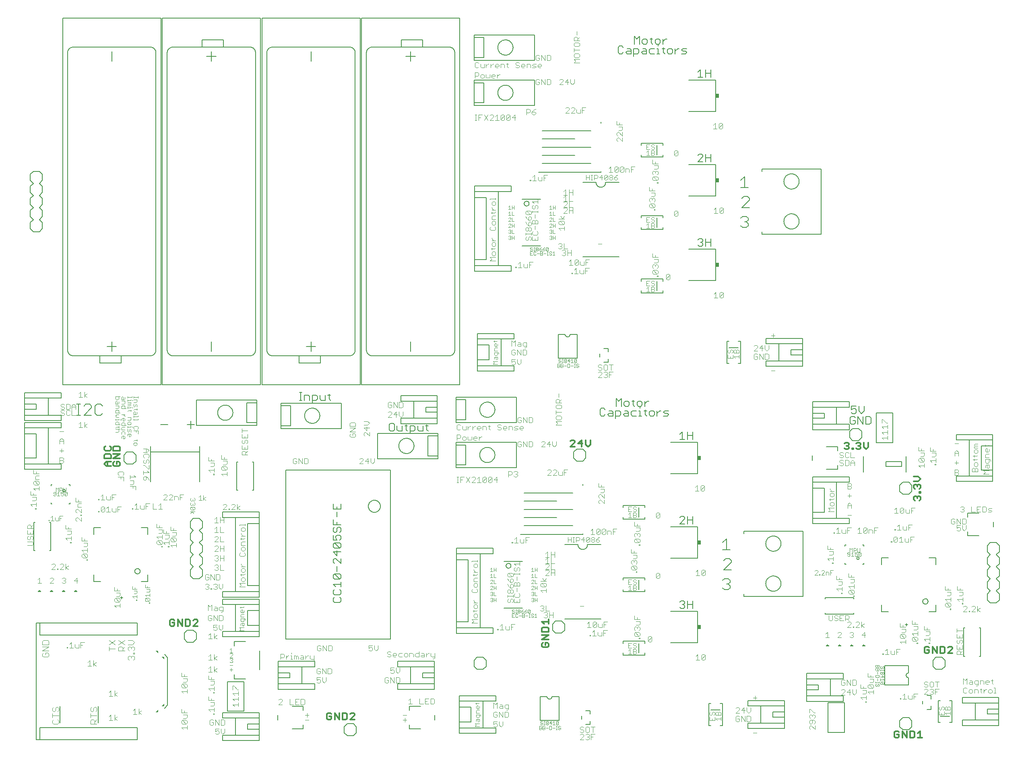
<source format=gto>
G75*
G70*
%OFA0B0*%
%FSLAX24Y24*%
%IPPOS*%
%LPD*%
%AMOC8*
5,1,8,0,0,1.08239X$1,22.5*
%
%ADD10C,0.0040*%
%ADD11C,0.0060*%
%ADD12C,0.0030*%
%ADD13C,0.0080*%
%ADD14C,0.0020*%
%ADD15C,0.0140*%
%ADD16C,0.0050*%
%ADD17R,0.0300X0.0340*%
%ADD18C,0.0010*%
D10*
X002930Y002118D02*
X003017Y002031D01*
X003364Y002031D01*
X003451Y002118D01*
X003451Y002291D01*
X003364Y002378D01*
X003017Y002378D02*
X002930Y002291D01*
X002930Y002118D01*
X002930Y002547D02*
X002930Y002894D01*
X002930Y002720D02*
X003451Y002720D01*
X003364Y003062D02*
X003451Y003149D01*
X003451Y003322D01*
X003364Y003409D01*
X003277Y003409D01*
X003191Y003322D01*
X003191Y003149D01*
X003104Y003062D01*
X003017Y003062D01*
X002930Y003149D01*
X002930Y003322D01*
X003017Y003409D01*
X006080Y003322D02*
X006080Y003149D01*
X006167Y003062D01*
X006254Y003062D01*
X006340Y003149D01*
X006340Y003322D01*
X006427Y003409D01*
X006514Y003409D01*
X006600Y003322D01*
X006600Y003149D01*
X006514Y003062D01*
X006600Y002720D02*
X006080Y002720D01*
X006080Y002547D02*
X006080Y002894D01*
X006080Y003322D02*
X006167Y003409D01*
X006167Y002378D02*
X006340Y002378D01*
X006427Y002291D01*
X006427Y002031D01*
X006600Y002031D02*
X006080Y002031D01*
X006080Y002291D01*
X006167Y002378D01*
X006427Y002204D02*
X006600Y002378D01*
X007621Y002324D02*
X007928Y002324D01*
X008081Y002324D02*
X008081Y002785D01*
X008311Y002631D02*
X008081Y002478D01*
X008311Y002324D01*
X007774Y002324D02*
X007774Y002785D01*
X007621Y002631D01*
X009621Y002824D02*
X009928Y002824D01*
X010081Y002824D02*
X010081Y003285D01*
X010311Y003131D02*
X010081Y002978D01*
X010311Y002824D01*
X009774Y002824D02*
X009774Y003285D01*
X009621Y003131D01*
X008311Y004324D02*
X008081Y004478D01*
X008311Y004631D01*
X008081Y004785D02*
X008081Y004324D01*
X007928Y004324D02*
X007621Y004324D01*
X007774Y004324D02*
X007774Y004785D01*
X007621Y004631D01*
X006561Y006824D02*
X006331Y006978D01*
X006561Y007131D01*
X006331Y007285D02*
X006331Y006824D01*
X006178Y006824D02*
X005871Y006824D01*
X006024Y006824D02*
X006024Y007285D01*
X005871Y007131D01*
X005272Y008324D02*
X005272Y008785D01*
X005579Y008785D01*
X005425Y008554D02*
X005272Y008554D01*
X005118Y008631D02*
X005118Y008324D01*
X004888Y008324D01*
X004811Y008401D01*
X004811Y008631D01*
X004658Y008324D02*
X004351Y008324D01*
X004504Y008324D02*
X004504Y008785D01*
X004351Y008631D01*
X004197Y008401D02*
X004121Y008401D01*
X004121Y008324D01*
X004197Y008324D01*
X004197Y008401D01*
X002633Y008433D02*
X002112Y008433D01*
X002112Y008602D02*
X002112Y008862D01*
X002199Y008949D01*
X002546Y008949D01*
X002633Y008862D01*
X002633Y008602D01*
X002112Y008602D01*
X002112Y008086D02*
X002633Y008433D01*
X002633Y008086D02*
X002112Y008086D01*
X002199Y007918D02*
X002112Y007831D01*
X002112Y007657D01*
X002199Y007571D01*
X002546Y007571D01*
X002633Y007657D01*
X002633Y007831D01*
X002546Y007918D01*
X002373Y007918D01*
X002373Y007744D01*
X007624Y008086D02*
X007624Y008433D01*
X007624Y008602D02*
X008145Y008949D01*
X008412Y008949D02*
X008932Y008602D01*
X008932Y008433D02*
X008759Y008260D01*
X008759Y008347D02*
X008759Y008086D01*
X008932Y008086D02*
X008412Y008086D01*
X008412Y008347D01*
X008498Y008433D01*
X008672Y008433D01*
X008759Y008347D01*
X008412Y008602D02*
X008932Y008949D01*
X009199Y008949D02*
X009546Y008949D01*
X009720Y008775D01*
X009546Y008602D01*
X009199Y008602D01*
X009286Y008433D02*
X009373Y008433D01*
X009459Y008347D01*
X009546Y008433D01*
X009633Y008433D01*
X009720Y008347D01*
X009720Y008173D01*
X009633Y008086D01*
X009633Y007915D02*
X009720Y007915D01*
X009720Y007829D01*
X009633Y007829D01*
X009633Y007915D01*
X009633Y007660D02*
X009720Y007573D01*
X009720Y007400D01*
X009633Y007313D01*
X009459Y007486D02*
X009459Y007573D01*
X009546Y007660D01*
X009633Y007660D01*
X009459Y007573D02*
X009373Y007660D01*
X009286Y007660D01*
X009199Y007573D01*
X009199Y007400D01*
X009286Y007313D01*
X009286Y008086D02*
X009199Y008173D01*
X009199Y008347D01*
X009286Y008433D01*
X009459Y008347D02*
X009459Y008260D01*
X008145Y008260D02*
X007624Y008260D01*
X008145Y008602D02*
X007624Y008949D01*
X008224Y011674D02*
X008070Y011828D01*
X008531Y011828D01*
X008531Y011981D02*
X008531Y011674D01*
X008454Y012135D02*
X008147Y012442D01*
X008454Y012442D01*
X008531Y012365D01*
X008531Y012211D01*
X008454Y012135D01*
X008147Y012135D01*
X008070Y012211D01*
X008070Y012365D01*
X008147Y012442D01*
X008224Y012595D02*
X008454Y012595D01*
X008531Y012672D01*
X008531Y012902D01*
X008224Y012902D01*
X008301Y013055D02*
X008301Y013209D01*
X008531Y013055D02*
X008070Y013055D01*
X008070Y013362D01*
X005028Y013904D02*
X004721Y013904D01*
X004951Y014135D01*
X004951Y013674D01*
X004028Y013751D02*
X003951Y013674D01*
X003797Y013674D01*
X003721Y013751D01*
X003874Y013904D02*
X003951Y013904D01*
X004028Y013828D01*
X004028Y013751D01*
X003951Y013904D02*
X004028Y013981D01*
X004028Y014058D01*
X003951Y014135D01*
X003797Y014135D01*
X003721Y014058D01*
X003028Y014058D02*
X002951Y014135D01*
X002797Y014135D01*
X002721Y014058D01*
X003028Y014058D02*
X003028Y013981D01*
X002721Y013674D01*
X003028Y013674D01*
X002028Y013674D02*
X001721Y013674D01*
X001874Y013674D02*
X001874Y014135D01*
X001721Y013981D01*
X002871Y014824D02*
X003178Y015131D01*
X003178Y015208D01*
X003101Y015285D01*
X002947Y015285D01*
X002871Y015208D01*
X002871Y014824D02*
X003178Y014824D01*
X003331Y014824D02*
X003408Y014824D01*
X003408Y014901D01*
X003331Y014901D01*
X003331Y014824D01*
X003561Y014824D02*
X003868Y015131D01*
X003868Y015208D01*
X003791Y015285D01*
X003638Y015285D01*
X003561Y015208D01*
X003561Y014824D02*
X003868Y014824D01*
X004022Y014824D02*
X004022Y015285D01*
X004252Y015131D02*
X004022Y014978D01*
X004252Y014824D01*
X005754Y015574D02*
X005754Y015651D01*
X005831Y015651D01*
X005831Y015574D01*
X005754Y015574D01*
X005754Y015804D02*
X005447Y016111D01*
X005754Y016111D01*
X005831Y016035D01*
X005831Y015881D01*
X005754Y015804D01*
X005447Y015804D01*
X005370Y015881D01*
X005370Y016035D01*
X005447Y016111D01*
X005524Y016265D02*
X005370Y016418D01*
X005831Y016418D01*
X005831Y016265D02*
X005831Y016572D01*
X005754Y016725D02*
X005831Y016802D01*
X005831Y017032D01*
X005524Y017032D01*
X005601Y017186D02*
X005601Y017339D01*
X005831Y017186D02*
X005370Y017186D01*
X005370Y017492D01*
X005524Y016725D02*
X005754Y016725D01*
X004481Y017024D02*
X004481Y017101D01*
X004404Y017101D01*
X004404Y017024D01*
X004481Y017024D01*
X004481Y017254D02*
X004481Y017561D01*
X004481Y017408D02*
X004020Y017408D01*
X004174Y017254D01*
X004174Y017715D02*
X004404Y017715D01*
X004481Y017792D01*
X004481Y018022D01*
X004174Y018022D01*
X004251Y018175D02*
X004251Y018329D01*
X004481Y018175D02*
X004020Y018175D01*
X004020Y018482D01*
X004870Y018901D02*
X004947Y018824D01*
X004870Y018901D02*
X004870Y019054D01*
X004947Y019131D01*
X005024Y019131D01*
X005331Y018824D01*
X005331Y019131D01*
X005331Y019285D02*
X005331Y019361D01*
X005254Y019361D01*
X005254Y019285D01*
X005331Y019285D01*
X005331Y019515D02*
X005024Y019822D01*
X004947Y019822D01*
X004870Y019745D01*
X004870Y019592D01*
X004947Y019515D01*
X005331Y019515D02*
X005331Y019822D01*
X005331Y019975D02*
X005024Y019975D01*
X005024Y020205D01*
X005101Y020282D01*
X005331Y020282D01*
X005331Y020436D02*
X004870Y020436D01*
X004870Y020742D01*
X005101Y020589D02*
X005101Y020436D01*
X006721Y020574D02*
X006797Y020574D01*
X006797Y020651D01*
X006721Y020651D01*
X006721Y020574D01*
X006951Y020574D02*
X007258Y020574D01*
X007104Y020574D02*
X007104Y021035D01*
X006951Y020881D01*
X007411Y020881D02*
X007411Y020651D01*
X007488Y020574D01*
X007718Y020574D01*
X007718Y020881D01*
X007872Y020804D02*
X008025Y020804D01*
X007872Y020574D02*
X007872Y021035D01*
X008179Y021035D01*
X008332Y020035D02*
X008639Y020035D01*
X008485Y019804D02*
X008332Y019804D01*
X008179Y019881D02*
X008179Y019574D01*
X007948Y019574D01*
X007872Y019651D01*
X007872Y019881D01*
X007718Y019574D02*
X007411Y019574D01*
X007565Y019574D02*
X007565Y020035D01*
X007411Y019881D01*
X007258Y019958D02*
X006951Y019651D01*
X007028Y019574D01*
X007181Y019574D01*
X007258Y019651D01*
X007258Y019958D01*
X007181Y020035D01*
X007028Y020035D01*
X006951Y019958D01*
X006951Y019651D01*
X006797Y019651D02*
X006797Y019574D01*
X006721Y019574D01*
X006721Y019651D01*
X006797Y019651D01*
X008332Y019574D02*
X008332Y020035D01*
X009521Y019901D02*
X009597Y019901D01*
X009597Y019824D01*
X009521Y019824D01*
X009521Y019901D01*
X009751Y019824D02*
X010058Y019824D01*
X009904Y019824D02*
X009904Y020285D01*
X009751Y020131D01*
X010211Y020131D02*
X010211Y019901D01*
X010288Y019824D01*
X010518Y019824D01*
X010518Y020131D01*
X010672Y020054D02*
X010825Y020054D01*
X010672Y019824D02*
X010672Y020285D01*
X010979Y020285D01*
X011271Y020285D02*
X011271Y019824D01*
X011578Y019824D01*
X011731Y019824D02*
X012038Y019824D01*
X011885Y019824D02*
X011885Y020285D01*
X011731Y020131D01*
X012121Y020574D02*
X012428Y020881D01*
X012428Y020958D01*
X012351Y021035D01*
X012197Y021035D01*
X012121Y020958D01*
X012121Y020574D02*
X012428Y020574D01*
X012581Y020574D02*
X012888Y020881D01*
X012888Y020958D01*
X012811Y021035D01*
X012658Y021035D01*
X012581Y020958D01*
X012581Y020574D02*
X012888Y020574D01*
X013041Y020574D02*
X013041Y020881D01*
X013272Y020881D01*
X013348Y020804D01*
X013348Y020574D01*
X013502Y020574D02*
X013502Y021035D01*
X013809Y021035D01*
X013655Y020804D02*
X013502Y020804D01*
X010931Y022226D02*
X010854Y022379D01*
X010701Y022533D01*
X010701Y022302D01*
X010624Y022226D01*
X010547Y022226D01*
X010471Y022302D01*
X010471Y022456D01*
X010547Y022533D01*
X010701Y022533D01*
X010471Y022686D02*
X010471Y022993D01*
X010471Y022839D02*
X010931Y022839D01*
X010778Y022993D01*
X010854Y023146D02*
X010547Y023453D01*
X010471Y023453D01*
X010547Y023607D02*
X010471Y023683D01*
X010471Y023837D01*
X010547Y023914D01*
X010547Y024067D02*
X010471Y024144D01*
X010471Y024297D01*
X010547Y024374D01*
X010854Y024374D01*
X010931Y024297D01*
X010931Y024144D01*
X010854Y024067D01*
X010854Y023914D02*
X010778Y023914D01*
X010701Y023837D01*
X010701Y023683D01*
X010624Y023607D01*
X010547Y023607D01*
X010854Y023607D02*
X010931Y023683D01*
X010931Y023837D01*
X010854Y023914D01*
X010931Y023453D02*
X010931Y023146D01*
X010854Y023146D01*
X009831Y022481D02*
X009371Y022481D01*
X009371Y022634D02*
X009371Y022327D01*
X009371Y022174D02*
X009678Y022174D01*
X009678Y021944D01*
X009601Y021867D01*
X009371Y021867D01*
X009371Y021714D02*
X009831Y021714D01*
X009831Y021407D01*
X009601Y021560D02*
X009601Y021714D01*
X008831Y022167D02*
X008831Y022474D01*
X008371Y022474D01*
X008447Y022627D02*
X008371Y022704D01*
X008371Y022858D01*
X008447Y022934D01*
X008754Y022934D01*
X008831Y022858D01*
X008831Y022704D01*
X008754Y022627D01*
X008601Y022474D02*
X008601Y022321D01*
X009678Y022634D02*
X009831Y022481D01*
X010471Y024527D02*
X010778Y024527D01*
X010931Y024681D01*
X010778Y024834D01*
X010471Y024834D01*
X010701Y024834D02*
X010701Y024527D01*
X005811Y026574D02*
X005581Y026728D01*
X005811Y026881D01*
X005581Y027035D02*
X005581Y026574D01*
X005428Y026574D02*
X005121Y026574D01*
X005274Y026574D02*
X005274Y027035D01*
X005121Y026881D01*
X004848Y027574D02*
X004541Y027574D01*
X004541Y028035D01*
X004541Y028074D02*
X004541Y028381D01*
X004695Y028535D01*
X004848Y028381D01*
X004848Y028074D01*
X004848Y028304D02*
X004541Y028304D01*
X004388Y028151D02*
X004388Y028458D01*
X004311Y028535D01*
X004081Y028535D01*
X004081Y028074D01*
X004311Y028074D01*
X004388Y028151D01*
X004311Y028035D02*
X004158Y028035D01*
X004081Y027958D01*
X004081Y027651D01*
X004158Y027574D01*
X004311Y027574D01*
X004388Y027651D01*
X004388Y027958D02*
X004311Y028035D01*
X003928Y027958D02*
X003851Y028035D01*
X003697Y028035D01*
X003621Y027958D01*
X003621Y027881D01*
X003697Y027804D01*
X003851Y027804D01*
X003928Y027728D01*
X003928Y027651D01*
X003851Y027574D01*
X003697Y027574D01*
X003621Y027651D01*
X003697Y028074D02*
X003621Y028151D01*
X003697Y028074D02*
X003851Y028074D01*
X003928Y028151D01*
X003928Y028228D01*
X003851Y028304D01*
X003697Y028304D01*
X003621Y028381D01*
X003621Y028458D01*
X003697Y028535D01*
X003851Y028535D01*
X003928Y028458D01*
X005121Y029074D02*
X005428Y029074D01*
X005581Y029074D02*
X005581Y029535D01*
X005811Y029381D02*
X005581Y029228D01*
X005811Y029074D01*
X005274Y029074D02*
X005274Y029535D01*
X005121Y029381D01*
X003848Y026264D02*
X003541Y026264D01*
X003694Y025695D02*
X003848Y025541D01*
X003848Y025234D01*
X003848Y025464D02*
X003541Y025464D01*
X003541Y025541D02*
X003541Y025234D01*
X003541Y025541D02*
X003694Y025695D01*
X003694Y024818D02*
X003694Y024511D01*
X003541Y024664D02*
X003848Y024664D01*
X003771Y024095D02*
X003848Y024018D01*
X003848Y023941D01*
X003771Y023864D01*
X003541Y023864D01*
X003541Y023634D02*
X003541Y024095D01*
X003771Y024095D01*
X003771Y023864D02*
X003848Y023788D01*
X003848Y023711D01*
X003771Y023634D01*
X003541Y023634D01*
X001831Y022755D02*
X001370Y022755D01*
X001370Y023062D01*
X001601Y022909D02*
X001601Y022755D01*
X001601Y022602D02*
X001831Y022602D01*
X001601Y022602D02*
X001524Y022525D01*
X001524Y022295D01*
X001831Y022295D01*
X001754Y022142D02*
X001831Y022065D01*
X001831Y021911D01*
X001754Y021835D01*
X001447Y022142D01*
X001754Y022142D01*
X001447Y022142D02*
X001370Y022065D01*
X001370Y021911D01*
X001447Y021835D01*
X001754Y021835D01*
X001831Y021681D02*
X001831Y021374D01*
X001831Y021528D02*
X001370Y021528D01*
X001524Y021374D01*
X001351Y021129D02*
X001351Y020975D01*
X001274Y020822D02*
X001581Y020822D01*
X001581Y020592D01*
X001504Y020515D01*
X001274Y020515D01*
X001581Y020361D02*
X001581Y020054D01*
X001581Y019901D02*
X001581Y019824D01*
X001504Y019824D01*
X001504Y019901D01*
X001581Y019901D01*
X001581Y020208D02*
X001120Y020208D01*
X001274Y020054D01*
X001120Y020975D02*
X001120Y021282D01*
X001120Y020975D02*
X001581Y020975D01*
X001331Y018512D02*
X001177Y018359D01*
X001177Y018436D02*
X001177Y018205D01*
X001331Y018205D02*
X000870Y018205D01*
X000870Y018436D01*
X000947Y018512D01*
X001101Y018512D01*
X001177Y018436D01*
X001331Y018052D02*
X001331Y017745D01*
X000870Y017745D01*
X000870Y018052D01*
X001101Y017898D02*
X001101Y017745D01*
X001177Y017592D02*
X001254Y017592D01*
X001331Y017515D01*
X001331Y017361D01*
X001254Y017285D01*
X001254Y017131D02*
X000870Y017131D01*
X000947Y017285D02*
X001024Y017285D01*
X001101Y017361D01*
X001101Y017515D01*
X001177Y017592D01*
X000947Y017592D02*
X000870Y017515D01*
X000870Y017361D01*
X000947Y017285D01*
X001254Y017131D02*
X001331Y017054D01*
X001331Y016901D01*
X001254Y016824D01*
X000870Y016824D01*
X011570Y016981D02*
X011570Y017135D01*
X011647Y017211D01*
X011954Y016904D01*
X012031Y016981D01*
X012031Y017135D01*
X011954Y017211D01*
X011647Y017211D01*
X011724Y017365D02*
X011570Y017518D01*
X012031Y017518D01*
X012031Y017365D02*
X012031Y017672D01*
X011954Y017825D02*
X012031Y017902D01*
X012031Y018132D01*
X011724Y018132D01*
X011801Y018286D02*
X011801Y018439D01*
X012031Y018286D02*
X011570Y018286D01*
X011570Y018592D01*
X012120Y018132D02*
X012120Y017825D01*
X012581Y017825D01*
X012581Y017672D02*
X012274Y017672D01*
X012351Y017825D02*
X012351Y017979D01*
X012720Y018055D02*
X012720Y018362D01*
X012951Y018209D02*
X012951Y018055D01*
X012874Y017902D02*
X013181Y017902D01*
X013181Y017672D01*
X013104Y017595D01*
X012874Y017595D01*
X012797Y017442D02*
X013104Y017135D01*
X013181Y017211D01*
X013181Y017365D01*
X013104Y017442D01*
X012797Y017442D01*
X012720Y017365D01*
X012720Y017211D01*
X012797Y017135D01*
X013104Y017135D01*
X013181Y016981D02*
X013181Y016674D01*
X013181Y016828D02*
X012720Y016828D01*
X012874Y016674D01*
X012581Y016674D02*
X012581Y016751D01*
X012504Y016751D01*
X012504Y016674D01*
X012581Y016674D01*
X012581Y016904D02*
X012581Y017211D01*
X012581Y017058D02*
X012120Y017058D01*
X012274Y016904D01*
X012031Y016751D02*
X012031Y016674D01*
X011954Y016674D01*
X011954Y016751D01*
X012031Y016751D01*
X011954Y016904D02*
X011647Y016904D01*
X011570Y016981D01*
X012274Y017365D02*
X012504Y017365D01*
X012581Y017442D01*
X012581Y017672D01*
X012720Y018055D02*
X013181Y018055D01*
X011954Y017825D02*
X011724Y017825D01*
X016369Y017897D02*
X016676Y017897D01*
X016829Y017897D02*
X017136Y017897D01*
X016829Y017897D02*
X016829Y018358D01*
X016522Y018358D02*
X016522Y017897D01*
X016446Y017570D02*
X016369Y017493D01*
X016446Y017570D02*
X016599Y017570D01*
X016676Y017493D01*
X016676Y017417D01*
X016369Y017110D01*
X016676Y017110D01*
X016829Y017110D02*
X017136Y017110D01*
X016829Y017110D02*
X016829Y017570D01*
X016829Y016783D02*
X016829Y016322D01*
X016676Y016322D02*
X016369Y016322D01*
X016676Y016629D01*
X016676Y016706D01*
X016599Y016783D01*
X016446Y016783D01*
X016369Y016706D01*
X016829Y016553D02*
X017136Y016553D01*
X017136Y016783D02*
X017136Y016322D01*
X017136Y015995D02*
X017136Y015535D01*
X017136Y015765D02*
X016829Y015765D01*
X016676Y015688D02*
X016676Y015612D01*
X016599Y015535D01*
X016446Y015535D01*
X016369Y015612D01*
X016522Y015765D02*
X016599Y015765D01*
X016676Y015688D01*
X016599Y015765D02*
X016676Y015842D01*
X016676Y015919D01*
X016599Y015995D01*
X016446Y015995D01*
X016369Y015919D01*
X016829Y015995D02*
X016829Y015535D01*
X016829Y015208D02*
X016829Y014748D01*
X017136Y014748D01*
X016676Y014824D02*
X016599Y014748D01*
X016446Y014748D01*
X016369Y014824D01*
X016522Y014978D02*
X016599Y014978D01*
X016676Y014901D01*
X016676Y014824D01*
X016599Y014978D02*
X016676Y015054D01*
X016676Y015131D01*
X016599Y015208D01*
X016446Y015208D01*
X016369Y015131D01*
X016349Y014421D02*
X016349Y013960D01*
X016042Y014421D01*
X016042Y013960D01*
X015888Y014037D02*
X015888Y014190D01*
X015735Y014190D01*
X015888Y014037D02*
X015812Y013960D01*
X015658Y013960D01*
X015581Y014037D01*
X015581Y014344D01*
X015658Y014421D01*
X015812Y014421D01*
X015888Y014344D01*
X016502Y014421D02*
X016732Y014421D01*
X016809Y014344D01*
X016809Y014037D01*
X016732Y013960D01*
X016502Y013960D01*
X016502Y014421D01*
X016502Y013633D02*
X016579Y013556D01*
X016579Y013480D01*
X016502Y013403D01*
X016579Y013326D01*
X016579Y013249D01*
X016502Y013173D01*
X016349Y013173D01*
X016272Y013249D01*
X016118Y013249D02*
X016118Y013173D01*
X016042Y013173D01*
X016042Y013249D01*
X016118Y013249D01*
X015888Y013249D02*
X015812Y013173D01*
X015658Y013173D01*
X015581Y013249D01*
X015735Y013403D02*
X015812Y013403D01*
X015888Y013326D01*
X015888Y013249D01*
X015812Y013403D02*
X015888Y013480D01*
X015888Y013556D01*
X015812Y013633D01*
X015658Y013633D01*
X015581Y013556D01*
X016272Y013556D02*
X016349Y013633D01*
X016502Y013633D01*
X016502Y013403D02*
X016425Y013403D01*
X016732Y013326D02*
X016886Y013173D01*
X017039Y013326D01*
X017039Y013633D01*
X016732Y013633D02*
X016732Y013326D01*
X016128Y011885D02*
X016128Y011424D01*
X016281Y011501D02*
X016358Y011578D01*
X016588Y011578D01*
X016588Y011654D02*
X016588Y011424D01*
X016358Y011424D01*
X016281Y011501D01*
X016358Y011731D02*
X016511Y011731D01*
X016588Y011654D01*
X016741Y011654D02*
X016741Y011501D01*
X016818Y011424D01*
X017048Y011424D01*
X017048Y011348D02*
X017048Y011731D01*
X016818Y011731D01*
X016741Y011654D01*
X016895Y011271D02*
X016972Y011271D01*
X017048Y011348D01*
X016972Y011035D02*
X016741Y011035D01*
X016741Y010574D01*
X016972Y010574D01*
X017048Y010651D01*
X017048Y010958D01*
X016972Y011035D01*
X016588Y011035D02*
X016588Y010574D01*
X016281Y011035D01*
X016281Y010574D01*
X016128Y010651D02*
X016128Y010804D01*
X015974Y010804D01*
X015821Y010651D02*
X015897Y010574D01*
X016051Y010574D01*
X016128Y010651D01*
X016128Y010958D02*
X016051Y011035D01*
X015897Y011035D01*
X015821Y010958D01*
X015821Y010651D01*
X016271Y010235D02*
X016271Y010004D01*
X016424Y010081D01*
X016501Y010081D01*
X016578Y010004D01*
X016578Y009851D01*
X016501Y009774D01*
X016347Y009774D01*
X016271Y009851D01*
X016331Y009535D02*
X016331Y009074D01*
X016178Y009074D02*
X015871Y009074D01*
X016024Y009074D02*
X016024Y009535D01*
X015871Y009381D01*
X016331Y009228D02*
X016561Y009381D01*
X016331Y009228D02*
X016561Y009074D01*
X016885Y009774D02*
X017038Y009928D01*
X017038Y010235D01*
X016731Y010235D02*
X016731Y009928D01*
X016885Y009774D01*
X016578Y010235D02*
X016271Y010235D01*
X015821Y011424D02*
X015821Y011885D01*
X015974Y011731D01*
X016128Y011885D01*
X018420Y013374D02*
X018574Y013528D01*
X018420Y013681D01*
X018881Y013681D01*
X018804Y013835D02*
X018881Y013911D01*
X018881Y014065D01*
X018804Y014142D01*
X018651Y014142D01*
X018574Y014065D01*
X018574Y013911D01*
X018651Y013835D01*
X018804Y013835D01*
X018881Y013374D02*
X018420Y013374D01*
X018574Y014295D02*
X018574Y014448D01*
X018497Y014372D02*
X018804Y014372D01*
X018881Y014448D01*
X018804Y014602D02*
X018881Y014679D01*
X018881Y014832D01*
X018804Y014909D01*
X018651Y014909D01*
X018574Y014832D01*
X018574Y014679D01*
X018651Y014602D01*
X018804Y014602D01*
X018727Y015062D02*
X018574Y015216D01*
X018574Y015292D01*
X018574Y015062D02*
X018881Y015062D01*
X018804Y015906D02*
X018881Y015983D01*
X018881Y016136D01*
X018804Y016213D01*
X018804Y016367D02*
X018881Y016443D01*
X018881Y016597D01*
X018804Y016674D01*
X018651Y016674D01*
X018574Y016597D01*
X018574Y016443D01*
X018651Y016367D01*
X018804Y016367D01*
X018497Y016213D02*
X018420Y016136D01*
X018420Y015983D01*
X018497Y015906D01*
X018804Y015906D01*
X018881Y016827D02*
X018574Y016827D01*
X018574Y017057D01*
X018651Y017134D01*
X018881Y017134D01*
X018804Y017364D02*
X018881Y017441D01*
X018804Y017364D02*
X018497Y017364D01*
X018574Y017287D02*
X018574Y017441D01*
X018574Y017594D02*
X018881Y017594D01*
X018727Y017594D02*
X018574Y017748D01*
X018574Y017824D01*
X018651Y017978D02*
X018804Y017978D01*
X018881Y018055D01*
X018881Y018208D01*
X018804Y018285D01*
X018651Y018285D01*
X018574Y018208D01*
X018574Y018055D01*
X018651Y017978D01*
X018881Y018438D02*
X018881Y018592D01*
X018881Y018515D02*
X018420Y018515D01*
X018420Y018438D01*
X017136Y018685D02*
X017136Y019145D01*
X017136Y018915D02*
X016829Y018915D01*
X016829Y018685D02*
X016829Y019145D01*
X016522Y019145D02*
X016522Y018685D01*
X016369Y018685D02*
X016676Y018685D01*
X016522Y018358D02*
X016369Y018204D01*
X016369Y018991D02*
X016522Y019145D01*
X017071Y019774D02*
X017378Y020081D01*
X017378Y020158D01*
X017301Y020235D01*
X017147Y020235D01*
X017071Y020158D01*
X017071Y019774D02*
X017378Y019774D01*
X017531Y019774D02*
X017608Y019774D01*
X017608Y019851D01*
X017531Y019851D01*
X017531Y019774D01*
X017761Y019774D02*
X018068Y020081D01*
X018068Y020158D01*
X017991Y020235D01*
X017838Y020235D01*
X017761Y020158D01*
X017761Y019774D02*
X018068Y019774D01*
X018222Y019774D02*
X018222Y020235D01*
X018452Y020081D02*
X018222Y019928D01*
X018452Y019774D01*
X017381Y022583D02*
X017381Y022890D01*
X017381Y022736D02*
X016920Y022736D01*
X017074Y022583D01*
X016997Y023043D02*
X016920Y023120D01*
X016920Y023273D01*
X016997Y023350D01*
X017304Y023043D01*
X017381Y023120D01*
X017381Y023273D01*
X017304Y023350D01*
X016997Y023350D01*
X017074Y023504D02*
X017304Y023504D01*
X017381Y023580D01*
X017381Y023810D01*
X017074Y023810D01*
X017151Y023964D02*
X017151Y024117D01*
X017381Y023964D02*
X016920Y023964D01*
X016920Y024271D01*
X016331Y023814D02*
X015870Y023814D01*
X015870Y024121D01*
X016101Y023967D02*
X016101Y023814D01*
X016024Y023660D02*
X016331Y023660D01*
X016331Y023430D01*
X016254Y023354D01*
X016024Y023354D01*
X016331Y023200D02*
X016331Y022893D01*
X016331Y022740D02*
X016331Y022663D01*
X016254Y022663D01*
X016254Y022740D01*
X016331Y022740D01*
X016331Y023047D02*
X015870Y023047D01*
X016024Y022893D01*
X016997Y023043D02*
X017304Y023043D01*
X018620Y024324D02*
X018620Y024554D01*
X018697Y024631D01*
X018851Y024631D01*
X018927Y024554D01*
X018927Y024324D01*
X018927Y024478D02*
X019081Y024631D01*
X019081Y024785D02*
X019081Y025092D01*
X019004Y025245D02*
X019081Y025322D01*
X019081Y025475D01*
X019004Y025552D01*
X018927Y025552D01*
X018851Y025475D01*
X018851Y025322D01*
X018774Y025245D01*
X018697Y025245D01*
X018620Y025322D01*
X018620Y025475D01*
X018697Y025552D01*
X018620Y025705D02*
X019081Y025705D01*
X019081Y026012D01*
X018851Y025859D02*
X018851Y025705D01*
X018620Y025705D02*
X018620Y026012D01*
X018620Y026166D02*
X018620Y026473D01*
X018620Y026319D02*
X019081Y026319D01*
X018620Y025092D02*
X018620Y024785D01*
X019081Y024785D01*
X018851Y024785D02*
X018851Y024938D01*
X019081Y024324D02*
X018620Y024324D01*
X022871Y023958D02*
X022871Y023651D01*
X022947Y023574D01*
X023101Y023574D01*
X023178Y023651D01*
X023178Y023804D01*
X023024Y023804D01*
X022871Y023958D02*
X022947Y024035D01*
X023101Y024035D01*
X023178Y023958D01*
X023331Y024035D02*
X023638Y023574D01*
X023638Y024035D01*
X023791Y024035D02*
X024022Y024035D01*
X024098Y023958D01*
X024098Y023651D01*
X024022Y023574D01*
X023791Y023574D01*
X023791Y024035D01*
X023331Y024035D02*
X023331Y023574D01*
X027570Y025851D02*
X027647Y025774D01*
X027954Y025774D01*
X028031Y025851D01*
X028031Y026004D01*
X027954Y026081D01*
X027801Y026081D01*
X027801Y025928D01*
X027647Y026081D02*
X027570Y026004D01*
X027570Y025851D01*
X027570Y026235D02*
X028031Y026542D01*
X027570Y026542D01*
X027570Y026695D02*
X027570Y026925D01*
X027647Y027002D01*
X027954Y027002D01*
X028031Y026925D01*
X028031Y026695D01*
X027570Y026695D01*
X027570Y026235D02*
X028031Y026235D01*
X028720Y026104D02*
X028720Y025951D01*
X028797Y025874D01*
X028720Y026104D02*
X028797Y026181D01*
X028874Y026181D01*
X029181Y025874D01*
X029181Y026181D01*
X028951Y026335D02*
X028951Y026642D01*
X029027Y026795D02*
X029181Y026948D01*
X029027Y027102D01*
X028720Y027102D01*
X028720Y026795D02*
X029027Y026795D01*
X029181Y026565D02*
X028720Y026565D01*
X028951Y026335D01*
X030721Y027424D02*
X031028Y027731D01*
X031028Y027808D01*
X030951Y027885D01*
X030797Y027885D01*
X030721Y027808D01*
X030721Y027424D02*
X031028Y027424D01*
X031181Y027654D02*
X031488Y027654D01*
X031641Y027578D02*
X031795Y027424D01*
X031948Y027578D01*
X031948Y027885D01*
X031641Y027885D02*
X031641Y027578D01*
X031411Y027424D02*
X031411Y027885D01*
X031181Y027654D01*
X031181Y028224D02*
X031181Y028685D01*
X031488Y028224D01*
X031488Y028685D01*
X031641Y028685D02*
X031641Y028224D01*
X031872Y028224D01*
X031948Y028301D01*
X031948Y028608D01*
X031872Y028685D01*
X031641Y028685D01*
X031028Y028608D02*
X030951Y028685D01*
X030797Y028685D01*
X030721Y028608D01*
X030721Y028301D01*
X030797Y028224D01*
X030951Y028224D01*
X031028Y028301D01*
X031028Y028454D01*
X030874Y028454D01*
X036421Y026758D02*
X036421Y026451D01*
X036497Y026374D01*
X036651Y026374D01*
X036728Y026451D01*
X036881Y026451D02*
X036958Y026374D01*
X037188Y026374D01*
X037188Y026681D01*
X037341Y026681D02*
X037341Y026374D01*
X037341Y026528D02*
X037495Y026681D01*
X037572Y026681D01*
X037725Y026681D02*
X037725Y026374D01*
X037725Y026528D02*
X037879Y026681D01*
X037955Y026681D01*
X038109Y026604D02*
X038185Y026681D01*
X038339Y026681D01*
X038416Y026604D01*
X038416Y026528D01*
X038109Y026528D01*
X038109Y026604D02*
X038109Y026451D01*
X038185Y026374D01*
X038339Y026374D01*
X038569Y026374D02*
X038569Y026681D01*
X038799Y026681D01*
X038876Y026604D01*
X038876Y026374D01*
X039106Y026451D02*
X039183Y026374D01*
X039106Y026451D02*
X039106Y026758D01*
X039029Y026681D02*
X039183Y026681D01*
X039797Y026681D02*
X039873Y026604D01*
X040027Y026604D01*
X040104Y026528D01*
X040104Y026451D01*
X040027Y026374D01*
X039873Y026374D01*
X039797Y026451D01*
X039797Y026681D02*
X039797Y026758D01*
X039873Y026835D01*
X040027Y026835D01*
X040104Y026758D01*
X040257Y026604D02*
X040334Y026681D01*
X040487Y026681D01*
X040564Y026604D01*
X040564Y026528D01*
X040257Y026528D01*
X040257Y026604D02*
X040257Y026451D01*
X040334Y026374D01*
X040487Y026374D01*
X040717Y026374D02*
X040717Y026681D01*
X040948Y026681D01*
X041024Y026604D01*
X041024Y026374D01*
X041178Y026374D02*
X041408Y026374D01*
X041485Y026451D01*
X041408Y026528D01*
X041254Y026528D01*
X041178Y026604D01*
X041254Y026681D01*
X041485Y026681D01*
X041638Y026604D02*
X041715Y026681D01*
X041868Y026681D01*
X041945Y026604D01*
X041945Y026528D01*
X041638Y026528D01*
X041638Y026604D02*
X041638Y026451D01*
X041715Y026374D01*
X041868Y026374D01*
X041931Y026974D02*
X041931Y027435D01*
X042238Y026974D01*
X042238Y027435D01*
X042391Y027435D02*
X042622Y027435D01*
X042698Y027358D01*
X042698Y027051D01*
X042622Y026974D01*
X042391Y026974D01*
X042391Y027435D01*
X041778Y027358D02*
X041701Y027435D01*
X041547Y027435D01*
X041471Y027358D01*
X041471Y027051D01*
X041547Y026974D01*
X041701Y026974D01*
X041778Y027051D01*
X041778Y027204D01*
X041624Y027204D01*
X041547Y025435D02*
X041471Y025358D01*
X041471Y025051D01*
X041547Y024974D01*
X041701Y024974D01*
X041778Y025051D01*
X041778Y025204D01*
X041624Y025204D01*
X041778Y025358D02*
X041701Y025435D01*
X041547Y025435D01*
X041931Y025435D02*
X042238Y024974D01*
X042238Y025435D01*
X042391Y025435D02*
X042622Y025435D01*
X042698Y025358D01*
X042698Y025051D01*
X042622Y024974D01*
X042391Y024974D01*
X042391Y025435D01*
X041931Y025435D02*
X041931Y024974D01*
X043421Y024974D02*
X043728Y025281D01*
X043728Y025358D01*
X043651Y025435D01*
X043497Y025435D01*
X043421Y025358D01*
X043421Y024974D02*
X043728Y024974D01*
X043881Y025204D02*
X044188Y025204D01*
X044341Y025128D02*
X044495Y024974D01*
X044648Y025128D01*
X044648Y025435D01*
X044341Y025435D02*
X044341Y025128D01*
X044111Y024974D02*
X044111Y025435D01*
X043881Y025204D01*
X044620Y026774D02*
X044774Y026928D01*
X044620Y027081D01*
X045081Y027081D01*
X045004Y027235D02*
X045081Y027311D01*
X045081Y027465D01*
X045004Y027542D01*
X044697Y027542D01*
X044620Y027465D01*
X044620Y027311D01*
X044697Y027235D01*
X045004Y027235D01*
X045081Y026774D02*
X044620Y026774D01*
X044620Y027695D02*
X044620Y028002D01*
X044620Y027848D02*
X045081Y027848D01*
X045004Y028155D02*
X044697Y028155D01*
X044620Y028232D01*
X044620Y028386D01*
X044697Y028462D01*
X045004Y028462D01*
X045081Y028386D01*
X045081Y028232D01*
X045004Y028155D01*
X044927Y028616D02*
X044927Y028846D01*
X044851Y028923D01*
X044697Y028923D01*
X044620Y028846D01*
X044620Y028616D01*
X045081Y028616D01*
X044927Y028769D02*
X045081Y028923D01*
X044851Y029076D02*
X044851Y029383D01*
X048121Y030724D02*
X048428Y031031D01*
X048428Y031108D01*
X048351Y031185D01*
X048197Y031185D01*
X048121Y031108D01*
X048197Y031324D02*
X048121Y031401D01*
X048197Y031324D02*
X048351Y031324D01*
X048428Y031401D01*
X048428Y031478D01*
X048351Y031554D01*
X048197Y031554D01*
X048121Y031631D01*
X048121Y031708D01*
X048197Y031785D01*
X048351Y031785D01*
X048428Y031708D01*
X048581Y031708D02*
X048581Y031401D01*
X048658Y031324D01*
X048811Y031324D01*
X048888Y031401D01*
X048888Y031708D01*
X048811Y031785D01*
X048658Y031785D01*
X048581Y031708D01*
X049041Y031785D02*
X049348Y031785D01*
X049195Y031785D02*
X049195Y031324D01*
X049348Y031185D02*
X049041Y031185D01*
X049041Y030724D01*
X048888Y030801D02*
X048811Y030724D01*
X048658Y030724D01*
X048581Y030801D01*
X048428Y030724D02*
X048121Y030724D01*
X048581Y031108D02*
X048658Y031185D01*
X048811Y031185D01*
X048888Y031108D01*
X048888Y031031D01*
X048811Y030954D01*
X048888Y030878D01*
X048888Y030801D01*
X048811Y030954D02*
X048735Y030954D01*
X049041Y030954D02*
X049195Y030954D01*
X042198Y032651D02*
X042198Y032958D01*
X042122Y033035D01*
X041891Y033035D01*
X041891Y032574D01*
X042122Y032574D01*
X042198Y032651D01*
X041738Y032574D02*
X041738Y033035D01*
X041738Y033324D02*
X041508Y033324D01*
X041431Y033401D01*
X041508Y033478D01*
X041738Y033478D01*
X041738Y033554D02*
X041738Y033324D01*
X041891Y033401D02*
X041968Y033324D01*
X042198Y033324D01*
X042198Y033248D02*
X042198Y033631D01*
X041968Y033631D01*
X041891Y033554D01*
X041891Y033401D01*
X041738Y033554D02*
X041661Y033631D01*
X041508Y033631D01*
X041278Y033785D02*
X041278Y033324D01*
X041201Y033035D02*
X041047Y033035D01*
X040971Y032958D01*
X040971Y032651D01*
X041047Y032574D01*
X041201Y032574D01*
X041278Y032651D01*
X041278Y032804D01*
X041124Y032804D01*
X041278Y032958D02*
X041201Y033035D01*
X041431Y033035D02*
X041738Y032574D01*
X041431Y032574D02*
X041431Y033035D01*
X040971Y033324D02*
X040971Y033785D01*
X041124Y033631D01*
X041278Y033785D01*
X042045Y033171D02*
X042122Y033171D01*
X042198Y033248D01*
X041738Y032235D02*
X041738Y031928D01*
X041585Y031774D01*
X041431Y031928D01*
X041431Y032235D01*
X041278Y032235D02*
X040971Y032235D01*
X040971Y032004D01*
X041124Y032081D01*
X041201Y032081D01*
X041278Y032004D01*
X041278Y031851D01*
X041201Y031774D01*
X041047Y031774D01*
X040971Y031851D01*
X036651Y026835D02*
X036497Y026835D01*
X036421Y026758D01*
X036651Y026835D02*
X036728Y026758D01*
X036881Y026681D02*
X036881Y026451D01*
X036651Y025985D02*
X036421Y025985D01*
X036421Y025524D01*
X036421Y025678D02*
X036651Y025678D01*
X036728Y025754D01*
X036728Y025908D01*
X036651Y025985D01*
X036881Y025754D02*
X036881Y025601D01*
X036958Y025524D01*
X037111Y025524D01*
X037188Y025601D01*
X037188Y025754D01*
X037111Y025831D01*
X036958Y025831D01*
X036881Y025754D01*
X037341Y025831D02*
X037341Y025601D01*
X037418Y025524D01*
X037495Y025601D01*
X037572Y025524D01*
X037648Y025601D01*
X037648Y025831D01*
X037802Y025754D02*
X037879Y025831D01*
X038032Y025831D01*
X038109Y025754D01*
X038109Y025678D01*
X037802Y025678D01*
X037802Y025754D02*
X037802Y025601D01*
X037879Y025524D01*
X038032Y025524D01*
X038262Y025524D02*
X038262Y025831D01*
X038262Y025678D02*
X038416Y025831D01*
X038492Y025831D01*
X038646Y022485D02*
X038799Y022485D01*
X038876Y022408D01*
X038569Y022101D01*
X038646Y022024D01*
X038799Y022024D01*
X038876Y022101D01*
X038876Y022408D01*
X039029Y022408D02*
X039106Y022485D01*
X039260Y022485D01*
X039336Y022408D01*
X039029Y022101D01*
X039106Y022024D01*
X039260Y022024D01*
X039336Y022101D01*
X039336Y022408D01*
X039490Y022254D02*
X039797Y022254D01*
X039720Y022024D02*
X039720Y022485D01*
X039490Y022254D01*
X039029Y022101D02*
X039029Y022408D01*
X038646Y022485D02*
X038569Y022408D01*
X038569Y022101D01*
X038416Y022024D02*
X038109Y022024D01*
X038262Y022024D02*
X038262Y022485D01*
X038109Y022331D01*
X037955Y022331D02*
X037955Y022408D01*
X037879Y022485D01*
X037725Y022485D01*
X037648Y022408D01*
X037495Y022485D02*
X037188Y022024D01*
X037495Y022024D02*
X037188Y022485D01*
X037035Y022485D02*
X036728Y022485D01*
X036728Y022024D01*
X036574Y022024D02*
X036421Y022024D01*
X036497Y022024D02*
X036497Y022485D01*
X036421Y022485D02*
X036574Y022485D01*
X036728Y022254D02*
X036881Y022254D01*
X037648Y022024D02*
X037955Y022331D01*
X037955Y022024D02*
X037648Y022024D01*
X040681Y022504D02*
X040681Y022965D01*
X040911Y022965D01*
X040988Y022888D01*
X040988Y022734D01*
X040911Y022658D01*
X040681Y022658D01*
X041141Y022581D02*
X041218Y022504D01*
X041371Y022504D01*
X041448Y022581D01*
X041448Y022658D01*
X041371Y022734D01*
X041295Y022734D01*
X041371Y022734D02*
X041448Y022811D01*
X041448Y022888D01*
X041371Y022965D01*
X041218Y022965D01*
X041141Y022888D01*
X043921Y023008D02*
X043997Y023085D01*
X044151Y023085D01*
X044228Y023008D01*
X044228Y022931D01*
X043921Y022624D01*
X044228Y022624D01*
X044381Y022624D02*
X044688Y022931D01*
X044688Y023008D01*
X044611Y023085D01*
X044458Y023085D01*
X044381Y023008D01*
X044381Y022624D02*
X044688Y022624D01*
X044841Y022701D02*
X044918Y022624D01*
X045148Y022624D01*
X045148Y022931D01*
X045302Y022854D02*
X045455Y022854D01*
X045302Y022624D02*
X045302Y023085D01*
X045609Y023085D01*
X044841Y022931D02*
X044841Y022701D01*
X048170Y021962D02*
X048170Y021655D01*
X048631Y021655D01*
X048631Y021502D02*
X048324Y021502D01*
X048401Y021655D02*
X048401Y021809D01*
X048631Y021502D02*
X048631Y021272D01*
X048554Y021195D01*
X048324Y021195D01*
X048324Y021042D02*
X048247Y021042D01*
X048170Y020965D01*
X048170Y020811D01*
X048247Y020735D01*
X048247Y020581D02*
X048170Y020504D01*
X048170Y020351D01*
X048247Y020274D01*
X048247Y020581D02*
X048324Y020581D01*
X048631Y020274D01*
X048631Y020581D01*
X048631Y020735D02*
X048324Y021042D01*
X048631Y021042D02*
X048631Y020735D01*
X050621Y020035D02*
X050621Y019624D01*
X050894Y019624D01*
X051035Y019693D02*
X051104Y019624D01*
X051240Y019624D01*
X051309Y019693D01*
X051309Y019761D01*
X051240Y019829D01*
X051104Y019829D01*
X051035Y019898D01*
X051035Y019966D01*
X051104Y020035D01*
X051240Y020035D01*
X051309Y019966D01*
X050894Y020035D02*
X050621Y020035D01*
X050621Y019829D02*
X050758Y019829D01*
X050758Y019535D02*
X050758Y019124D01*
X050894Y019124D02*
X050621Y019124D01*
X050621Y019398D02*
X050758Y019535D01*
X051035Y019535D02*
X051240Y019535D01*
X051309Y019466D01*
X051309Y019398D01*
X051240Y019329D01*
X051035Y019329D01*
X051035Y019124D02*
X051240Y019124D01*
X051309Y019193D01*
X051309Y019261D01*
X051240Y019329D01*
X051035Y019124D02*
X051035Y019535D01*
X051120Y018742D02*
X051120Y018436D01*
X051581Y018436D01*
X051581Y018282D02*
X051274Y018282D01*
X051351Y018436D02*
X051351Y018589D01*
X051581Y018282D02*
X051581Y018052D01*
X051504Y017975D01*
X051274Y017975D01*
X051274Y017822D02*
X051351Y017745D01*
X051427Y017822D01*
X051504Y017822D01*
X051581Y017745D01*
X051581Y017592D01*
X051504Y017515D01*
X051504Y017361D02*
X051581Y017285D01*
X051581Y017131D01*
X051504Y017054D01*
X051197Y017361D01*
X051504Y017361D01*
X051504Y017054D02*
X051197Y017054D01*
X051120Y017131D01*
X051120Y017285D01*
X051197Y017361D01*
X051197Y017515D02*
X051120Y017592D01*
X051120Y017745D01*
X051197Y017822D01*
X051274Y017822D01*
X051351Y017745D02*
X051351Y017668D01*
X051504Y016901D02*
X051581Y016901D01*
X051581Y016824D01*
X051504Y016824D01*
X051504Y016901D01*
X051101Y016339D02*
X051101Y016186D01*
X051024Y016032D02*
X051331Y016032D01*
X051331Y015802D01*
X051254Y015725D01*
X051024Y015725D01*
X051024Y015572D02*
X051101Y015495D01*
X051177Y015572D01*
X051254Y015572D01*
X051331Y015495D01*
X051331Y015342D01*
X051254Y015265D01*
X051254Y015111D02*
X051331Y015035D01*
X051331Y014881D01*
X051254Y014804D01*
X050947Y015111D01*
X051254Y015111D01*
X051254Y014804D02*
X050947Y014804D01*
X050870Y014881D01*
X050870Y015035D01*
X050947Y015111D01*
X050947Y015265D02*
X050870Y015342D01*
X050870Y015495D01*
X050947Y015572D01*
X051024Y015572D01*
X051101Y015495D02*
X051101Y015418D01*
X051254Y014651D02*
X051331Y014651D01*
X051331Y014574D01*
X051254Y014574D01*
X051254Y014651D01*
X051240Y013985D02*
X051104Y013985D01*
X051035Y013916D01*
X051035Y013848D01*
X051104Y013779D01*
X051240Y013779D01*
X051309Y013711D01*
X051309Y013643D01*
X051240Y013574D01*
X051104Y013574D01*
X051035Y013643D01*
X050894Y013574D02*
X050621Y013574D01*
X050621Y013985D01*
X050894Y013985D01*
X050758Y013779D02*
X050621Y013779D01*
X050758Y013485D02*
X050621Y013348D01*
X050758Y013485D02*
X050758Y013074D01*
X050894Y013074D02*
X050621Y013074D01*
X051035Y013074D02*
X051035Y013485D01*
X051240Y013485D01*
X051309Y013416D01*
X051309Y013348D01*
X051240Y013279D01*
X051035Y013279D01*
X051035Y013074D02*
X051240Y013074D01*
X051309Y013143D01*
X051309Y013211D01*
X051240Y013279D01*
X051309Y013916D02*
X051240Y013985D01*
X052921Y014151D02*
X053228Y014458D01*
X053228Y014151D01*
X053151Y014074D01*
X052997Y014074D01*
X052921Y014151D01*
X052921Y014458D01*
X052997Y014535D01*
X053151Y014535D01*
X053228Y014458D01*
X051331Y016186D02*
X050870Y016186D01*
X050870Y016492D01*
X049362Y017724D02*
X049362Y018185D01*
X049669Y018185D01*
X049516Y017954D02*
X049362Y017954D01*
X049209Y017954D02*
X049209Y017724D01*
X049209Y017954D02*
X049132Y018031D01*
X048902Y018031D01*
X048902Y017724D01*
X048748Y017801D02*
X048672Y017724D01*
X048518Y017724D01*
X048441Y017801D01*
X048748Y018108D01*
X048748Y017801D01*
X048441Y017801D02*
X048441Y018108D01*
X048518Y018185D01*
X048672Y018185D01*
X048748Y018108D01*
X048288Y018108D02*
X047981Y017801D01*
X048058Y017724D01*
X048211Y017724D01*
X048288Y017801D01*
X048288Y018108D01*
X048211Y018185D01*
X048058Y018185D01*
X047981Y018108D01*
X047981Y017801D01*
X047828Y017724D02*
X047521Y017724D01*
X047674Y017724D02*
X047674Y018185D01*
X047521Y018031D01*
X047623Y017485D02*
X047759Y017485D01*
X047828Y017416D01*
X047828Y017348D01*
X047759Y017279D01*
X047623Y017279D01*
X047554Y017348D01*
X047554Y017416D01*
X047623Y017485D01*
X047623Y017279D02*
X047554Y017211D01*
X047554Y017143D01*
X047623Y017074D01*
X047759Y017074D01*
X047828Y017143D01*
X047828Y017211D01*
X047759Y017279D01*
X047969Y017279D02*
X048174Y017279D01*
X048242Y017211D01*
X048242Y017143D01*
X048174Y017074D01*
X048037Y017074D01*
X047969Y017143D01*
X047969Y017279D01*
X048105Y017416D01*
X048242Y017485D01*
X047414Y017416D02*
X047140Y017143D01*
X047208Y017074D01*
X047345Y017074D01*
X047414Y017143D01*
X047414Y017416D01*
X047345Y017485D01*
X047208Y017485D01*
X047140Y017416D01*
X047140Y017143D01*
X046999Y017279D02*
X046726Y017279D01*
X046931Y017485D01*
X046931Y017074D01*
X046585Y017279D02*
X046516Y017211D01*
X046311Y017211D01*
X046311Y017074D02*
X046311Y017485D01*
X046516Y017485D01*
X046585Y017416D01*
X046585Y017279D01*
X046172Y017074D02*
X046035Y017074D01*
X046104Y017074D02*
X046104Y017485D01*
X046172Y017485D02*
X046035Y017485D01*
X045894Y017485D02*
X045894Y017074D01*
X045894Y017279D02*
X045621Y017279D01*
X045621Y017074D02*
X045621Y017485D01*
X044538Y016285D02*
X044538Y015824D01*
X044538Y016054D02*
X044231Y016054D01*
X044231Y015824D02*
X044231Y016285D01*
X043924Y016285D02*
X043924Y015824D01*
X043924Y015785D02*
X043924Y015324D01*
X043847Y015285D02*
X043771Y015208D01*
X043847Y015285D02*
X044001Y015285D01*
X044078Y015208D01*
X044078Y015131D01*
X043771Y014824D01*
X044078Y014824D01*
X044001Y014785D02*
X043847Y014785D01*
X043771Y014708D01*
X044001Y014785D02*
X044078Y014708D01*
X044078Y014631D01*
X043771Y014324D01*
X044078Y014324D01*
X044231Y014324D02*
X044231Y014785D01*
X044231Y014824D02*
X044538Y014824D01*
X044538Y014785D02*
X044538Y014324D01*
X044538Y014554D02*
X044231Y014554D01*
X044231Y014824D02*
X044231Y015285D01*
X044231Y015324D02*
X044538Y015324D01*
X044231Y015324D02*
X044231Y015785D01*
X044078Y015824D02*
X043771Y015824D01*
X043924Y015785D02*
X043771Y015631D01*
X043771Y015324D02*
X044078Y015324D01*
X043771Y016131D02*
X043924Y016285D01*
X042275Y017254D02*
X042122Y017254D01*
X041968Y017331D02*
X041968Y017024D01*
X041738Y017024D01*
X041661Y017101D01*
X041661Y017331D01*
X041508Y017024D02*
X041201Y017024D01*
X041354Y017024D02*
X041354Y017485D01*
X041201Y017331D01*
X041047Y017101D02*
X041047Y017024D01*
X040971Y017024D01*
X040971Y017101D01*
X041047Y017101D01*
X042122Y017024D02*
X042122Y017485D01*
X042429Y017485D01*
X041631Y015450D02*
X041631Y015143D01*
X041631Y015297D02*
X041170Y015297D01*
X041324Y015143D01*
X041247Y014990D02*
X041170Y014913D01*
X041170Y014760D01*
X041247Y014683D01*
X041324Y014683D01*
X041401Y014760D01*
X041401Y014913D01*
X041477Y014990D01*
X041554Y014990D01*
X041631Y014913D01*
X041631Y014760D01*
X041554Y014683D01*
X041631Y014530D02*
X041631Y014376D01*
X041631Y014453D02*
X041170Y014453D01*
X041170Y014376D02*
X041170Y014530D01*
X041081Y014453D02*
X041081Y014299D01*
X041004Y014223D01*
X040697Y014530D01*
X041004Y014530D01*
X041081Y014453D01*
X041004Y014223D02*
X040697Y014223D01*
X040620Y014299D01*
X040620Y014453D01*
X040697Y014530D01*
X040620Y014069D02*
X040697Y013916D01*
X040851Y013762D01*
X040851Y013992D01*
X040927Y014069D01*
X041004Y014069D01*
X041081Y013992D01*
X041081Y013839D01*
X041004Y013762D01*
X040851Y013762D01*
X040927Y013609D02*
X040851Y013532D01*
X040851Y013302D01*
X041004Y013302D01*
X041081Y013379D01*
X041081Y013532D01*
X041004Y013609D01*
X040927Y013609D01*
X041170Y013686D02*
X041247Y013762D01*
X041324Y013762D01*
X041401Y013686D01*
X041401Y013455D01*
X041401Y013302D02*
X041401Y012995D01*
X041554Y012842D02*
X041631Y012765D01*
X041631Y012611D01*
X041554Y012535D01*
X041247Y012535D01*
X041170Y012611D01*
X041170Y012765D01*
X041247Y012842D01*
X041081Y012918D02*
X041004Y012842D01*
X040927Y012842D01*
X040851Y012918D01*
X040851Y013072D01*
X040927Y013148D01*
X041004Y013148D01*
X041081Y013072D01*
X041081Y012918D01*
X041081Y012688D02*
X041081Y012535D01*
X041081Y012611D02*
X040620Y012611D01*
X040620Y012535D02*
X040620Y012688D01*
X040697Y012842D02*
X040774Y012842D01*
X040851Y012918D01*
X040851Y013072D02*
X040774Y013148D01*
X040697Y013148D01*
X040620Y013072D01*
X040620Y012918D01*
X040697Y012842D01*
X040697Y012381D02*
X040620Y012304D01*
X040620Y012151D01*
X040697Y012074D01*
X040774Y012074D01*
X040851Y012151D01*
X040851Y012304D01*
X040927Y012381D01*
X041004Y012381D01*
X041081Y012304D01*
X041081Y012151D01*
X041004Y012074D01*
X041170Y012074D02*
X041631Y012074D01*
X041631Y012381D01*
X041401Y012228D02*
X041401Y012074D01*
X041170Y012074D02*
X041170Y012381D01*
X040851Y013302D02*
X040697Y013455D01*
X040620Y013609D01*
X041170Y013686D02*
X041170Y013455D01*
X041631Y013455D01*
X041631Y013686D01*
X041554Y013762D01*
X041477Y013762D01*
X041401Y013686D01*
X041401Y013916D02*
X041401Y014223D01*
X043370Y013845D02*
X043831Y013845D01*
X043677Y013845D02*
X043524Y014075D01*
X043677Y013845D02*
X043831Y014075D01*
X043754Y013692D02*
X043831Y013615D01*
X043831Y013461D01*
X043754Y013385D01*
X043447Y013692D01*
X043754Y013692D01*
X043447Y013692D02*
X043370Y013615D01*
X043370Y013461D01*
X043447Y013385D01*
X043754Y013385D01*
X043831Y013231D02*
X043831Y012924D01*
X043831Y013078D02*
X043370Y013078D01*
X043524Y012924D01*
X043551Y011835D02*
X043628Y011758D01*
X043628Y011681D01*
X043551Y011604D01*
X043628Y011528D01*
X043628Y011451D01*
X043551Y011374D01*
X043397Y011374D01*
X043321Y011451D01*
X043474Y011604D02*
X043551Y011604D01*
X043551Y011835D02*
X043397Y011835D01*
X043321Y011758D01*
X043781Y011835D02*
X043781Y011374D01*
X044088Y011374D01*
X044081Y011285D02*
X044081Y010824D01*
X043928Y010901D02*
X043851Y010824D01*
X043697Y010824D01*
X043621Y010901D01*
X043774Y011054D02*
X043851Y011054D01*
X043928Y010978D01*
X043928Y010901D01*
X043851Y011054D02*
X043928Y011131D01*
X043928Y011208D01*
X043851Y011285D01*
X043697Y011285D01*
X043621Y011208D01*
X044081Y011054D02*
X044388Y011054D01*
X044388Y010824D02*
X044388Y011285D01*
X046621Y011804D02*
X046928Y011804D01*
X047374Y010485D02*
X047374Y010024D01*
X047221Y010024D02*
X047528Y010024D01*
X047681Y010101D02*
X047988Y010408D01*
X047988Y010101D01*
X047911Y010024D01*
X047758Y010024D01*
X047681Y010101D01*
X047681Y010408D01*
X047758Y010485D01*
X047911Y010485D01*
X047988Y010408D01*
X048141Y010331D02*
X048141Y010101D01*
X048218Y010024D01*
X048448Y010024D01*
X048448Y010331D01*
X048602Y010254D02*
X048755Y010254D01*
X048602Y010024D02*
X048602Y010485D01*
X048909Y010485D01*
X048879Y009785D02*
X048572Y009785D01*
X048572Y009324D01*
X048418Y009324D02*
X048418Y009631D01*
X048572Y009554D02*
X048725Y009554D01*
X048418Y009324D02*
X048188Y009324D01*
X048111Y009401D01*
X048111Y009631D01*
X047958Y009324D02*
X047651Y009324D01*
X047804Y009324D02*
X047804Y009785D01*
X047651Y009631D01*
X047497Y009401D02*
X047497Y009324D01*
X047421Y009324D01*
X047421Y009401D01*
X047497Y009401D01*
X047221Y010331D02*
X047374Y010485D01*
X050621Y008735D02*
X050621Y008324D01*
X050894Y008324D01*
X051035Y008393D02*
X051104Y008324D01*
X051240Y008324D01*
X051309Y008393D01*
X051309Y008461D01*
X051240Y008529D01*
X051104Y008529D01*
X051035Y008598D01*
X051035Y008666D01*
X051104Y008735D01*
X051240Y008735D01*
X051309Y008666D01*
X050894Y008735D02*
X050621Y008735D01*
X050621Y008529D02*
X050758Y008529D01*
X050758Y008235D02*
X050621Y008098D01*
X050758Y008235D02*
X050758Y007824D01*
X050894Y007824D02*
X050621Y007824D01*
X051035Y007824D02*
X051035Y008235D01*
X051240Y008235D01*
X051309Y008166D01*
X051309Y008098D01*
X051240Y008029D01*
X051035Y008029D01*
X051035Y007824D02*
X051240Y007824D01*
X051309Y007893D01*
X051309Y007961D01*
X051240Y008029D01*
X051504Y009074D02*
X051504Y009151D01*
X051581Y009151D01*
X051581Y009074D01*
X051504Y009074D01*
X051504Y009304D02*
X051197Y009611D01*
X051504Y009611D01*
X051581Y009535D01*
X051581Y009381D01*
X051504Y009304D01*
X051197Y009304D01*
X051120Y009381D01*
X051120Y009535D01*
X051197Y009611D01*
X051197Y009765D02*
X051120Y009842D01*
X051120Y009995D01*
X051197Y010072D01*
X051274Y010072D01*
X051351Y009995D01*
X051427Y010072D01*
X051504Y010072D01*
X051581Y009995D01*
X051581Y009842D01*
X051504Y009765D01*
X051351Y009918D02*
X051351Y009995D01*
X051274Y010225D02*
X051504Y010225D01*
X051581Y010302D01*
X051581Y010532D01*
X051274Y010532D01*
X051351Y010686D02*
X051351Y010839D01*
X051581Y010686D02*
X051120Y010686D01*
X051120Y010992D01*
X052347Y009285D02*
X052501Y009285D01*
X052578Y009208D01*
X052271Y008901D01*
X052347Y008824D01*
X052501Y008824D01*
X052578Y008901D01*
X052578Y009208D01*
X052347Y009285D02*
X052271Y009208D01*
X052271Y008901D01*
X056221Y007631D02*
X056374Y007785D01*
X056374Y007324D01*
X056221Y007324D02*
X056528Y007324D01*
X056681Y007401D02*
X056988Y007708D01*
X056988Y007401D01*
X056911Y007324D01*
X056758Y007324D01*
X056681Y007401D01*
X056681Y007708D01*
X056758Y007785D01*
X056911Y007785D01*
X056988Y007708D01*
X061124Y004358D02*
X061124Y004051D01*
X060971Y004204D02*
X061278Y004204D01*
X060748Y003385D02*
X060748Y003078D01*
X060595Y002924D01*
X060441Y003078D01*
X060441Y003385D01*
X060211Y003385D02*
X059981Y003154D01*
X060288Y003154D01*
X060211Y002924D02*
X060211Y003385D01*
X059828Y003308D02*
X059751Y003385D01*
X059597Y003385D01*
X059521Y003308D01*
X059828Y003308D02*
X059828Y003231D01*
X059521Y002924D01*
X059828Y002924D01*
X059751Y002685D02*
X059597Y002685D01*
X059521Y002608D01*
X059521Y002301D01*
X059597Y002224D01*
X059751Y002224D01*
X059828Y002301D01*
X059828Y002454D01*
X059674Y002454D01*
X059828Y002608D02*
X059751Y002685D01*
X059981Y002685D02*
X060288Y002224D01*
X060288Y002685D01*
X060441Y002685D02*
X060672Y002685D01*
X060748Y002608D01*
X060748Y002301D01*
X060672Y002224D01*
X060441Y002224D01*
X060441Y002685D01*
X059981Y002685D02*
X059981Y002224D01*
X060971Y001304D02*
X061278Y001304D01*
X058281Y002324D02*
X058281Y002598D01*
X058281Y002461D02*
X057870Y002461D01*
X058007Y002324D01*
X057781Y002324D02*
X057781Y002598D01*
X057712Y002739D02*
X057781Y002807D01*
X057781Y002944D01*
X057712Y003012D01*
X057644Y003012D01*
X057576Y002944D01*
X057576Y002807D01*
X057507Y002739D01*
X057439Y002739D01*
X057370Y002807D01*
X057370Y002944D01*
X057439Y003012D01*
X057370Y002598D02*
X057370Y002324D01*
X057781Y002324D01*
X057576Y002324D02*
X057576Y002461D01*
X057870Y002739D02*
X057870Y002944D01*
X057939Y003012D01*
X058007Y003012D01*
X058076Y002944D01*
X058076Y002739D01*
X058076Y002944D02*
X058144Y003012D01*
X058212Y003012D01*
X058281Y002944D01*
X058281Y002739D01*
X057870Y002739D01*
X065620Y002725D02*
X065697Y002802D01*
X065774Y002802D01*
X065851Y002725D01*
X065927Y002802D01*
X066004Y002802D01*
X066081Y002725D01*
X066081Y002572D01*
X066004Y002495D01*
X066004Y002342D02*
X065697Y002342D01*
X065620Y002265D01*
X065620Y002111D01*
X065697Y002035D01*
X065774Y002035D01*
X065851Y002111D01*
X065851Y002342D01*
X066004Y002342D02*
X066081Y002265D01*
X066081Y002111D01*
X066004Y002035D01*
X066081Y001881D02*
X066081Y001574D01*
X065774Y001881D01*
X065697Y001881D01*
X065620Y001804D01*
X065620Y001651D01*
X065697Y001574D01*
X065697Y002495D02*
X065620Y002572D01*
X065620Y002725D01*
X065620Y002955D02*
X065620Y003262D01*
X065697Y003262D01*
X066004Y002955D01*
X066081Y002955D01*
X065851Y002725D02*
X065851Y002648D01*
X068271Y004424D02*
X068578Y004731D01*
X068578Y004808D01*
X068501Y004885D01*
X068347Y004885D01*
X068271Y004808D01*
X068271Y004424D02*
X068578Y004424D01*
X068731Y004654D02*
X069038Y004654D01*
X069191Y004578D02*
X069191Y004885D01*
X068961Y004885D02*
X068731Y004654D01*
X068961Y004424D02*
X068961Y004885D01*
X069038Y005224D02*
X069038Y005685D01*
X069191Y005685D02*
X069191Y005224D01*
X069422Y005224D01*
X069498Y005301D01*
X069498Y005608D01*
X069422Y005685D01*
X069191Y005685D01*
X068731Y005685D02*
X069038Y005224D01*
X068731Y005224D02*
X068731Y005685D01*
X068578Y005608D02*
X068501Y005685D01*
X068347Y005685D01*
X068271Y005608D01*
X068271Y005301D01*
X068347Y005224D01*
X068501Y005224D01*
X068578Y005301D01*
X068578Y005454D01*
X068424Y005454D01*
X069191Y004578D02*
X069345Y004424D01*
X069498Y004578D01*
X069498Y004885D01*
X069870Y004975D02*
X069870Y005282D01*
X070101Y005129D02*
X070101Y004975D01*
X070024Y004822D02*
X070331Y004822D01*
X070331Y004592D01*
X070254Y004515D01*
X070024Y004515D01*
X070331Y004361D02*
X070331Y004054D01*
X070331Y003901D02*
X070331Y003824D01*
X070254Y003824D01*
X070254Y003901D01*
X070331Y003901D01*
X070331Y004208D02*
X069870Y004208D01*
X070024Y004054D01*
X070624Y004524D02*
X070470Y004678D01*
X070931Y004678D01*
X070931Y004831D02*
X070931Y004524D01*
X070854Y004985D02*
X070547Y005292D01*
X070854Y005292D01*
X070931Y005215D01*
X070931Y005061D01*
X070854Y004985D01*
X070547Y004985D01*
X070470Y005061D01*
X070470Y005215D01*
X070547Y005292D01*
X070624Y005445D02*
X070854Y005445D01*
X070931Y005522D01*
X070931Y005752D01*
X070624Y005752D01*
X070701Y005905D02*
X070701Y006059D01*
X070931Y005905D02*
X070470Y005905D01*
X070470Y006212D01*
X070331Y004975D02*
X069870Y004975D01*
X071671Y007774D02*
X071747Y007774D01*
X071747Y007851D01*
X071671Y007851D01*
X071671Y007774D01*
X071901Y007774D02*
X072208Y007774D01*
X072054Y007774D02*
X072054Y008235D01*
X071901Y008081D01*
X072361Y008081D02*
X072361Y007851D01*
X072438Y007774D01*
X072668Y007774D01*
X072668Y008081D01*
X072822Y008004D02*
X072975Y008004D01*
X072822Y007774D02*
X072822Y008235D01*
X073129Y008235D01*
X073274Y008674D02*
X073120Y008828D01*
X073581Y008828D01*
X073581Y008981D02*
X073581Y008674D01*
X073504Y009135D02*
X073197Y009442D01*
X073504Y009442D01*
X073581Y009365D01*
X073581Y009211D01*
X073504Y009135D01*
X073197Y009135D01*
X073120Y009211D01*
X073120Y009365D01*
X073197Y009442D01*
X073274Y009595D02*
X073504Y009595D01*
X073581Y009672D01*
X073581Y009902D01*
X073274Y009902D01*
X073351Y010055D02*
X073351Y010209D01*
X073581Y010055D02*
X073120Y010055D01*
X073120Y010362D01*
X074120Y010286D02*
X074120Y010592D01*
X074351Y010439D02*
X074351Y010286D01*
X074274Y010132D02*
X074581Y010132D01*
X074581Y009902D01*
X074504Y009825D01*
X074274Y009825D01*
X074581Y009672D02*
X074581Y009365D01*
X074581Y009518D02*
X074120Y009518D01*
X074274Y009365D01*
X074197Y009211D02*
X074504Y008904D01*
X074581Y008981D01*
X074581Y009135D01*
X074504Y009211D01*
X074197Y009211D01*
X074120Y009135D01*
X074120Y008981D01*
X074197Y008904D01*
X074504Y008904D01*
X074504Y008751D02*
X074581Y008751D01*
X074581Y008674D01*
X074504Y008674D01*
X074504Y008751D01*
X075120Y009058D02*
X075581Y009058D01*
X075581Y009211D02*
X075581Y008904D01*
X075581Y008751D02*
X075581Y008674D01*
X075504Y008674D01*
X075504Y008751D01*
X075581Y008751D01*
X075274Y008904D02*
X075120Y009058D01*
X075274Y009365D02*
X075504Y009365D01*
X075581Y009442D01*
X075581Y009672D01*
X075274Y009672D01*
X075351Y009825D02*
X075351Y009979D01*
X075581Y009825D02*
X075120Y009825D01*
X075120Y010132D01*
X074581Y010286D02*
X074120Y010286D01*
X076870Y011809D02*
X076870Y011963D01*
X076947Y012040D01*
X077254Y011733D01*
X077331Y011809D01*
X077331Y011963D01*
X077254Y012040D01*
X076947Y012040D01*
X077024Y012193D02*
X076870Y012347D01*
X077331Y012347D01*
X077331Y012500D02*
X077331Y012193D01*
X077254Y011733D02*
X076947Y011733D01*
X076870Y011809D01*
X077254Y011579D02*
X077331Y011579D01*
X077331Y011503D01*
X077254Y011503D01*
X077254Y011579D01*
X077870Y012347D02*
X078331Y012347D01*
X078331Y012500D02*
X078331Y012193D01*
X078331Y012040D02*
X078331Y011963D01*
X078254Y011963D01*
X078254Y012040D01*
X078331Y012040D01*
X078447Y011785D02*
X078371Y011708D01*
X078447Y011785D02*
X078601Y011785D01*
X078678Y011708D01*
X078678Y011631D01*
X078371Y011324D01*
X078678Y011324D01*
X078831Y011324D02*
X078908Y011324D01*
X078908Y011401D01*
X078831Y011401D01*
X078831Y011324D01*
X079061Y011324D02*
X079368Y011631D01*
X079368Y011708D01*
X079291Y011785D01*
X079138Y011785D01*
X079061Y011708D01*
X079061Y011324D02*
X079368Y011324D01*
X079522Y011324D02*
X079522Y011785D01*
X079752Y011631D02*
X079522Y011478D01*
X079752Y011324D01*
X078024Y012193D02*
X077870Y012347D01*
X078024Y012654D02*
X078254Y012654D01*
X078331Y012730D01*
X078331Y012960D01*
X078024Y012960D01*
X078101Y013114D02*
X078101Y013267D01*
X078331Y013114D02*
X077870Y013114D01*
X077870Y013421D01*
X077331Y013114D02*
X076870Y013114D01*
X076870Y013421D01*
X077101Y013267D02*
X077101Y013114D01*
X077024Y012960D02*
X077331Y012960D01*
X077331Y012730D01*
X077254Y012653D01*
X077024Y012653D01*
X077820Y009923D02*
X077820Y009616D01*
X077820Y009769D02*
X078281Y009769D01*
X078281Y009462D02*
X078281Y009155D01*
X077820Y009155D01*
X077820Y009462D01*
X078051Y009309D02*
X078051Y009155D01*
X078127Y009002D02*
X078204Y009002D01*
X078281Y008925D01*
X078281Y008772D01*
X078204Y008695D01*
X078051Y008772D02*
X078051Y008925D01*
X078127Y009002D01*
X077897Y009002D02*
X077820Y008925D01*
X077820Y008772D01*
X077897Y008695D01*
X077974Y008695D01*
X078051Y008772D01*
X078281Y008542D02*
X078281Y008235D01*
X077820Y008235D01*
X077820Y008542D01*
X078051Y008388D02*
X078051Y008235D01*
X078051Y008081D02*
X078127Y008004D01*
X078127Y007774D01*
X078127Y007928D02*
X078281Y008081D01*
X078051Y008081D02*
X077897Y008081D01*
X077820Y008004D01*
X077820Y007774D01*
X078281Y007774D01*
X078371Y005785D02*
X078524Y005631D01*
X078678Y005785D01*
X078678Y005324D01*
X078831Y005401D02*
X078908Y005478D01*
X079138Y005478D01*
X079138Y005554D02*
X079138Y005324D01*
X078908Y005324D01*
X078831Y005401D01*
X078908Y005631D02*
X079061Y005631D01*
X079138Y005554D01*
X079291Y005554D02*
X079291Y005401D01*
X079368Y005324D01*
X079598Y005324D01*
X079598Y005248D02*
X079598Y005631D01*
X079368Y005631D01*
X079291Y005554D01*
X079445Y005171D02*
X079522Y005171D01*
X079598Y005248D01*
X079752Y005324D02*
X079752Y005631D01*
X079982Y005631D01*
X080059Y005554D01*
X080059Y005324D01*
X080212Y005401D02*
X080212Y005554D01*
X080289Y005631D01*
X080442Y005631D01*
X080519Y005554D01*
X080519Y005478D01*
X080212Y005478D01*
X080212Y005401D02*
X080289Y005324D01*
X080442Y005324D01*
X080749Y005401D02*
X080749Y005708D01*
X080673Y005631D02*
X080826Y005631D01*
X080749Y005401D02*
X080826Y005324D01*
X080903Y005035D02*
X080979Y005035D01*
X080979Y004574D01*
X080903Y004574D02*
X081056Y004574D01*
X080749Y004651D02*
X080749Y004804D01*
X080673Y004881D01*
X080519Y004881D01*
X080442Y004804D01*
X080442Y004651D01*
X080519Y004574D01*
X080673Y004574D01*
X080749Y004651D01*
X080289Y004881D02*
X080212Y004881D01*
X080059Y004728D01*
X080059Y004881D02*
X080059Y004574D01*
X079905Y004574D02*
X079829Y004651D01*
X079829Y004958D01*
X079752Y004881D02*
X079905Y004881D01*
X079598Y004804D02*
X079598Y004574D01*
X079598Y004804D02*
X079522Y004881D01*
X079291Y004881D01*
X079291Y004574D01*
X079138Y004651D02*
X079138Y004804D01*
X079061Y004881D01*
X078908Y004881D01*
X078831Y004804D01*
X078831Y004651D01*
X078908Y004574D01*
X079061Y004574D01*
X079138Y004651D01*
X078678Y004651D02*
X078601Y004574D01*
X078447Y004574D01*
X078371Y004651D01*
X078371Y004958D01*
X078447Y005035D01*
X078601Y005035D01*
X078678Y004958D01*
X078371Y005324D02*
X078371Y005785D01*
X076348Y005535D02*
X076041Y005535D01*
X076195Y005535D02*
X076195Y005074D01*
X076348Y004935D02*
X076041Y004935D01*
X076041Y004474D01*
X075888Y004551D02*
X075811Y004474D01*
X075658Y004474D01*
X075581Y004551D01*
X075428Y004474D02*
X075121Y004474D01*
X075428Y004781D01*
X075428Y004858D01*
X075351Y004935D01*
X075197Y004935D01*
X075121Y004858D01*
X075197Y005074D02*
X075121Y005151D01*
X075197Y005074D02*
X075351Y005074D01*
X075428Y005151D01*
X075428Y005228D01*
X075351Y005304D01*
X075197Y005304D01*
X075121Y005381D01*
X075121Y005458D01*
X075197Y005535D01*
X075351Y005535D01*
X075428Y005458D01*
X075581Y005458D02*
X075581Y005151D01*
X075658Y005074D01*
X075811Y005074D01*
X075888Y005151D01*
X075888Y005458D01*
X075811Y005535D01*
X075658Y005535D01*
X075581Y005458D01*
X075658Y004935D02*
X075811Y004935D01*
X075888Y004858D01*
X075888Y004781D01*
X075811Y004704D01*
X075888Y004628D01*
X075888Y004551D01*
X075811Y004704D02*
X075735Y004704D01*
X075581Y004858D02*
X075658Y004935D01*
X076041Y004704D02*
X076195Y004704D01*
X076439Y003462D02*
X076370Y003394D01*
X076370Y003257D01*
X076439Y003189D01*
X076507Y003189D01*
X076576Y003257D01*
X076576Y003394D01*
X076644Y003462D01*
X076712Y003462D01*
X076781Y003394D01*
X076781Y003257D01*
X076712Y003189D01*
X076781Y003048D02*
X076781Y002774D01*
X076370Y002774D01*
X076370Y003048D01*
X076576Y002911D02*
X076576Y002774D01*
X076870Y002911D02*
X077281Y002911D01*
X077281Y002774D02*
X077281Y003048D01*
X077281Y003189D02*
X077281Y003394D01*
X077212Y003462D01*
X077144Y003462D01*
X077076Y003394D01*
X077076Y003189D01*
X077076Y003394D02*
X077007Y003462D01*
X076939Y003462D01*
X076870Y003394D01*
X076870Y003189D01*
X077281Y003189D01*
X076870Y002911D02*
X077007Y002774D01*
X074579Y004535D02*
X074272Y004535D01*
X074272Y004074D01*
X074118Y004074D02*
X074118Y004381D01*
X074272Y004304D02*
X074425Y004304D01*
X074118Y004074D02*
X073888Y004074D01*
X073811Y004151D01*
X073811Y004381D01*
X073658Y004074D02*
X073351Y004074D01*
X073504Y004074D02*
X073504Y004535D01*
X073351Y004381D01*
X073197Y004151D02*
X073197Y004074D01*
X073121Y004074D01*
X073121Y004151D01*
X073197Y004151D01*
X070201Y009174D02*
X070201Y009635D01*
X069971Y009404D01*
X070278Y009404D01*
X070152Y010024D02*
X069922Y010178D01*
X070152Y010331D01*
X069922Y010485D02*
X069922Y010024D01*
X069768Y010024D02*
X069461Y010024D01*
X069768Y010331D01*
X069768Y010408D01*
X069691Y010485D01*
X069538Y010485D01*
X069461Y010408D01*
X069308Y010101D02*
X069308Y010024D01*
X069231Y010024D01*
X069231Y010101D01*
X069308Y010101D01*
X069078Y010024D02*
X068771Y010024D01*
X069078Y010331D01*
X069078Y010408D01*
X069001Y010485D01*
X068847Y010485D01*
X068771Y010408D01*
X068909Y010574D02*
X068755Y010728D01*
X068832Y010728D02*
X068602Y010728D01*
X068602Y010574D02*
X068602Y011035D01*
X068832Y011035D01*
X068909Y010958D01*
X068909Y010804D01*
X068832Y010728D01*
X068448Y010574D02*
X068141Y010574D01*
X068141Y011035D01*
X068448Y011035D01*
X068295Y010804D02*
X068141Y010804D01*
X067988Y010728D02*
X067988Y010651D01*
X067911Y010574D01*
X067758Y010574D01*
X067681Y010651D01*
X067528Y010651D02*
X067528Y011035D01*
X067681Y010958D02*
X067681Y010881D01*
X067758Y010804D01*
X067911Y010804D01*
X067988Y010728D01*
X067988Y010958D02*
X067911Y011035D01*
X067758Y011035D01*
X067681Y010958D01*
X067528Y010651D02*
X067451Y010574D01*
X067297Y010574D01*
X067221Y010651D01*
X067221Y011035D01*
X067124Y009635D02*
X067124Y009174D01*
X066971Y009174D02*
X067278Y009174D01*
X066971Y009481D02*
X067124Y009635D01*
X067971Y009558D02*
X068047Y009635D01*
X068201Y009635D01*
X068278Y009558D01*
X068278Y009481D01*
X067971Y009174D01*
X068278Y009174D01*
X068971Y009251D02*
X069047Y009174D01*
X069201Y009174D01*
X069278Y009251D01*
X069278Y009328D01*
X069201Y009404D01*
X069124Y009404D01*
X069201Y009404D02*
X069278Y009481D01*
X069278Y009558D01*
X069201Y009635D01*
X069047Y009635D01*
X068971Y009558D01*
X069254Y012574D02*
X069254Y012651D01*
X069331Y012651D01*
X069331Y012574D01*
X069254Y012574D01*
X069254Y012804D02*
X068947Y013111D01*
X069254Y013111D01*
X069331Y013035D01*
X069331Y012881D01*
X069254Y012804D01*
X068947Y012804D01*
X068870Y012881D01*
X068870Y013035D01*
X068947Y013111D01*
X069024Y013265D02*
X068870Y013418D01*
X069331Y013418D01*
X069331Y013265D02*
X069331Y013572D01*
X069254Y013725D02*
X069331Y013802D01*
X069331Y014032D01*
X069024Y014032D01*
X069101Y014186D02*
X069101Y014339D01*
X069331Y014186D02*
X068870Y014186D01*
X068870Y014492D01*
X068331Y013975D02*
X067870Y013975D01*
X067870Y014282D01*
X068101Y014129D02*
X068101Y013975D01*
X068024Y013822D02*
X068331Y013822D01*
X068331Y013592D01*
X068254Y013515D01*
X068024Y013515D01*
X068331Y013361D02*
X068331Y013054D01*
X068331Y012901D02*
X068331Y012824D01*
X068254Y012824D01*
X068254Y012901D01*
X068331Y012901D01*
X068331Y013208D02*
X067870Y013208D01*
X068024Y013054D01*
X069024Y013725D02*
X069254Y013725D01*
X067581Y015324D02*
X067581Y015401D01*
X067504Y015401D01*
X067504Y015324D01*
X067581Y015324D01*
X067581Y015554D02*
X067581Y015861D01*
X067581Y015708D02*
X067120Y015708D01*
X067274Y015554D01*
X067274Y016015D02*
X067504Y016015D01*
X067581Y016092D01*
X067581Y016322D01*
X067274Y016322D01*
X067351Y016475D02*
X067351Y016629D01*
X067581Y016475D02*
X067120Y016475D01*
X067120Y016782D01*
X067621Y017824D02*
X067697Y017824D01*
X067697Y017901D01*
X067621Y017901D01*
X067621Y017824D01*
X067851Y017824D02*
X068158Y017824D01*
X068004Y017824D02*
X068004Y018285D01*
X067851Y018131D01*
X068311Y018131D02*
X068311Y017901D01*
X068388Y017824D01*
X068618Y017824D01*
X068618Y018131D01*
X068772Y018054D02*
X068925Y018054D01*
X068772Y017824D02*
X068772Y018285D01*
X069079Y018285D01*
X069621Y018131D02*
X069774Y018285D01*
X069774Y017824D01*
X069621Y017824D02*
X069928Y017824D01*
X070081Y017901D02*
X070388Y018208D01*
X070388Y017901D01*
X070311Y017824D01*
X070158Y017824D01*
X070081Y017901D01*
X070081Y018208D01*
X070158Y018285D01*
X070311Y018285D01*
X070388Y018208D01*
X070541Y018131D02*
X070772Y018131D01*
X070848Y018054D01*
X070848Y017824D01*
X071002Y017824D02*
X071002Y018285D01*
X071309Y018285D01*
X071155Y018054D02*
X071002Y018054D01*
X070541Y018131D02*
X070541Y017824D01*
X072371Y017151D02*
X072447Y017151D01*
X072447Y017074D01*
X072371Y017074D01*
X072371Y017151D01*
X072601Y017151D02*
X072908Y017458D01*
X072908Y017151D01*
X072831Y017074D01*
X072678Y017074D01*
X072601Y017151D01*
X072601Y017458D01*
X072678Y017535D01*
X072831Y017535D01*
X072908Y017458D01*
X073061Y017381D02*
X073215Y017535D01*
X073215Y017074D01*
X073368Y017074D02*
X073061Y017074D01*
X073522Y017151D02*
X073598Y017074D01*
X073829Y017074D01*
X073829Y017381D01*
X073982Y017304D02*
X074135Y017304D01*
X073982Y017074D02*
X073982Y017535D01*
X074289Y017535D01*
X073822Y018074D02*
X073822Y018535D01*
X074129Y018535D01*
X073975Y018304D02*
X073822Y018304D01*
X073668Y018381D02*
X073668Y018074D01*
X073438Y018074D01*
X073361Y018151D01*
X073361Y018381D01*
X073208Y018074D02*
X072901Y018074D01*
X073054Y018074D02*
X073054Y018535D01*
X072901Y018381D01*
X072747Y018151D02*
X072747Y018074D01*
X072671Y018074D01*
X072671Y018151D01*
X072747Y018151D01*
X073522Y017381D02*
X073522Y017151D01*
X073668Y019474D02*
X073898Y019474D01*
X073898Y019781D01*
X074052Y019704D02*
X074205Y019704D01*
X074052Y019474D02*
X074052Y019935D01*
X074359Y019935D01*
X073591Y019781D02*
X073591Y019551D01*
X073668Y019474D01*
X073438Y019551D02*
X073361Y019474D01*
X073208Y019474D01*
X073131Y019551D01*
X073438Y019858D01*
X073438Y019551D01*
X073131Y019551D02*
X073131Y019858D01*
X073208Y019935D01*
X073361Y019935D01*
X073438Y019858D01*
X072978Y019474D02*
X072671Y019474D01*
X072824Y019474D02*
X072824Y019935D01*
X072671Y019781D01*
X069097Y019894D02*
X069097Y020201D01*
X068944Y020355D01*
X068790Y020201D01*
X068790Y019894D01*
X068790Y020124D02*
X069097Y020124D01*
X068944Y020771D02*
X068944Y021078D01*
X068790Y020924D02*
X069097Y020924D01*
X069021Y021494D02*
X068790Y021494D01*
X068790Y021955D01*
X069021Y021955D01*
X069097Y021878D01*
X069097Y021801D01*
X069021Y021724D01*
X068790Y021724D01*
X069021Y021724D02*
X069097Y021648D01*
X069097Y021571D01*
X069021Y021494D01*
X067651Y021302D02*
X067344Y021302D01*
X067497Y021302D02*
X067344Y021456D01*
X067344Y021532D01*
X067421Y021149D02*
X067344Y021072D01*
X067344Y020919D01*
X067421Y020842D01*
X067574Y020842D01*
X067651Y020919D01*
X067651Y021072D01*
X067574Y021149D01*
X067421Y021149D01*
X067344Y020688D02*
X067344Y020535D01*
X067267Y020612D02*
X067574Y020612D01*
X067651Y020688D01*
X067574Y020382D02*
X067421Y020382D01*
X067344Y020305D01*
X067344Y020151D01*
X067421Y020075D01*
X067574Y020075D01*
X067651Y020151D01*
X067651Y020305D01*
X067574Y020382D01*
X067651Y019921D02*
X067190Y019921D01*
X067344Y019768D01*
X067190Y019614D01*
X067651Y019614D01*
X068790Y019324D02*
X069097Y019324D01*
X069041Y023424D02*
X069041Y023731D01*
X069195Y023885D01*
X069348Y023731D01*
X069348Y023424D01*
X069348Y023654D02*
X069041Y023654D01*
X068888Y023501D02*
X068888Y023808D01*
X068811Y023885D01*
X068581Y023885D01*
X068581Y023424D01*
X068811Y023424D01*
X068888Y023501D01*
X068428Y023501D02*
X068351Y023424D01*
X068197Y023424D01*
X068121Y023501D01*
X068197Y023654D02*
X068351Y023654D01*
X068428Y023578D01*
X068428Y023501D01*
X068197Y023654D02*
X068121Y023731D01*
X068121Y023808D01*
X068197Y023885D01*
X068351Y023885D01*
X068428Y023808D01*
X068351Y024074D02*
X068197Y024074D01*
X068121Y024151D01*
X068197Y024304D02*
X068351Y024304D01*
X068428Y024228D01*
X068428Y024151D01*
X068351Y024074D01*
X068581Y024151D02*
X068658Y024074D01*
X068811Y024074D01*
X068888Y024151D01*
X069041Y024074D02*
X069348Y024074D01*
X069041Y024074D02*
X069041Y024535D01*
X068888Y024458D02*
X068811Y024535D01*
X068658Y024535D01*
X068581Y024458D01*
X068581Y024151D01*
X068428Y024458D02*
X068351Y024535D01*
X068197Y024535D01*
X068121Y024458D01*
X068121Y024381D01*
X068197Y024304D01*
X071620Y025728D02*
X072081Y025728D01*
X072081Y025881D02*
X072081Y025574D01*
X071774Y025574D02*
X071620Y025728D01*
X071774Y026035D02*
X071620Y026188D01*
X072081Y026188D01*
X072081Y026035D02*
X072081Y026342D01*
X072081Y026495D02*
X072081Y026802D01*
X072081Y026955D02*
X072004Y026955D01*
X071697Y027262D01*
X071620Y027262D01*
X071620Y026955D01*
X071620Y026648D02*
X072081Y026648D01*
X071774Y026495D02*
X071620Y026648D01*
X074670Y024962D02*
X074670Y024655D01*
X075131Y024655D01*
X075131Y024502D02*
X074824Y024502D01*
X074901Y024655D02*
X074901Y024809D01*
X075131Y024502D02*
X075131Y024272D01*
X075054Y024195D01*
X074824Y024195D01*
X074747Y024042D02*
X075054Y023735D01*
X075131Y023811D01*
X075131Y023965D01*
X075054Y024042D01*
X074747Y024042D01*
X074670Y023965D01*
X074670Y023811D01*
X074747Y023735D01*
X075054Y023735D01*
X075131Y023581D02*
X075131Y023274D01*
X075131Y023428D02*
X074670Y023428D01*
X074824Y023274D01*
X075620Y023858D02*
X076081Y023858D01*
X076081Y024011D02*
X076081Y023704D01*
X076081Y023551D02*
X076081Y023474D01*
X076004Y023474D01*
X076004Y023551D01*
X076081Y023551D01*
X075774Y023704D02*
X075620Y023858D01*
X075774Y024165D02*
X076004Y024165D01*
X076081Y024242D01*
X076081Y024472D01*
X075774Y024472D01*
X075851Y024625D02*
X075851Y024779D01*
X076081Y024625D02*
X075620Y024625D01*
X075620Y024932D01*
X077651Y025264D02*
X077958Y025264D01*
X077804Y024695D02*
X077958Y024541D01*
X077958Y024234D01*
X077958Y024464D02*
X077651Y024464D01*
X077651Y024541D02*
X077804Y024695D01*
X077651Y024541D02*
X077651Y024234D01*
X077804Y023818D02*
X077804Y023511D01*
X077651Y023664D02*
X077958Y023664D01*
X077881Y023095D02*
X077958Y023018D01*
X077958Y022941D01*
X077881Y022864D01*
X077651Y022864D01*
X077651Y022634D02*
X077881Y022634D01*
X077958Y022711D01*
X077958Y022788D01*
X077881Y022864D01*
X077881Y023095D02*
X077651Y023095D01*
X077651Y022634D01*
X079099Y022909D02*
X079099Y023139D01*
X079176Y023216D01*
X079252Y023216D01*
X079329Y023139D01*
X079329Y022909D01*
X079329Y023139D02*
X079406Y023216D01*
X079482Y023216D01*
X079559Y023139D01*
X079559Y022909D01*
X079099Y022909D01*
X079329Y023369D02*
X079482Y023369D01*
X079559Y023446D01*
X079559Y023599D01*
X079482Y023676D01*
X079329Y023676D01*
X079252Y023599D01*
X079252Y023446D01*
X079329Y023369D01*
X079252Y023830D02*
X079252Y023983D01*
X079176Y023906D02*
X079482Y023906D01*
X079559Y023983D01*
X079482Y024213D02*
X079559Y024290D01*
X079482Y024213D02*
X079176Y024213D01*
X079252Y024137D02*
X079252Y024290D01*
X079329Y024443D02*
X079482Y024443D01*
X079559Y024520D01*
X079559Y024674D01*
X079482Y024750D01*
X079329Y024750D01*
X079252Y024674D01*
X079252Y024520D01*
X079329Y024443D01*
X079252Y024904D02*
X079252Y024981D01*
X079329Y025057D01*
X079252Y025134D01*
X079329Y025211D01*
X079559Y025211D01*
X079559Y025057D02*
X079329Y025057D01*
X079252Y024904D02*
X079559Y024904D01*
X080107Y025093D02*
X080414Y025093D01*
X080491Y025170D01*
X080184Y025170D02*
X080184Y025016D01*
X080261Y024863D02*
X080337Y024863D01*
X080337Y024556D01*
X080261Y024556D02*
X080184Y024632D01*
X080184Y024786D01*
X080261Y024863D01*
X080491Y024786D02*
X080491Y024632D01*
X080414Y024556D01*
X080261Y024556D01*
X080261Y024402D02*
X080491Y024402D01*
X080261Y024402D02*
X080184Y024326D01*
X080184Y024095D01*
X080491Y024095D01*
X080491Y023942D02*
X080491Y023712D01*
X080414Y023635D01*
X080261Y023635D01*
X080184Y023712D01*
X080184Y023942D01*
X080567Y023942D01*
X080644Y023865D01*
X080644Y023788D01*
X080491Y023482D02*
X080491Y023251D01*
X080414Y023175D01*
X080337Y023251D01*
X080337Y023482D01*
X080261Y023482D02*
X080491Y023482D01*
X080261Y023482D02*
X080184Y023405D01*
X080184Y023251D01*
X080030Y023021D02*
X080491Y023021D01*
X080491Y022714D02*
X080030Y022714D01*
X080184Y022868D01*
X080030Y023021D01*
X079962Y020035D02*
X080192Y020035D01*
X080269Y019958D01*
X080269Y019651D01*
X080192Y019574D01*
X079962Y019574D01*
X079962Y020035D01*
X079809Y020035D02*
X079502Y020035D01*
X079502Y019574D01*
X079809Y019574D01*
X079655Y019804D02*
X079502Y019804D01*
X079348Y019574D02*
X079041Y019574D01*
X079041Y020035D01*
X078428Y019958D02*
X078351Y020035D01*
X078197Y020035D01*
X078121Y019958D01*
X078274Y019804D02*
X078351Y019804D01*
X078428Y019728D01*
X078428Y019651D01*
X078351Y019574D01*
X078197Y019574D01*
X078121Y019651D01*
X078351Y019804D02*
X078428Y019881D01*
X078428Y019958D01*
X078522Y019035D02*
X078291Y019035D01*
X078291Y018574D01*
X078522Y018574D01*
X078598Y018651D01*
X078598Y018958D01*
X078522Y019035D01*
X078138Y019035D02*
X078138Y018574D01*
X077831Y019035D01*
X077831Y018574D01*
X077821Y018485D02*
X077821Y018254D01*
X077974Y018331D01*
X078051Y018331D01*
X078128Y018254D01*
X078128Y018101D01*
X078051Y018024D01*
X077897Y018024D01*
X077821Y018101D01*
X077821Y018485D02*
X078128Y018485D01*
X078281Y018485D02*
X078281Y018178D01*
X078435Y018024D01*
X078588Y018178D01*
X078588Y018485D01*
X077678Y018651D02*
X077678Y018804D01*
X077524Y018804D01*
X077371Y018651D02*
X077447Y018574D01*
X077601Y018574D01*
X077678Y018651D01*
X077678Y018958D02*
X077601Y019035D01*
X077447Y019035D01*
X077371Y018958D01*
X077371Y018651D01*
X080423Y019574D02*
X080653Y019574D01*
X080729Y019651D01*
X080653Y019728D01*
X080499Y019728D01*
X080423Y019804D01*
X080499Y019881D01*
X080729Y019881D01*
X062778Y031304D02*
X062471Y031304D01*
X062172Y032224D02*
X062248Y032301D01*
X062248Y032608D01*
X062172Y032685D01*
X061941Y032685D01*
X061941Y032224D01*
X062172Y032224D01*
X061788Y032224D02*
X061788Y032685D01*
X061711Y032924D02*
X061711Y033385D01*
X061481Y033154D01*
X061788Y033154D01*
X061941Y033078D02*
X062095Y032924D01*
X062248Y033078D01*
X062248Y033385D01*
X061941Y033385D02*
X061941Y033078D01*
X061481Y032685D02*
X061788Y032224D01*
X061481Y032224D02*
X061481Y032685D01*
X061328Y032608D02*
X061251Y032685D01*
X061097Y032685D01*
X061021Y032608D01*
X061021Y032301D01*
X061097Y032224D01*
X061251Y032224D01*
X061328Y032301D01*
X061328Y032454D01*
X061174Y032454D01*
X061021Y032924D02*
X061328Y033231D01*
X061328Y033308D01*
X061251Y033385D01*
X061097Y033385D01*
X061021Y033308D01*
X061021Y032924D02*
X061328Y032924D01*
X059781Y032944D02*
X059781Y032739D01*
X059370Y032739D01*
X059370Y032944D01*
X059439Y033012D01*
X059507Y033012D01*
X059576Y032944D01*
X059576Y032739D01*
X059576Y032944D02*
X059644Y033012D01*
X059712Y033012D01*
X059781Y032944D01*
X059781Y032598D02*
X059781Y032324D01*
X059781Y032461D02*
X059370Y032461D01*
X059507Y032324D01*
X059281Y032324D02*
X059281Y032598D01*
X059212Y032739D02*
X059281Y032807D01*
X059281Y032944D01*
X059212Y033012D01*
X059144Y033012D01*
X059076Y032944D01*
X059076Y032807D01*
X059007Y032739D01*
X058939Y032739D01*
X058870Y032807D01*
X058870Y032944D01*
X058939Y033012D01*
X058870Y032598D02*
X058870Y032324D01*
X059281Y032324D01*
X059076Y032324D02*
X059076Y032461D01*
X062471Y034204D02*
X062778Y034204D01*
X062624Y034358D02*
X062624Y034051D01*
X058488Y037401D02*
X058411Y037324D01*
X058258Y037324D01*
X058181Y037401D01*
X058488Y037708D01*
X058488Y037401D01*
X058181Y037401D02*
X058181Y037708D01*
X058258Y037785D01*
X058411Y037785D01*
X058488Y037708D01*
X058028Y037324D02*
X057721Y037324D01*
X057874Y037324D02*
X057874Y037785D01*
X057721Y037631D01*
X054078Y038901D02*
X054001Y038824D01*
X053847Y038824D01*
X053771Y038901D01*
X054078Y039208D01*
X054078Y038901D01*
X054078Y039208D02*
X054001Y039285D01*
X053847Y039285D01*
X053771Y039208D01*
X053771Y038901D01*
X053081Y039074D02*
X053081Y039151D01*
X053004Y039151D01*
X053004Y039074D01*
X053081Y039074D01*
X053004Y039304D02*
X052697Y039611D01*
X053004Y039611D01*
X053081Y039535D01*
X053081Y039381D01*
X053004Y039304D01*
X052697Y039304D01*
X052620Y039381D01*
X052620Y039535D01*
X052697Y039611D01*
X052697Y039765D02*
X052620Y039842D01*
X052620Y039995D01*
X052697Y040072D01*
X052774Y040072D01*
X052851Y039995D01*
X052927Y040072D01*
X053004Y040072D01*
X053081Y039995D01*
X053081Y039842D01*
X053004Y039765D01*
X052851Y039918D02*
X052851Y039995D01*
X052774Y040225D02*
X053004Y040225D01*
X053081Y040302D01*
X053081Y040532D01*
X052774Y040532D01*
X052851Y040686D02*
X052851Y040839D01*
X053081Y040686D02*
X052620Y040686D01*
X052620Y040992D01*
X052535Y043074D02*
X052740Y043074D01*
X052809Y043143D01*
X052809Y043211D01*
X052740Y043279D01*
X052535Y043279D01*
X052535Y043074D02*
X052535Y043485D01*
X052740Y043485D01*
X052809Y043416D01*
X052809Y043348D01*
X052740Y043279D01*
X052740Y043574D02*
X052604Y043574D01*
X052535Y043643D01*
X052604Y043779D02*
X052740Y043779D01*
X052809Y043711D01*
X052809Y043643D01*
X052740Y043574D01*
X052604Y043779D02*
X052535Y043848D01*
X052535Y043916D01*
X052604Y043985D01*
X052740Y043985D01*
X052809Y043916D01*
X052394Y043985D02*
X052121Y043985D01*
X052121Y043574D01*
X052394Y043574D01*
X052258Y043485D02*
X052258Y043074D01*
X052394Y043074D02*
X052121Y043074D01*
X052121Y043348D02*
X052258Y043485D01*
X052258Y043779D02*
X052121Y043779D01*
X052754Y044574D02*
X052754Y044651D01*
X052831Y044651D01*
X052831Y044574D01*
X052754Y044574D01*
X052754Y044804D02*
X052447Y045111D01*
X052754Y045111D01*
X052831Y045035D01*
X052831Y044881D01*
X052754Y044804D01*
X052447Y044804D01*
X052370Y044881D01*
X052370Y045035D01*
X052447Y045111D01*
X052447Y045265D02*
X052370Y045342D01*
X052370Y045495D01*
X052447Y045572D01*
X052524Y045572D01*
X052601Y045495D01*
X052677Y045572D01*
X052754Y045572D01*
X052831Y045495D01*
X052831Y045342D01*
X052754Y045265D01*
X052601Y045418D02*
X052601Y045495D01*
X052524Y045725D02*
X052754Y045725D01*
X052831Y045802D01*
X052831Y046032D01*
X052524Y046032D01*
X052601Y046186D02*
X052601Y046339D01*
X052831Y046186D02*
X052370Y046186D01*
X052370Y046492D01*
X052697Y047054D02*
X052620Y047131D01*
X052620Y047285D01*
X052697Y047361D01*
X053004Y047054D01*
X053081Y047131D01*
X053081Y047285D01*
X053004Y047361D01*
X052697Y047361D01*
X052697Y047515D02*
X052620Y047592D01*
X052620Y047745D01*
X052697Y047822D01*
X052774Y047822D01*
X052851Y047745D01*
X052927Y047822D01*
X053004Y047822D01*
X053081Y047745D01*
X053081Y047592D01*
X053004Y047515D01*
X052851Y047668D02*
X052851Y047745D01*
X052774Y047975D02*
X053004Y047975D01*
X053081Y048052D01*
X053081Y048282D01*
X052774Y048282D01*
X052851Y048436D02*
X052851Y048589D01*
X053081Y048436D02*
X052620Y048436D01*
X052620Y048742D01*
X052535Y049124D02*
X052740Y049124D01*
X052809Y049193D01*
X052809Y049261D01*
X052740Y049329D01*
X052535Y049329D01*
X052535Y049124D02*
X052535Y049535D01*
X052740Y049535D01*
X052809Y049466D01*
X052809Y049398D01*
X052740Y049329D01*
X052740Y049624D02*
X052604Y049624D01*
X052535Y049693D01*
X052604Y049829D02*
X052740Y049829D01*
X052809Y049761D01*
X052809Y049693D01*
X052740Y049624D01*
X052604Y049829D02*
X052535Y049898D01*
X052535Y049966D01*
X052604Y050035D01*
X052740Y050035D01*
X052809Y049966D01*
X052394Y050035D02*
X052121Y050035D01*
X052121Y049624D01*
X052394Y049624D01*
X052258Y049535D02*
X052258Y049124D01*
X052394Y049124D02*
X052121Y049124D01*
X052121Y049398D02*
X052258Y049535D01*
X052258Y049829D02*
X052121Y049829D01*
X050131Y050274D02*
X049824Y050581D01*
X049747Y050581D01*
X049670Y050504D01*
X049670Y050351D01*
X049747Y050274D01*
X050131Y050274D02*
X050131Y050581D01*
X050131Y050735D02*
X049824Y051042D01*
X049747Y051042D01*
X049670Y050965D01*
X049670Y050811D01*
X049747Y050735D01*
X050131Y050735D02*
X050131Y051042D01*
X050054Y051195D02*
X050131Y051272D01*
X050131Y051502D01*
X049824Y051502D01*
X049901Y051655D02*
X049901Y051809D01*
X050131Y051655D02*
X049670Y051655D01*
X049670Y051962D01*
X049824Y051195D02*
X050054Y051195D01*
X047109Y053085D02*
X046802Y053085D01*
X046802Y052624D01*
X046648Y052624D02*
X046648Y052931D01*
X046802Y052854D02*
X046955Y052854D01*
X046648Y052624D02*
X046418Y052624D01*
X046341Y052701D01*
X046341Y052931D01*
X046188Y052931D02*
X046188Y053008D01*
X046111Y053085D01*
X045958Y053085D01*
X045881Y053008D01*
X045728Y053008D02*
X045651Y053085D01*
X045497Y053085D01*
X045421Y053008D01*
X045728Y053008D02*
X045728Y052931D01*
X045421Y052624D01*
X045728Y052624D01*
X045881Y052624D02*
X046188Y052931D01*
X046188Y052624D02*
X045881Y052624D01*
X045995Y054974D02*
X046148Y055128D01*
X046148Y055435D01*
X045841Y055435D02*
X045841Y055128D01*
X045995Y054974D01*
X045611Y054974D02*
X045611Y055435D01*
X045381Y055204D01*
X045688Y055204D01*
X045228Y055281D02*
X045228Y055358D01*
X045151Y055435D01*
X044997Y055435D01*
X044921Y055358D01*
X045228Y055281D02*
X044921Y054974D01*
X045228Y054974D01*
X044198Y055051D02*
X044198Y055358D01*
X044122Y055435D01*
X043891Y055435D01*
X043891Y054974D01*
X044122Y054974D01*
X044198Y055051D01*
X043738Y054974D02*
X043738Y055435D01*
X043431Y055435D02*
X043738Y054974D01*
X043431Y054974D02*
X043431Y055435D01*
X043278Y055358D02*
X043201Y055435D01*
X043047Y055435D01*
X042971Y055358D01*
X042971Y055051D01*
X043047Y054974D01*
X043201Y054974D01*
X043278Y055051D01*
X043278Y055204D01*
X043124Y055204D01*
X043215Y056374D02*
X043138Y056451D01*
X043138Y056604D01*
X043215Y056681D01*
X043368Y056681D01*
X043445Y056604D01*
X043445Y056528D01*
X043138Y056528D01*
X042985Y056451D02*
X042908Y056528D01*
X042754Y056528D01*
X042678Y056604D01*
X042754Y056681D01*
X042985Y056681D01*
X042985Y056451D02*
X042908Y056374D01*
X042678Y056374D01*
X042524Y056374D02*
X042524Y056604D01*
X042448Y056681D01*
X042217Y056681D01*
X042217Y056374D01*
X042064Y056528D02*
X041757Y056528D01*
X041757Y056604D02*
X041834Y056681D01*
X041987Y056681D01*
X042064Y056604D01*
X042064Y056528D01*
X041987Y056374D02*
X041834Y056374D01*
X041757Y056451D01*
X041757Y056604D01*
X041604Y056528D02*
X041604Y056451D01*
X041527Y056374D01*
X041373Y056374D01*
X041297Y056451D01*
X041373Y056604D02*
X041527Y056604D01*
X041604Y056528D01*
X041604Y056758D02*
X041527Y056835D01*
X041373Y056835D01*
X041297Y056758D01*
X041297Y056681D01*
X041373Y056604D01*
X040683Y056681D02*
X040529Y056681D01*
X040606Y056758D02*
X040606Y056451D01*
X040683Y056374D01*
X040376Y056374D02*
X040376Y056604D01*
X040299Y056681D01*
X040069Y056681D01*
X040069Y056374D01*
X039916Y056528D02*
X039609Y056528D01*
X039609Y056604D02*
X039685Y056681D01*
X039839Y056681D01*
X039916Y056604D01*
X039916Y056528D01*
X039839Y056374D02*
X039685Y056374D01*
X039609Y056451D01*
X039609Y056604D01*
X039455Y056681D02*
X039379Y056681D01*
X039225Y056528D01*
X039225Y056681D02*
X039225Y056374D01*
X039072Y056681D02*
X038995Y056681D01*
X038841Y056528D01*
X038841Y056681D02*
X038841Y056374D01*
X038688Y056374D02*
X038688Y056681D01*
X038688Y056374D02*
X038458Y056374D01*
X038381Y056451D01*
X038381Y056681D01*
X038228Y056758D02*
X038151Y056835D01*
X037997Y056835D01*
X037921Y056758D01*
X037921Y056451D01*
X037997Y056374D01*
X038151Y056374D01*
X038228Y056451D01*
X038151Y055985D02*
X038228Y055908D01*
X038228Y055754D01*
X038151Y055678D01*
X037921Y055678D01*
X037921Y055524D02*
X037921Y055985D01*
X038151Y055985D01*
X038381Y055754D02*
X038381Y055601D01*
X038458Y055524D01*
X038611Y055524D01*
X038688Y055601D01*
X038688Y055754D01*
X038611Y055831D01*
X038458Y055831D01*
X038381Y055754D01*
X038841Y055831D02*
X038841Y055601D01*
X038918Y055524D01*
X038995Y055601D01*
X039072Y055524D01*
X039148Y055601D01*
X039148Y055831D01*
X039302Y055754D02*
X039379Y055831D01*
X039532Y055831D01*
X039609Y055754D01*
X039609Y055678D01*
X039302Y055678D01*
X039302Y055754D02*
X039302Y055601D01*
X039379Y055524D01*
X039532Y055524D01*
X039762Y055524D02*
X039762Y055831D01*
X039762Y055678D02*
X039916Y055831D01*
X039992Y055831D01*
X042971Y057051D02*
X043047Y056974D01*
X043201Y056974D01*
X043278Y057051D01*
X043278Y057204D01*
X043124Y057204D01*
X042971Y057051D02*
X042971Y057358D01*
X043047Y057435D01*
X043201Y057435D01*
X043278Y057358D01*
X043431Y057435D02*
X043738Y056974D01*
X043738Y057435D01*
X043891Y057435D02*
X044122Y057435D01*
X044198Y057358D01*
X044198Y057051D01*
X044122Y056974D01*
X043891Y056974D01*
X043891Y057435D01*
X043431Y057435D02*
X043431Y056974D01*
X043368Y056374D02*
X043215Y056374D01*
X046120Y056774D02*
X046274Y056928D01*
X046120Y057081D01*
X046581Y057081D01*
X046504Y057235D02*
X046581Y057311D01*
X046581Y057465D01*
X046504Y057542D01*
X046197Y057542D01*
X046120Y057465D01*
X046120Y057311D01*
X046197Y057235D01*
X046504Y057235D01*
X046581Y056774D02*
X046120Y056774D01*
X046120Y057695D02*
X046120Y058002D01*
X046120Y057848D02*
X046581Y057848D01*
X046504Y058155D02*
X046581Y058232D01*
X046581Y058386D01*
X046504Y058462D01*
X046197Y058462D01*
X046120Y058386D01*
X046120Y058232D01*
X046197Y058155D01*
X046504Y058155D01*
X046427Y058616D02*
X046427Y058846D01*
X046351Y058923D01*
X046197Y058923D01*
X046120Y058846D01*
X046120Y058616D01*
X046581Y058616D01*
X046427Y058769D02*
X046581Y058923D01*
X046351Y059076D02*
X046351Y059383D01*
X042948Y052965D02*
X042795Y052888D01*
X042641Y052734D01*
X042871Y052734D01*
X042948Y052658D01*
X042948Y052581D01*
X042871Y052504D01*
X042718Y052504D01*
X042641Y052581D01*
X042641Y052734D01*
X042488Y052734D02*
X042411Y052658D01*
X042181Y052658D01*
X042181Y052504D02*
X042181Y052965D01*
X042411Y052965D01*
X042488Y052888D01*
X042488Y052734D01*
X041297Y052254D02*
X040990Y052254D01*
X041220Y052485D01*
X041220Y052024D01*
X040836Y052101D02*
X040760Y052024D01*
X040606Y052024D01*
X040529Y052101D01*
X040836Y052408D01*
X040836Y052101D01*
X040529Y052101D02*
X040529Y052408D01*
X040606Y052485D01*
X040760Y052485D01*
X040836Y052408D01*
X040376Y052408D02*
X040069Y052101D01*
X040146Y052024D01*
X040299Y052024D01*
X040376Y052101D01*
X040376Y052408D01*
X040299Y052485D01*
X040146Y052485D01*
X040069Y052408D01*
X040069Y052101D01*
X039916Y052024D02*
X039609Y052024D01*
X039762Y052024D02*
X039762Y052485D01*
X039609Y052331D01*
X039455Y052331D02*
X039455Y052408D01*
X039379Y052485D01*
X039225Y052485D01*
X039148Y052408D01*
X038995Y052485D02*
X038688Y052024D01*
X038995Y052024D02*
X038688Y052485D01*
X038535Y052485D02*
X038228Y052485D01*
X038228Y052024D01*
X038074Y052024D02*
X037921Y052024D01*
X037997Y052024D02*
X037997Y052485D01*
X037921Y052485D02*
X038074Y052485D01*
X038228Y052254D02*
X038381Y052254D01*
X039148Y052024D02*
X039455Y052331D01*
X039455Y052024D02*
X039148Y052024D01*
X042854Y047485D02*
X042854Y047024D01*
X042701Y047024D02*
X043008Y047024D01*
X043161Y047101D02*
X043238Y047024D01*
X043468Y047024D01*
X043468Y047331D01*
X043622Y047254D02*
X043775Y047254D01*
X043622Y047024D02*
X043622Y047485D01*
X043929Y047485D01*
X043161Y047331D02*
X043161Y047101D01*
X042854Y047485D02*
X042701Y047331D01*
X042547Y047101D02*
X042547Y047024D01*
X042471Y047024D01*
X042471Y047101D01*
X042547Y047101D01*
X043131Y045450D02*
X043131Y045143D01*
X043131Y045297D02*
X042670Y045297D01*
X042824Y045143D01*
X042747Y044990D02*
X042670Y044913D01*
X042670Y044760D01*
X042747Y044683D01*
X042824Y044683D01*
X042901Y044760D01*
X042901Y044913D01*
X042977Y044990D01*
X043054Y044990D01*
X043131Y044913D01*
X043131Y044760D01*
X043054Y044683D01*
X043131Y044530D02*
X043131Y044376D01*
X043131Y044453D02*
X042670Y044453D01*
X042670Y044376D02*
X042670Y044530D01*
X042581Y044453D02*
X042581Y044299D01*
X042504Y044223D01*
X042197Y044530D01*
X042504Y044530D01*
X042581Y044453D01*
X042504Y044223D02*
X042197Y044223D01*
X042120Y044299D01*
X042120Y044453D01*
X042197Y044530D01*
X042120Y044069D02*
X042197Y043916D01*
X042351Y043762D01*
X042351Y043992D01*
X042427Y044069D01*
X042504Y044069D01*
X042581Y043992D01*
X042581Y043839D01*
X042504Y043762D01*
X042351Y043762D01*
X042427Y043609D02*
X042351Y043532D01*
X042351Y043302D01*
X042504Y043302D01*
X042581Y043379D01*
X042581Y043532D01*
X042504Y043609D01*
X042427Y043609D01*
X042670Y043686D02*
X042747Y043762D01*
X042824Y043762D01*
X042901Y043686D01*
X042901Y043455D01*
X042901Y043302D02*
X042901Y042995D01*
X043054Y042842D02*
X043131Y042765D01*
X043131Y042611D01*
X043054Y042535D01*
X042747Y042535D01*
X042670Y042611D01*
X042670Y042765D01*
X042747Y042842D01*
X042581Y042918D02*
X042504Y042842D01*
X042427Y042842D01*
X042351Y042918D01*
X042351Y043072D01*
X042427Y043148D01*
X042504Y043148D01*
X042581Y043072D01*
X042581Y042918D01*
X042581Y042688D02*
X042581Y042535D01*
X042581Y042611D02*
X042120Y042611D01*
X042120Y042535D02*
X042120Y042688D01*
X042197Y042842D02*
X042274Y042842D01*
X042351Y042918D01*
X042351Y043072D02*
X042274Y043148D01*
X042197Y043148D01*
X042120Y043072D01*
X042120Y042918D01*
X042197Y042842D01*
X042197Y042381D02*
X042120Y042304D01*
X042120Y042151D01*
X042197Y042074D01*
X042274Y042074D01*
X042351Y042151D01*
X042351Y042304D01*
X042427Y042381D01*
X042504Y042381D01*
X042581Y042304D01*
X042581Y042151D01*
X042504Y042074D01*
X042670Y042074D02*
X043131Y042074D01*
X043131Y042381D01*
X042901Y042228D02*
X042901Y042074D01*
X042670Y042074D02*
X042670Y042381D01*
X042351Y043302D02*
X042197Y043455D01*
X042120Y043609D01*
X042670Y043686D02*
X042670Y043455D01*
X043131Y043455D01*
X043131Y043686D01*
X043054Y043762D01*
X042977Y043762D01*
X042901Y043686D01*
X042901Y043916D02*
X042901Y044223D01*
X044870Y043845D02*
X045331Y043845D01*
X045177Y043845D02*
X045024Y044075D01*
X045177Y043845D02*
X045331Y044075D01*
X045271Y044324D02*
X045578Y044631D01*
X045578Y044708D01*
X045501Y044785D01*
X045347Y044785D01*
X045271Y044708D01*
X045271Y044824D02*
X045578Y045131D01*
X045578Y045208D01*
X045501Y045285D01*
X045347Y045285D01*
X045271Y045208D01*
X045271Y045324D02*
X045578Y045324D01*
X045731Y045324D02*
X046038Y045324D01*
X045731Y045324D02*
X045731Y045785D01*
X045731Y045824D02*
X045731Y046285D01*
X045731Y046054D02*
X046038Y046054D01*
X046038Y045824D02*
X046038Y046285D01*
X045424Y046285D02*
X045424Y045824D01*
X045424Y045785D02*
X045424Y045324D01*
X045731Y045285D02*
X045731Y044824D01*
X046038Y044824D01*
X046038Y044785D02*
X046038Y044324D01*
X046038Y044554D02*
X045731Y044554D01*
X045731Y044324D02*
X045731Y044785D01*
X045578Y044824D02*
X045271Y044824D01*
X045271Y044324D02*
X045578Y044324D01*
X045254Y043692D02*
X045331Y043615D01*
X045331Y043461D01*
X045254Y043385D01*
X044947Y043692D01*
X045254Y043692D01*
X044947Y043692D02*
X044870Y043615D01*
X044870Y043461D01*
X044947Y043385D01*
X045254Y043385D01*
X045331Y043231D02*
X045331Y042924D01*
X045331Y043078D02*
X044870Y043078D01*
X045024Y042924D01*
X045051Y041835D02*
X044897Y041835D01*
X044821Y041758D01*
X044974Y041604D02*
X045051Y041604D01*
X045128Y041528D01*
X045128Y041451D01*
X045051Y041374D01*
X044897Y041374D01*
X044821Y041451D01*
X045051Y041604D02*
X045128Y041681D01*
X045128Y041758D01*
X045051Y041835D01*
X045281Y041835D02*
X045281Y041374D01*
X045588Y041374D01*
X045581Y041285D02*
X045581Y040824D01*
X045428Y040901D02*
X045351Y040824D01*
X045197Y040824D01*
X045121Y040901D01*
X045274Y041054D02*
X045351Y041054D01*
X045428Y040978D01*
X045428Y040901D01*
X045351Y041054D02*
X045428Y041131D01*
X045428Y041208D01*
X045351Y041285D01*
X045197Y041285D01*
X045121Y041208D01*
X045581Y041054D02*
X045888Y041054D01*
X045888Y040824D02*
X045888Y041285D01*
X045874Y040485D02*
X045721Y040331D01*
X045874Y040485D02*
X045874Y040024D01*
X045721Y040024D02*
X046028Y040024D01*
X046181Y040101D02*
X046258Y040024D01*
X046411Y040024D01*
X046488Y040101D01*
X046488Y040408D01*
X046181Y040101D01*
X046181Y040408D01*
X046258Y040485D01*
X046411Y040485D01*
X046488Y040408D01*
X046641Y040331D02*
X046641Y040101D01*
X046718Y040024D01*
X046948Y040024D01*
X046948Y040331D01*
X047102Y040254D02*
X047255Y040254D01*
X047102Y040024D02*
X047102Y040485D01*
X047409Y040485D01*
X047379Y039785D02*
X047072Y039785D01*
X047072Y039324D01*
X046918Y039324D02*
X046918Y039631D01*
X047072Y039554D02*
X047225Y039554D01*
X046918Y039324D02*
X046688Y039324D01*
X046611Y039401D01*
X046611Y039631D01*
X046458Y039324D02*
X046151Y039324D01*
X046304Y039324D02*
X046304Y039785D01*
X046151Y039631D01*
X045997Y039401D02*
X045997Y039324D01*
X045921Y039324D01*
X045921Y039401D01*
X045997Y039401D01*
X048121Y041804D02*
X048428Y041804D01*
X052121Y038735D02*
X052121Y038324D01*
X052394Y038324D01*
X052535Y038393D02*
X052604Y038324D01*
X052740Y038324D01*
X052809Y038393D01*
X052809Y038461D01*
X052740Y038529D01*
X052604Y038529D01*
X052535Y038598D01*
X052535Y038666D01*
X052604Y038735D01*
X052740Y038735D01*
X052809Y038666D01*
X052394Y038735D02*
X052121Y038735D01*
X052121Y038529D02*
X052258Y038529D01*
X052258Y038235D02*
X052258Y037824D01*
X052394Y037824D02*
X052121Y037824D01*
X052121Y038098D02*
X052258Y038235D01*
X052535Y038235D02*
X052535Y037824D01*
X052740Y037824D01*
X052809Y037893D01*
X052809Y037961D01*
X052740Y038029D01*
X052535Y038029D01*
X052740Y038029D02*
X052809Y038098D01*
X052809Y038166D01*
X052740Y038235D01*
X052535Y038235D01*
X054497Y044074D02*
X054421Y044151D01*
X054728Y044458D01*
X054728Y044151D01*
X054651Y044074D01*
X054497Y044074D01*
X054421Y044151D02*
X054421Y044458D01*
X054497Y044535D01*
X054651Y044535D01*
X054728Y044458D01*
X053081Y046824D02*
X053081Y046901D01*
X053004Y046901D01*
X053004Y046824D01*
X053081Y046824D01*
X053004Y047054D02*
X052697Y047054D01*
X051169Y048185D02*
X050862Y048185D01*
X050862Y047724D01*
X050709Y047724D02*
X050709Y047954D01*
X050632Y048031D01*
X050402Y048031D01*
X050402Y047724D01*
X050248Y047801D02*
X050172Y047724D01*
X050018Y047724D01*
X049941Y047801D01*
X050248Y048108D01*
X050248Y047801D01*
X049941Y047801D02*
X049941Y048108D01*
X050018Y048185D01*
X050172Y048185D01*
X050248Y048108D01*
X049788Y048108D02*
X049481Y047801D01*
X049558Y047724D01*
X049711Y047724D01*
X049788Y047801D01*
X049788Y048108D01*
X049711Y048185D01*
X049558Y048185D01*
X049481Y048108D01*
X049481Y047801D01*
X049328Y047724D02*
X049021Y047724D01*
X049174Y047724D02*
X049174Y048185D01*
X049021Y048031D01*
X049123Y047485D02*
X049054Y047416D01*
X049054Y047348D01*
X049123Y047279D01*
X049259Y047279D01*
X049328Y047211D01*
X049328Y047143D01*
X049259Y047074D01*
X049123Y047074D01*
X049054Y047143D01*
X049054Y047211D01*
X049123Y047279D01*
X049259Y047279D02*
X049328Y047348D01*
X049328Y047416D01*
X049259Y047485D01*
X049123Y047485D01*
X048914Y047416D02*
X048640Y047143D01*
X048708Y047074D01*
X048845Y047074D01*
X048914Y047143D01*
X048914Y047416D01*
X048845Y047485D01*
X048708Y047485D01*
X048640Y047416D01*
X048640Y047143D01*
X048499Y047279D02*
X048226Y047279D01*
X048431Y047485D01*
X048431Y047074D01*
X048085Y047279D02*
X048085Y047416D01*
X048016Y047485D01*
X047811Y047485D01*
X047811Y047074D01*
X047811Y047211D02*
X048016Y047211D01*
X048085Y047279D01*
X047672Y047074D02*
X047535Y047074D01*
X047604Y047074D02*
X047604Y047485D01*
X047672Y047485D02*
X047535Y047485D01*
X047394Y047485D02*
X047394Y047074D01*
X047394Y047279D02*
X047121Y047279D01*
X047121Y047074D02*
X047121Y047485D01*
X045424Y046285D02*
X045271Y046131D01*
X045271Y045824D02*
X045578Y045824D01*
X045424Y045785D02*
X045271Y045631D01*
X049469Y047143D02*
X049537Y047074D01*
X049674Y047074D01*
X049742Y047143D01*
X049742Y047211D01*
X049674Y047279D01*
X049469Y047279D01*
X049469Y047143D01*
X049469Y047279D02*
X049605Y047416D01*
X049742Y047485D01*
X050862Y047954D02*
X051016Y047954D01*
X054421Y049151D02*
X054497Y049074D01*
X054651Y049074D01*
X054728Y049151D01*
X054728Y049458D01*
X054421Y049151D01*
X054421Y049458D01*
X054497Y049535D01*
X054651Y049535D01*
X054728Y049458D01*
X057671Y051324D02*
X057978Y051324D01*
X057824Y051324D02*
X057824Y051785D01*
X057671Y051631D01*
X058131Y051708D02*
X058208Y051785D01*
X058361Y051785D01*
X058438Y051708D01*
X058131Y051401D01*
X058208Y051324D01*
X058361Y051324D01*
X058438Y051401D01*
X058438Y051708D01*
X058131Y051708D02*
X058131Y051401D01*
X058258Y044785D02*
X058181Y044708D01*
X058181Y044401D01*
X058488Y044708D01*
X058488Y044401D01*
X058411Y044324D01*
X058258Y044324D01*
X058181Y044401D01*
X058028Y044324D02*
X057721Y044324D01*
X057874Y044324D02*
X057874Y044785D01*
X057721Y044631D01*
X058258Y044785D02*
X058411Y044785D01*
X058488Y044708D01*
X042729Y040285D02*
X042422Y040285D01*
X042422Y039824D01*
X042268Y039824D02*
X042268Y040131D01*
X042422Y040054D02*
X042575Y040054D01*
X042268Y039824D02*
X042038Y039824D01*
X041961Y039901D01*
X041961Y040131D01*
X041808Y039824D02*
X041501Y039824D01*
X041654Y039824D02*
X041654Y040285D01*
X041501Y040131D01*
X041347Y039901D02*
X041347Y039824D01*
X041271Y039824D01*
X041271Y039901D01*
X041347Y039901D01*
X039631Y040374D02*
X039170Y040374D01*
X039324Y040528D01*
X039170Y040681D01*
X039631Y040681D01*
X039554Y040835D02*
X039631Y040911D01*
X039631Y041065D01*
X039554Y041142D01*
X039401Y041142D01*
X039324Y041065D01*
X039324Y040911D01*
X039401Y040835D01*
X039554Y040835D01*
X039324Y041295D02*
X039324Y041448D01*
X039247Y041372D02*
X039554Y041372D01*
X039631Y041448D01*
X039554Y041602D02*
X039631Y041679D01*
X039631Y041832D01*
X039554Y041909D01*
X039401Y041909D01*
X039324Y041832D01*
X039324Y041679D01*
X039401Y041602D01*
X039554Y041602D01*
X039477Y042062D02*
X039324Y042216D01*
X039324Y042292D01*
X039324Y042062D02*
X039631Y042062D01*
X039554Y042906D02*
X039631Y042983D01*
X039631Y043136D01*
X039554Y043213D01*
X039554Y043367D02*
X039631Y043443D01*
X039631Y043597D01*
X039554Y043674D01*
X039401Y043674D01*
X039324Y043597D01*
X039324Y043443D01*
X039401Y043367D01*
X039554Y043367D01*
X039247Y043213D02*
X039170Y043136D01*
X039170Y042983D01*
X039247Y042906D01*
X039554Y042906D01*
X039631Y043827D02*
X039324Y043827D01*
X039324Y044057D01*
X039401Y044134D01*
X039631Y044134D01*
X039554Y044364D02*
X039631Y044441D01*
X039554Y044364D02*
X039247Y044364D01*
X039324Y044287D02*
X039324Y044441D01*
X039324Y044594D02*
X039631Y044594D01*
X039477Y044594D02*
X039324Y044748D01*
X039324Y044824D01*
X039401Y044978D02*
X039554Y044978D01*
X039631Y045055D01*
X039631Y045208D01*
X039554Y045285D01*
X039401Y045285D01*
X039324Y045208D01*
X039324Y045055D01*
X039401Y044978D01*
X039631Y045438D02*
X039631Y045592D01*
X039631Y045515D02*
X039170Y045515D01*
X039170Y045438D01*
X029598Y024035D02*
X029598Y023728D01*
X029445Y023574D01*
X029291Y023728D01*
X029291Y024035D01*
X029061Y024035D02*
X029061Y023574D01*
X029138Y023804D02*
X028831Y023804D01*
X029061Y024035D01*
X028678Y023958D02*
X028601Y024035D01*
X028447Y024035D01*
X028371Y023958D01*
X028678Y023958D02*
X028678Y023881D01*
X028371Y023574D01*
X028678Y023574D01*
X037670Y015515D02*
X038131Y015515D01*
X038131Y015438D02*
X038131Y015592D01*
X038054Y015285D02*
X037901Y015285D01*
X037824Y015208D01*
X037824Y015055D01*
X037901Y014978D01*
X038054Y014978D01*
X038131Y015055D01*
X038131Y015208D01*
X038054Y015285D01*
X037670Y015438D02*
X037670Y015515D01*
X037824Y014824D02*
X037824Y014748D01*
X037977Y014594D01*
X037824Y014594D02*
X038131Y014594D01*
X038131Y014441D02*
X038054Y014364D01*
X037747Y014364D01*
X037824Y014287D02*
X037824Y014441D01*
X037901Y014134D02*
X038131Y014134D01*
X037901Y014134D02*
X037824Y014057D01*
X037824Y013827D01*
X038131Y013827D01*
X038054Y013674D02*
X037901Y013674D01*
X037824Y013597D01*
X037824Y013443D01*
X037901Y013367D01*
X038054Y013367D01*
X038131Y013443D01*
X038131Y013597D01*
X038054Y013674D01*
X038054Y013213D02*
X038131Y013136D01*
X038131Y012983D01*
X038054Y012906D01*
X037747Y012906D01*
X037670Y012983D01*
X037670Y013136D01*
X037747Y013213D01*
X037824Y012292D02*
X037824Y012216D01*
X037977Y012062D01*
X037824Y012062D02*
X038131Y012062D01*
X038054Y011909D02*
X037901Y011909D01*
X037824Y011832D01*
X037824Y011679D01*
X037901Y011602D01*
X038054Y011602D01*
X038131Y011679D01*
X038131Y011832D01*
X038054Y011909D01*
X038131Y011448D02*
X038054Y011372D01*
X037747Y011372D01*
X037824Y011295D02*
X037824Y011448D01*
X037901Y011142D02*
X037824Y011065D01*
X037824Y010911D01*
X037901Y010835D01*
X038054Y010835D01*
X038131Y010911D01*
X038131Y011065D01*
X038054Y011142D01*
X037901Y011142D01*
X037670Y010681D02*
X038131Y010681D01*
X038131Y010374D02*
X037670Y010374D01*
X037824Y010528D01*
X037670Y010681D01*
X039771Y009901D02*
X039847Y009901D01*
X039847Y009824D01*
X039771Y009824D01*
X039771Y009901D01*
X040001Y009824D02*
X040308Y009824D01*
X040154Y009824D02*
X040154Y010285D01*
X040001Y010131D01*
X040461Y010131D02*
X040461Y009901D01*
X040538Y009824D01*
X040768Y009824D01*
X040768Y010131D01*
X040922Y010054D02*
X041075Y010054D01*
X040922Y009824D02*
X040922Y010285D01*
X041229Y010285D01*
X034584Y007881D02*
X034584Y007498D01*
X034507Y007421D01*
X034430Y007421D01*
X034354Y007574D02*
X034584Y007574D01*
X034354Y007574D02*
X034277Y007651D01*
X034277Y007881D01*
X034123Y007881D02*
X034047Y007881D01*
X033893Y007728D01*
X033740Y007728D02*
X033510Y007728D01*
X033433Y007651D01*
X033510Y007574D01*
X033740Y007574D01*
X033740Y007804D01*
X033663Y007881D01*
X033510Y007881D01*
X033279Y007881D02*
X033049Y007881D01*
X032973Y007804D01*
X032973Y007651D01*
X033049Y007574D01*
X033279Y007574D01*
X033279Y008035D01*
X032819Y007804D02*
X032819Y007574D01*
X032819Y007804D02*
X032742Y007881D01*
X032512Y007881D01*
X032512Y007574D01*
X032359Y007651D02*
X032359Y007804D01*
X032282Y007881D01*
X032129Y007881D01*
X032052Y007804D01*
X032052Y007651D01*
X032129Y007574D01*
X032282Y007574D01*
X032359Y007651D01*
X031898Y007574D02*
X031668Y007574D01*
X031591Y007651D01*
X031591Y007804D01*
X031668Y007881D01*
X031898Y007881D01*
X031438Y007804D02*
X031438Y007728D01*
X031131Y007728D01*
X031131Y007804D02*
X031208Y007881D01*
X031361Y007881D01*
X031438Y007804D01*
X031361Y007574D02*
X031208Y007574D01*
X031131Y007651D01*
X031131Y007804D01*
X030978Y007728D02*
X030978Y007651D01*
X030901Y007574D01*
X030747Y007574D01*
X030671Y007651D01*
X030747Y007804D02*
X030901Y007804D01*
X030978Y007728D01*
X030978Y007958D02*
X030901Y008035D01*
X030747Y008035D01*
X030671Y007958D01*
X030671Y007881D01*
X030747Y007804D01*
X029888Y008228D02*
X029888Y008535D01*
X029581Y008535D02*
X029581Y008228D01*
X029735Y008074D01*
X029888Y008228D01*
X029428Y008304D02*
X029428Y008151D01*
X029351Y008074D01*
X029197Y008074D01*
X029121Y008151D01*
X029121Y008304D02*
X029274Y008381D01*
X029351Y008381D01*
X029428Y008304D01*
X029428Y008535D02*
X029121Y008535D01*
X029121Y008304D01*
X030921Y006685D02*
X030921Y006454D01*
X031074Y006531D01*
X031151Y006531D01*
X031228Y006454D01*
X031228Y006301D01*
X031151Y006224D01*
X030997Y006224D01*
X030921Y006301D01*
X030921Y006685D02*
X031228Y006685D01*
X031381Y006685D02*
X031381Y006378D01*
X031535Y006224D01*
X031688Y006378D01*
X031688Y006685D01*
X031622Y005885D02*
X031391Y005885D01*
X031391Y005424D01*
X031622Y005424D01*
X031698Y005501D01*
X031698Y005808D01*
X031622Y005885D01*
X031238Y005885D02*
X031238Y005424D01*
X030931Y005885D01*
X030931Y005424D01*
X030778Y005501D02*
X030778Y005654D01*
X030624Y005654D01*
X030471Y005501D02*
X030547Y005424D01*
X030701Y005424D01*
X030778Y005501D01*
X030778Y005808D02*
X030701Y005885D01*
X030547Y005885D01*
X030471Y005808D01*
X030471Y005501D01*
X032421Y003981D02*
X032574Y004135D01*
X032574Y003674D01*
X032421Y003674D02*
X032728Y003674D01*
X033341Y003674D02*
X033648Y003674D01*
X033802Y003674D02*
X034109Y003674D01*
X034262Y003674D02*
X034492Y003674D01*
X034569Y003751D01*
X034569Y004058D01*
X034492Y004135D01*
X034262Y004135D01*
X034262Y003674D01*
X033955Y003904D02*
X033802Y003904D01*
X033802Y003674D02*
X033802Y004135D01*
X034109Y004135D01*
X033341Y004135D02*
X033341Y003674D01*
X032278Y002754D02*
X031971Y002754D01*
X032124Y002508D02*
X032124Y002201D01*
X031971Y002354D02*
X032278Y002354D01*
X026048Y006251D02*
X026048Y006558D01*
X025972Y006635D01*
X025741Y006635D01*
X025741Y006174D01*
X025972Y006174D01*
X026048Y006251D01*
X025588Y006174D02*
X025588Y006635D01*
X025281Y006635D02*
X025588Y006174D01*
X025588Y005885D02*
X025588Y005578D01*
X025435Y005424D01*
X025281Y005578D01*
X025281Y005885D01*
X025128Y005885D02*
X024821Y005885D01*
X024821Y005654D01*
X024974Y005731D01*
X025051Y005731D01*
X025128Y005654D01*
X025128Y005501D01*
X025051Y005424D01*
X024897Y005424D01*
X024821Y005501D01*
X024897Y006174D02*
X025051Y006174D01*
X025128Y006251D01*
X025128Y006404D01*
X024974Y006404D01*
X024821Y006251D02*
X024897Y006174D01*
X024821Y006251D02*
X024821Y006558D01*
X024897Y006635D01*
X025051Y006635D01*
X025128Y006558D01*
X025281Y006635D02*
X025281Y006174D01*
X024506Y007221D02*
X024429Y007221D01*
X024506Y007221D02*
X024583Y007298D01*
X024583Y007681D01*
X024583Y007374D02*
X024353Y007374D01*
X024276Y007451D01*
X024276Y007681D01*
X024123Y007681D02*
X024046Y007681D01*
X023892Y007528D01*
X023739Y007528D02*
X023509Y007528D01*
X023432Y007451D01*
X023509Y007374D01*
X023739Y007374D01*
X023739Y007604D01*
X023662Y007681D01*
X023509Y007681D01*
X023279Y007604D02*
X023279Y007374D01*
X023125Y007374D02*
X023125Y007604D01*
X023202Y007681D01*
X023279Y007604D01*
X023125Y007604D02*
X023048Y007681D01*
X022972Y007681D01*
X022972Y007374D01*
X022818Y007374D02*
X022665Y007374D01*
X022741Y007374D02*
X022741Y007681D01*
X022665Y007681D01*
X022511Y007681D02*
X022435Y007681D01*
X022281Y007528D01*
X022281Y007681D02*
X022281Y007374D01*
X022051Y007528D02*
X021821Y007528D01*
X021821Y007374D02*
X021821Y007835D01*
X022051Y007835D01*
X022128Y007758D01*
X022128Y007604D01*
X022051Y007528D01*
X022741Y007835D02*
X022741Y007911D01*
X023892Y007681D02*
X023892Y007374D01*
X024871Y008151D02*
X024947Y008074D01*
X025101Y008074D01*
X025178Y008151D01*
X025178Y008304D01*
X025024Y008304D01*
X024871Y008151D02*
X024871Y008458D01*
X024947Y008535D01*
X025101Y008535D01*
X025178Y008458D01*
X025331Y008535D02*
X025638Y008074D01*
X025638Y008535D01*
X025791Y008535D02*
X026022Y008535D01*
X026098Y008458D01*
X026098Y008151D01*
X026022Y008074D01*
X025791Y008074D01*
X025791Y008535D01*
X025331Y008535D02*
X025331Y008074D01*
X023742Y004085D02*
X023512Y004085D01*
X023512Y003624D01*
X023742Y003624D01*
X023819Y003701D01*
X023819Y004008D01*
X023742Y004085D01*
X023359Y004085D02*
X023052Y004085D01*
X023052Y003624D01*
X023359Y003624D01*
X023205Y003854D02*
X023052Y003854D01*
X022898Y003624D02*
X022591Y003624D01*
X022591Y004085D01*
X021978Y004008D02*
X021901Y004085D01*
X021747Y004085D01*
X021671Y004008D01*
X021978Y004008D02*
X021978Y003931D01*
X021671Y003624D01*
X021978Y003624D01*
X023871Y002754D02*
X024178Y002754D01*
X024024Y002908D02*
X024024Y002601D01*
X023871Y002354D02*
X024178Y002354D01*
X018331Y003483D02*
X018331Y003790D01*
X018331Y003943D02*
X018331Y004250D01*
X018331Y004097D02*
X017870Y004097D01*
X018024Y003943D01*
X017870Y003636D02*
X018331Y003636D01*
X018024Y003483D02*
X017870Y003636D01*
X018024Y004404D02*
X017870Y004557D01*
X018331Y004557D01*
X018331Y004404D02*
X018331Y004710D01*
X018331Y004864D02*
X018254Y004864D01*
X017947Y005171D01*
X017870Y005171D01*
X017870Y004864D01*
X016331Y004804D02*
X016331Y005111D01*
X016331Y004958D02*
X015870Y004958D01*
X016024Y004804D01*
X016254Y004651D02*
X016331Y004651D01*
X016331Y004574D01*
X016254Y004574D01*
X016254Y004651D01*
X015870Y004282D02*
X015870Y003975D01*
X016331Y003975D01*
X016331Y003822D02*
X016024Y003822D01*
X016101Y003975D02*
X016101Y004129D01*
X016331Y003822D02*
X016331Y003592D01*
X016254Y003515D01*
X016024Y003515D01*
X016331Y003361D02*
X016331Y003054D01*
X016331Y002901D02*
X016331Y002824D01*
X016254Y002824D01*
X016254Y002901D01*
X016331Y002901D01*
X016331Y003208D02*
X015870Y003208D01*
X016024Y003054D01*
X016047Y002385D02*
X015971Y002308D01*
X015971Y002001D01*
X016047Y001924D01*
X016201Y001924D01*
X016278Y002001D01*
X016278Y002154D01*
X016124Y002154D01*
X016278Y002308D02*
X016201Y002385D01*
X016047Y002385D01*
X016431Y002385D02*
X016738Y001924D01*
X016738Y002385D01*
X016891Y002385D02*
X017122Y002385D01*
X017198Y002308D01*
X017198Y002001D01*
X017122Y001924D01*
X016891Y001924D01*
X016891Y002385D01*
X016431Y002385D02*
X016431Y001924D01*
X016421Y001635D02*
X016421Y001404D01*
X016574Y001481D01*
X016651Y001481D01*
X016728Y001404D01*
X016728Y001251D01*
X016651Y001174D01*
X016497Y001174D01*
X016421Y001251D01*
X016421Y001635D02*
X016728Y001635D01*
X016881Y001635D02*
X016881Y001328D01*
X017035Y001174D01*
X017188Y001328D01*
X017188Y001635D01*
X014081Y001574D02*
X014081Y001881D01*
X014081Y001728D02*
X013620Y001728D01*
X013774Y001574D01*
X013697Y002035D02*
X013620Y002111D01*
X013620Y002265D01*
X013697Y002342D01*
X014004Y002035D01*
X014081Y002111D01*
X014081Y002265D01*
X014004Y002342D01*
X013697Y002342D01*
X013774Y002495D02*
X014004Y002495D01*
X014081Y002572D01*
X014081Y002802D01*
X013774Y002802D01*
X013851Y002955D02*
X013851Y003109D01*
X014081Y002955D02*
X013620Y002955D01*
X013620Y003262D01*
X013697Y002035D02*
X014004Y002035D01*
X014081Y004574D02*
X014081Y004881D01*
X014081Y004728D02*
X013620Y004728D01*
X013774Y004574D01*
X013697Y005035D02*
X013620Y005111D01*
X013620Y005265D01*
X013697Y005342D01*
X014004Y005035D01*
X014081Y005111D01*
X014081Y005265D01*
X014004Y005342D01*
X013697Y005342D01*
X013774Y005495D02*
X014004Y005495D01*
X014081Y005572D01*
X014081Y005802D01*
X013774Y005802D01*
X013851Y005955D02*
X013851Y006109D01*
X014081Y005955D02*
X013620Y005955D01*
X013620Y006262D01*
X013697Y005035D02*
X014004Y005035D01*
X015870Y005725D02*
X015870Y006032D01*
X016101Y005879D02*
X016101Y005725D01*
X016024Y005572D02*
X016331Y005572D01*
X016331Y005342D01*
X016254Y005265D01*
X016024Y005265D01*
X015870Y005725D02*
X016331Y005725D01*
X016331Y006324D02*
X016331Y006785D01*
X016561Y006631D02*
X016331Y006478D01*
X016561Y006324D01*
X016178Y006324D02*
X015871Y006324D01*
X016024Y006324D02*
X016024Y006785D01*
X015871Y006631D01*
X015871Y007324D02*
X016178Y007324D01*
X016331Y007324D02*
X016331Y007785D01*
X016561Y007631D02*
X016331Y007478D01*
X016561Y007324D01*
X016024Y007324D02*
X016024Y007785D01*
X015871Y007631D01*
X033893Y007574D02*
X033893Y007881D01*
X039471Y003785D02*
X039624Y003631D01*
X039778Y003785D01*
X039778Y003324D01*
X039931Y003401D02*
X040008Y003478D01*
X040238Y003478D01*
X040238Y003554D02*
X040238Y003324D01*
X040008Y003324D01*
X039931Y003401D01*
X040008Y003631D02*
X040161Y003631D01*
X040238Y003554D01*
X040391Y003554D02*
X040391Y003401D01*
X040468Y003324D01*
X040698Y003324D01*
X040698Y003248D02*
X040698Y003631D01*
X040468Y003631D01*
X040391Y003554D01*
X040545Y003171D02*
X040622Y003171D01*
X040698Y003248D01*
X040622Y003035D02*
X040391Y003035D01*
X040391Y002574D01*
X040622Y002574D01*
X040698Y002651D01*
X040698Y002958D01*
X040622Y003035D01*
X040238Y003035D02*
X040238Y002574D01*
X039931Y003035D01*
X039931Y002574D01*
X039778Y002651D02*
X039778Y002804D01*
X039624Y002804D01*
X039471Y002651D02*
X039547Y002574D01*
X039701Y002574D01*
X039778Y002651D01*
X039778Y002958D02*
X039701Y003035D01*
X039547Y003035D01*
X039471Y002958D01*
X039471Y002651D01*
X039471Y002235D02*
X039471Y002004D01*
X039624Y002081D01*
X039701Y002081D01*
X039778Y002004D01*
X039778Y001851D01*
X039701Y001774D01*
X039547Y001774D01*
X039471Y001851D01*
X039471Y002235D02*
X039778Y002235D01*
X039931Y002235D02*
X039931Y001928D01*
X040085Y001774D01*
X040238Y001928D01*
X040238Y002235D01*
X039471Y003324D02*
X039471Y003785D01*
X046621Y001708D02*
X046621Y001631D01*
X046697Y001554D01*
X046851Y001554D01*
X046928Y001478D01*
X046928Y001401D01*
X046851Y001324D01*
X046697Y001324D01*
X046621Y001401D01*
X046697Y001185D02*
X046621Y001108D01*
X046697Y001185D02*
X046851Y001185D01*
X046928Y001108D01*
X046928Y001031D01*
X046621Y000724D01*
X046928Y000724D01*
X047081Y000801D02*
X047158Y000724D01*
X047311Y000724D01*
X047388Y000801D01*
X047388Y000878D01*
X047311Y000954D01*
X047235Y000954D01*
X047311Y000954D02*
X047388Y001031D01*
X047388Y001108D01*
X047311Y001185D01*
X047158Y001185D01*
X047081Y001108D01*
X047158Y001324D02*
X047311Y001324D01*
X047388Y001401D01*
X047388Y001708D01*
X047311Y001785D01*
X047158Y001785D01*
X047081Y001708D01*
X047081Y001401D01*
X047158Y001324D01*
X047541Y001185D02*
X047848Y001185D01*
X047695Y001324D02*
X047695Y001785D01*
X047848Y001785D02*
X047541Y001785D01*
X047541Y001185D02*
X047541Y000724D01*
X047541Y000954D02*
X047695Y000954D01*
X046928Y001708D02*
X046851Y001785D01*
X046697Y001785D01*
X046621Y001708D01*
X056221Y014324D02*
X056528Y014324D01*
X056374Y014324D02*
X056374Y014785D01*
X056221Y014631D01*
X056681Y014708D02*
X056681Y014401D01*
X056988Y014708D01*
X056988Y014401D01*
X056911Y014324D01*
X056758Y014324D01*
X056681Y014401D01*
X056681Y014708D02*
X056758Y014785D01*
X056911Y014785D01*
X056988Y014708D01*
X053151Y019074D02*
X052997Y019074D01*
X052921Y019151D01*
X053228Y019458D01*
X053228Y019151D01*
X053151Y019074D01*
X052921Y019151D02*
X052921Y019458D01*
X052997Y019535D01*
X053151Y019535D01*
X053228Y019458D01*
X056171Y021324D02*
X056478Y021324D01*
X056324Y021324D02*
X056324Y021785D01*
X056171Y021631D01*
X056631Y021708D02*
X056708Y021785D01*
X056861Y021785D01*
X056938Y021708D01*
X056631Y021401D01*
X056708Y021324D01*
X056861Y021324D01*
X056938Y021401D01*
X056938Y021708D01*
X056631Y021708D02*
X056631Y021401D01*
D11*
X055952Y019225D02*
X055952Y018584D01*
X055952Y018905D02*
X055525Y018905D01*
X055308Y019011D02*
X055308Y019118D01*
X055201Y019225D01*
X054988Y019225D01*
X054881Y019118D01*
X055308Y019011D02*
X054881Y018584D01*
X055308Y018584D01*
X055525Y018584D02*
X055525Y019225D01*
X055525Y025584D02*
X055525Y026225D01*
X055525Y025905D02*
X055952Y025905D01*
X055952Y026225D02*
X055952Y025584D01*
X055308Y025584D02*
X054881Y025584D01*
X055094Y025584D02*
X055094Y026225D01*
X054881Y026011D01*
X053865Y027534D02*
X053971Y027641D01*
X053865Y027748D01*
X053651Y027748D01*
X053544Y027855D01*
X053651Y027961D01*
X053971Y027961D01*
X053865Y027534D02*
X053544Y027534D01*
X053328Y027961D02*
X053221Y027961D01*
X053007Y027748D01*
X053007Y027961D02*
X053007Y027534D01*
X052790Y027641D02*
X052790Y027855D01*
X052683Y027961D01*
X052470Y027961D01*
X052363Y027855D01*
X052363Y027641D01*
X052470Y027534D01*
X052683Y027534D01*
X052790Y027641D01*
X052147Y027534D02*
X052040Y027641D01*
X052040Y028068D01*
X051933Y027961D02*
X052147Y027961D01*
X051994Y028334D02*
X051994Y028761D01*
X051994Y028548D02*
X052208Y028761D01*
X052314Y028761D01*
X051777Y028655D02*
X051670Y028761D01*
X051456Y028761D01*
X051350Y028655D01*
X051350Y028441D01*
X051456Y028334D01*
X051670Y028334D01*
X051777Y028441D01*
X051777Y028655D01*
X051610Y028282D02*
X051610Y028175D01*
X051610Y027961D02*
X051610Y027534D01*
X051503Y027534D02*
X051717Y027534D01*
X051286Y027534D02*
X050966Y027534D01*
X050859Y027641D01*
X050859Y027855D01*
X050966Y027961D01*
X051286Y027961D01*
X051503Y027961D02*
X051610Y027961D01*
X051133Y028334D02*
X051027Y028441D01*
X051027Y028868D01*
X051133Y028761D02*
X050920Y028761D01*
X050702Y028655D02*
X050702Y028441D01*
X050596Y028334D01*
X050382Y028334D01*
X050275Y028441D01*
X050275Y028655D01*
X050382Y028761D01*
X050596Y028761D01*
X050702Y028655D01*
X050535Y027961D02*
X050641Y027855D01*
X050641Y027534D01*
X050321Y027534D01*
X050214Y027641D01*
X050321Y027748D01*
X050641Y027748D01*
X050535Y027961D02*
X050321Y027961D01*
X049997Y027855D02*
X049997Y027641D01*
X049890Y027534D01*
X049570Y027534D01*
X049570Y027321D02*
X049570Y027961D01*
X049890Y027961D01*
X049997Y027855D01*
X050058Y028334D02*
X050058Y028975D01*
X049844Y028761D01*
X049631Y028975D01*
X049631Y028334D01*
X049246Y027961D02*
X049352Y027855D01*
X049352Y027534D01*
X049032Y027534D01*
X048925Y027641D01*
X049032Y027748D01*
X049352Y027748D01*
X049246Y027961D02*
X049032Y027961D01*
X048708Y028068D02*
X048601Y028175D01*
X048388Y028175D01*
X048281Y028068D01*
X048281Y027641D01*
X048388Y027534D01*
X048601Y027534D01*
X048708Y027641D01*
X034052Y026711D02*
X033839Y026711D01*
X033945Y026818D02*
X033945Y026391D01*
X034052Y026284D01*
X033621Y026284D02*
X033621Y026711D01*
X033621Y026284D02*
X033301Y026284D01*
X033194Y026391D01*
X033194Y026711D01*
X032977Y026605D02*
X032870Y026711D01*
X032550Y026711D01*
X032550Y026071D01*
X032550Y026284D02*
X032870Y026284D01*
X032977Y026391D01*
X032977Y026605D01*
X032333Y026711D02*
X032120Y026711D01*
X032227Y026818D02*
X032227Y026391D01*
X032333Y026284D01*
X031902Y026284D02*
X031902Y026711D01*
X031902Y026284D02*
X031582Y026284D01*
X031475Y026391D01*
X031475Y026711D01*
X031258Y026818D02*
X031151Y026925D01*
X030938Y026925D01*
X030831Y026818D01*
X030831Y026391D01*
X030938Y026284D01*
X031151Y026284D01*
X031258Y026391D01*
X031258Y026818D01*
X025958Y028834D02*
X025851Y028941D01*
X025851Y029368D01*
X025744Y029261D02*
X025958Y029261D01*
X025527Y029261D02*
X025527Y028834D01*
X025206Y028834D01*
X025100Y028941D01*
X025100Y029261D01*
X024882Y029155D02*
X024882Y028941D01*
X024775Y028834D01*
X024455Y028834D01*
X024455Y028621D02*
X024455Y029261D01*
X024775Y029261D01*
X024882Y029155D01*
X024237Y029155D02*
X024237Y028834D01*
X024237Y029155D02*
X024131Y029261D01*
X023810Y029261D01*
X023810Y028834D01*
X023594Y028834D02*
X023381Y028834D01*
X023488Y028834D02*
X023488Y029475D01*
X023594Y029475D02*
X023381Y029475D01*
X026180Y020246D02*
X026180Y019819D01*
X026821Y019819D01*
X026821Y020246D01*
X026501Y020032D02*
X026501Y019819D01*
X026501Y019601D02*
X026501Y019174D01*
X026180Y018957D02*
X026180Y018530D01*
X026821Y018530D01*
X026714Y018312D02*
X026821Y018205D01*
X026821Y017992D01*
X026714Y017885D01*
X026714Y017668D02*
X026821Y017561D01*
X026821Y017347D01*
X026714Y017241D01*
X026501Y017241D02*
X026394Y017454D01*
X026394Y017561D01*
X026501Y017668D01*
X026714Y017668D01*
X026394Y017885D02*
X026501Y017992D01*
X026501Y018205D01*
X026607Y018312D01*
X026714Y018312D01*
X026501Y018530D02*
X026501Y018743D01*
X026287Y018312D02*
X026180Y018205D01*
X026180Y017992D01*
X026287Y017885D01*
X026394Y017885D01*
X026180Y017668D02*
X026180Y017241D01*
X026501Y017241D01*
X026714Y017023D02*
X026287Y017023D01*
X026714Y016596D01*
X026821Y016703D01*
X026821Y016916D01*
X026714Y017023D01*
X026714Y016596D02*
X026287Y016596D01*
X026180Y016703D01*
X026180Y016916D01*
X026287Y017023D01*
X026501Y016379D02*
X026501Y015951D01*
X026180Y016272D01*
X026821Y016272D01*
X026821Y015734D02*
X026821Y015307D01*
X026394Y015734D01*
X026287Y015734D01*
X026180Y015627D01*
X026180Y015414D01*
X026287Y015307D01*
X026501Y015089D02*
X026501Y014662D01*
X026287Y014445D02*
X026714Y014445D01*
X026821Y014338D01*
X026821Y014125D01*
X026714Y014018D01*
X026287Y014445D01*
X026180Y014338D01*
X026180Y014125D01*
X026287Y014018D01*
X026714Y014018D01*
X026821Y013800D02*
X026821Y013373D01*
X026821Y013587D02*
X026180Y013587D01*
X026394Y013373D01*
X026287Y013156D02*
X026180Y013049D01*
X026180Y012836D01*
X026287Y012729D01*
X026714Y012729D01*
X026821Y012836D01*
X026821Y013049D01*
X026714Y013156D01*
X026714Y012511D02*
X026821Y012405D01*
X026821Y012191D01*
X026714Y012084D01*
X026287Y012084D01*
X026180Y012191D01*
X026180Y012405D01*
X026287Y012511D01*
X018782Y005534D02*
X017420Y005534D01*
X017420Y003074D01*
X018782Y003074D01*
X018782Y005534D01*
X054881Y011691D02*
X054988Y011584D01*
X055201Y011584D01*
X055308Y011691D01*
X055308Y011798D01*
X055201Y011905D01*
X055094Y011905D01*
X055201Y011905D02*
X055308Y012011D01*
X055308Y012118D01*
X055201Y012225D01*
X054988Y012225D01*
X054881Y012118D01*
X055525Y012225D02*
X055525Y011584D01*
X055525Y011905D02*
X055952Y011905D01*
X055952Y012225D02*
X055952Y011584D01*
X067169Y003784D02*
X067169Y001324D01*
X068531Y001324D01*
X068531Y003784D01*
X067169Y003784D01*
X071169Y025324D02*
X071169Y027784D01*
X072531Y027784D01*
X072531Y025324D01*
X071169Y025324D01*
X070610Y026844D02*
X070717Y026951D01*
X070717Y027378D01*
X070610Y027485D01*
X070290Y027485D01*
X070290Y026844D01*
X070610Y026844D01*
X070072Y026844D02*
X070072Y027485D01*
X069939Y027724D02*
X070152Y027938D01*
X070152Y028365D01*
X069725Y028365D02*
X069725Y027938D01*
X069939Y027724D01*
X069645Y027485D02*
X069645Y026844D01*
X069428Y026951D02*
X069428Y027165D01*
X069214Y027165D01*
X069001Y027378D02*
X069001Y026951D01*
X069108Y026844D01*
X069321Y026844D01*
X069428Y026951D01*
X069428Y027378D02*
X069321Y027485D01*
X069108Y027485D01*
X069001Y027378D01*
X069188Y027724D02*
X069081Y027831D01*
X069188Y027724D02*
X069401Y027724D01*
X069508Y027831D01*
X069508Y028045D01*
X069401Y028151D01*
X069294Y028151D01*
X069081Y028045D01*
X069081Y028365D01*
X069508Y028365D01*
X069645Y027485D02*
X070072Y026844D01*
X057452Y041584D02*
X057452Y042225D01*
X057452Y041905D02*
X057025Y041905D01*
X056808Y042011D02*
X056701Y041905D01*
X056808Y041798D01*
X056808Y041691D01*
X056701Y041584D01*
X056488Y041584D01*
X056381Y041691D01*
X056594Y041905D02*
X056701Y041905D01*
X056808Y042011D02*
X056808Y042118D01*
X056701Y042225D01*
X056488Y042225D01*
X056381Y042118D01*
X057025Y042225D02*
X057025Y041584D01*
X057025Y048584D02*
X057025Y049225D01*
X056808Y049118D02*
X056701Y049225D01*
X056488Y049225D01*
X056381Y049118D01*
X056808Y049118D02*
X056808Y049011D01*
X056381Y048584D01*
X056808Y048584D01*
X057025Y048905D02*
X057452Y048905D01*
X057452Y049225D02*
X057452Y048584D01*
X057452Y055584D02*
X057452Y056225D01*
X057452Y055905D02*
X057025Y055905D01*
X057025Y056225D02*
X057025Y055584D01*
X056808Y055584D02*
X056381Y055584D01*
X056594Y055584D02*
X056594Y056225D01*
X056381Y056011D01*
X055365Y057534D02*
X055471Y057641D01*
X055365Y057748D01*
X055151Y057748D01*
X055044Y057855D01*
X055151Y057961D01*
X055471Y057961D01*
X055365Y057534D02*
X055044Y057534D01*
X054828Y057961D02*
X054721Y057961D01*
X054507Y057748D01*
X054507Y057961D02*
X054507Y057534D01*
X054290Y057641D02*
X054183Y057534D01*
X053970Y057534D01*
X053863Y057641D01*
X053863Y057855D01*
X053970Y057961D01*
X054183Y057961D01*
X054290Y057855D01*
X054290Y057641D01*
X053647Y057534D02*
X053540Y057641D01*
X053540Y058068D01*
X053433Y057961D02*
X053647Y057961D01*
X053494Y058334D02*
X053494Y058761D01*
X053494Y058548D02*
X053708Y058761D01*
X053814Y058761D01*
X053277Y058655D02*
X053170Y058761D01*
X052956Y058761D01*
X052850Y058655D01*
X052850Y058441D01*
X052956Y058334D01*
X053170Y058334D01*
X053277Y058441D01*
X053277Y058655D01*
X053110Y058282D02*
X053110Y058175D01*
X053110Y057961D02*
X053110Y057534D01*
X053003Y057534D02*
X053217Y057534D01*
X052786Y057534D02*
X052466Y057534D01*
X052359Y057641D01*
X052359Y057855D01*
X052466Y057961D01*
X052786Y057961D01*
X053003Y057961D02*
X053110Y057961D01*
X052633Y058334D02*
X052527Y058441D01*
X052527Y058868D01*
X052633Y058761D02*
X052420Y058761D01*
X052202Y058655D02*
X052096Y058761D01*
X051882Y058761D01*
X051775Y058655D01*
X051775Y058441D01*
X051882Y058334D01*
X052096Y058334D01*
X052202Y058441D01*
X052202Y058655D01*
X052035Y057961D02*
X052141Y057855D01*
X052141Y057534D01*
X051821Y057534D01*
X051714Y057641D01*
X051821Y057748D01*
X052141Y057748D01*
X052035Y057961D02*
X051821Y057961D01*
X051497Y057855D02*
X051497Y057641D01*
X051390Y057534D01*
X051070Y057534D01*
X051070Y057321D02*
X051070Y057961D01*
X051390Y057961D01*
X051497Y057855D01*
X051558Y058334D02*
X051558Y058975D01*
X051344Y058761D01*
X051131Y058975D01*
X051131Y058334D01*
X050746Y057961D02*
X050852Y057855D01*
X050852Y057534D01*
X050532Y057534D01*
X050425Y057641D01*
X050532Y057748D01*
X050852Y057748D01*
X050746Y057961D02*
X050532Y057961D01*
X050208Y058068D02*
X050101Y058175D01*
X049888Y058175D01*
X049781Y058068D01*
X049781Y057641D01*
X049888Y057534D01*
X050101Y057534D01*
X050208Y057641D01*
D12*
X039786Y033784D02*
X039724Y033723D01*
X039477Y033723D01*
X039539Y033784D02*
X039539Y033661D01*
X039601Y033539D02*
X039662Y033539D01*
X039662Y033293D01*
X039601Y033293D02*
X039539Y033354D01*
X039539Y033478D01*
X039601Y033539D01*
X039786Y033478D02*
X039786Y033354D01*
X039724Y033293D01*
X039601Y033293D01*
X039601Y033171D02*
X039786Y033171D01*
X039601Y033171D02*
X039539Y033109D01*
X039539Y032924D01*
X039786Y032924D01*
X039786Y032803D02*
X039786Y032618D01*
X039724Y032556D01*
X039601Y032556D01*
X039539Y032618D01*
X039539Y032803D01*
X039847Y032803D01*
X039909Y032741D01*
X039909Y032679D01*
X039786Y032434D02*
X039786Y032249D01*
X039724Y032188D01*
X039662Y032249D01*
X039662Y032434D01*
X039601Y032434D02*
X039786Y032434D01*
X039601Y032434D02*
X039539Y032373D01*
X039539Y032249D01*
X039415Y032066D02*
X039786Y032066D01*
X039786Y031819D02*
X039415Y031819D01*
X039539Y031943D01*
X039415Y032066D01*
X015619Y020816D02*
X015434Y020693D01*
X015619Y020569D01*
X015434Y020569D02*
X015434Y020940D01*
X015189Y020940D02*
X015189Y020569D01*
X015066Y020569D02*
X015313Y020569D01*
X015066Y020816D02*
X015189Y020940D01*
X014736Y020678D02*
X014736Y020554D01*
X014674Y020492D01*
X014613Y020492D01*
X014551Y020554D01*
X014489Y020492D01*
X014427Y020492D01*
X014366Y020554D01*
X014366Y020678D01*
X014427Y020739D01*
X014551Y020616D02*
X014551Y020554D01*
X014674Y020371D02*
X014736Y020309D01*
X014736Y020186D01*
X014674Y020124D01*
X014613Y020124D01*
X014551Y020186D01*
X014489Y020124D01*
X014427Y020124D01*
X014366Y020186D01*
X014366Y020309D01*
X014427Y020371D01*
X014551Y020248D02*
X014551Y020186D01*
X014674Y020003D02*
X014736Y019941D01*
X014736Y019818D01*
X014674Y019756D01*
X014427Y020003D01*
X014366Y019941D01*
X014366Y019818D01*
X014427Y019756D01*
X014674Y019756D01*
X014736Y019634D02*
X014366Y019634D01*
X014489Y019634D02*
X014613Y019449D01*
X014489Y019634D02*
X014366Y019449D01*
X014427Y020003D02*
X014674Y020003D01*
X014736Y020678D02*
X014674Y020739D01*
X009913Y025148D02*
X009913Y025272D01*
X009851Y025334D01*
X009727Y025334D01*
X009666Y025272D01*
X009666Y025148D01*
X009727Y025087D01*
X009851Y025087D01*
X009913Y025148D01*
X009913Y025456D02*
X009913Y025579D01*
X009974Y025517D02*
X009727Y025517D01*
X009666Y025456D01*
X009351Y025823D02*
X009289Y025823D01*
X009289Y026070D01*
X009227Y026070D02*
X009351Y026070D01*
X009413Y026009D01*
X009413Y025885D01*
X009351Y025823D01*
X009166Y025885D02*
X009166Y026009D01*
X009227Y026070D01*
X009227Y026192D02*
X009289Y026253D01*
X009289Y026377D01*
X009351Y026439D01*
X009413Y026377D01*
X009413Y026192D01*
X009227Y026192D02*
X009166Y026253D01*
X009166Y026439D01*
X009166Y026561D02*
X009166Y026684D01*
X009166Y026622D02*
X009413Y026622D01*
X009413Y026684D01*
X009351Y026806D02*
X009413Y026867D01*
X009413Y026991D01*
X009351Y027052D01*
X009227Y027052D01*
X009166Y026991D01*
X009166Y026867D01*
X009227Y026806D01*
X009351Y026806D01*
X009536Y026622D02*
X009598Y026622D01*
X009666Y026622D02*
X009666Y026499D01*
X009727Y026437D01*
X009666Y026316D02*
X010036Y026316D01*
X010036Y026069D01*
X009851Y026192D02*
X009851Y026316D01*
X009974Y026437D02*
X010036Y026499D01*
X010036Y026622D01*
X009974Y026684D01*
X009727Y026684D01*
X009666Y026622D01*
X009666Y027174D02*
X009666Y027298D01*
X009666Y027236D02*
X010036Y027236D01*
X010036Y027298D01*
X010036Y027482D02*
X009666Y027482D01*
X009666Y027543D02*
X009666Y027420D01*
X009666Y027665D02*
X009666Y027850D01*
X009727Y027912D01*
X009789Y027850D01*
X009789Y027665D01*
X009851Y027665D02*
X009666Y027665D01*
X009851Y027665D02*
X009913Y027727D01*
X009913Y027850D01*
X009913Y028034D02*
X009913Y028157D01*
X009974Y028096D02*
X009727Y028096D01*
X009666Y028034D01*
X009598Y028218D02*
X009536Y028218D01*
X009413Y028218D02*
X009166Y028218D01*
X009166Y028157D02*
X009166Y028280D01*
X009166Y028401D02*
X009351Y028401D01*
X009413Y028463D01*
X009351Y028525D01*
X009166Y028525D01*
X009166Y028648D02*
X009413Y028648D01*
X009413Y028587D01*
X009351Y028525D01*
X009413Y028280D02*
X009413Y028218D01*
X009413Y028034D02*
X009413Y027911D01*
X009474Y027973D02*
X009227Y027973D01*
X009166Y027911D01*
X009036Y028156D02*
X008666Y028156D01*
X008666Y028341D01*
X008727Y028403D01*
X008851Y028403D01*
X008913Y028341D01*
X008913Y028156D01*
X008851Y028524D02*
X008666Y028524D01*
X008851Y028524D02*
X008913Y028586D01*
X008913Y028771D01*
X008666Y028771D01*
X008666Y028892D02*
X008666Y029078D01*
X008727Y029139D01*
X008789Y029078D01*
X008789Y028892D01*
X008851Y028892D02*
X008666Y028892D01*
X008851Y028892D02*
X008913Y028954D01*
X008913Y029078D01*
X009166Y029078D02*
X009536Y029078D01*
X009536Y029139D01*
X009666Y029139D02*
X009666Y029016D01*
X009666Y029078D02*
X010036Y029078D01*
X010036Y029139D02*
X010036Y029016D01*
X009913Y028894D02*
X009913Y028709D01*
X009851Y028647D01*
X009666Y028647D01*
X009666Y028526D02*
X009666Y028340D01*
X009727Y028279D01*
X009789Y028340D01*
X009789Y028464D01*
X009851Y028526D01*
X009913Y028464D01*
X009913Y028279D01*
X009913Y028894D02*
X009666Y028894D01*
X009598Y028832D02*
X009536Y028832D01*
X009413Y028832D02*
X009166Y028832D01*
X009166Y028894D02*
X009166Y028770D01*
X009166Y029016D02*
X009166Y029139D01*
X009413Y028894D02*
X009413Y028832D01*
X008536Y029139D02*
X008166Y029139D01*
X008166Y028954D01*
X008227Y028892D01*
X008351Y028892D01*
X008413Y028954D01*
X008413Y029139D01*
X008227Y028771D02*
X008289Y028709D01*
X008289Y028524D01*
X008351Y028524D02*
X008166Y028524D01*
X008166Y028709D01*
X008227Y028771D01*
X008413Y028709D02*
X008413Y028586D01*
X008351Y028524D01*
X008413Y028403D02*
X008166Y028403D01*
X008413Y028403D02*
X008413Y028218D01*
X008351Y028156D01*
X008166Y028156D01*
X008227Y028034D02*
X008351Y028034D01*
X008413Y027973D01*
X008413Y027788D01*
X008413Y027666D02*
X008227Y027666D01*
X008166Y027604D01*
X008227Y027543D01*
X008166Y027481D01*
X008227Y027419D01*
X008413Y027419D01*
X008413Y027298D02*
X008413Y027236D01*
X008166Y027236D01*
X008166Y027298D02*
X008166Y027174D01*
X008227Y027052D02*
X008351Y027052D01*
X008413Y026991D01*
X008413Y026805D01*
X008413Y026684D02*
X008413Y026561D01*
X008474Y026622D02*
X008227Y026622D01*
X008166Y026561D01*
X008166Y026438D02*
X008536Y026438D01*
X008413Y026377D02*
X008413Y026253D01*
X008351Y026192D01*
X008166Y026192D01*
X008351Y026438D02*
X008413Y026377D01*
X008666Y026376D02*
X008913Y026376D01*
X008851Y026254D02*
X008727Y026254D01*
X008666Y026193D01*
X008666Y026007D01*
X008727Y025886D02*
X008851Y025886D01*
X008913Y025824D01*
X008913Y025701D01*
X008851Y025639D01*
X008789Y025639D01*
X008789Y025886D01*
X008727Y025886D02*
X008666Y025824D01*
X008666Y025701D01*
X008913Y026007D02*
X008913Y026193D01*
X008851Y026254D01*
X008666Y026376D02*
X008666Y026561D01*
X008727Y026623D01*
X008913Y026623D01*
X008913Y026744D02*
X008913Y026929D01*
X008851Y026991D01*
X008727Y026991D01*
X008666Y026929D01*
X008666Y026744D01*
X009036Y026744D01*
X008851Y027112D02*
X008789Y027112D01*
X008789Y027359D01*
X008727Y027359D02*
X008851Y027359D01*
X008913Y027298D01*
X008913Y027174D01*
X008851Y027112D01*
X008666Y027174D02*
X008666Y027298D01*
X008727Y027359D01*
X008598Y027236D02*
X008536Y027236D01*
X008227Y027052D02*
X008166Y026991D01*
X008166Y026805D01*
X008536Y026805D01*
X009166Y027174D02*
X009351Y027174D01*
X009413Y027236D01*
X009413Y027421D01*
X009166Y027421D01*
X008913Y027481D02*
X008913Y027543D01*
X008789Y027666D01*
X008666Y027666D02*
X008913Y027666D01*
X008536Y027788D02*
X008166Y027788D01*
X008166Y027973D01*
X008227Y028034D01*
X010036Y027543D02*
X010036Y027482D01*
X004049Y021580D02*
X004049Y021321D01*
X003997Y021269D01*
X003894Y021269D01*
X003842Y021321D01*
X003842Y021580D01*
X003736Y021528D02*
X003736Y021424D01*
X003684Y021373D01*
X003529Y021373D01*
X003529Y021269D02*
X003529Y021580D01*
X003684Y021580D01*
X003736Y021528D01*
X003642Y021230D02*
X003642Y021074D01*
X003745Y021126D01*
X003797Y021126D01*
X003849Y021074D01*
X003849Y020971D01*
X003797Y020919D01*
X003694Y020919D01*
X003642Y020971D01*
X003536Y020919D02*
X003329Y020919D01*
X003432Y020919D02*
X003432Y021230D01*
X003329Y021126D01*
X003223Y021074D02*
X003067Y021074D01*
X003016Y021126D01*
X003016Y021178D01*
X003067Y021230D01*
X003171Y021230D01*
X003223Y021178D01*
X003223Y020971D01*
X003171Y020919D01*
X003067Y020919D01*
X003016Y020971D01*
X003216Y021269D02*
X003216Y021580D01*
X003319Y021476D01*
X003423Y021580D01*
X003423Y021269D01*
X003642Y021230D02*
X003849Y021230D01*
X003955Y021178D02*
X004007Y021230D01*
X004110Y021230D01*
X004162Y021178D01*
X003955Y020971D01*
X004007Y020919D01*
X004110Y020919D01*
X004162Y020971D01*
X004162Y021178D01*
X003955Y021178D02*
X003955Y020971D01*
X003783Y019240D02*
X003537Y019240D01*
X003537Y018869D01*
X003415Y018869D02*
X003415Y019116D01*
X003537Y019054D02*
X003660Y019054D01*
X003415Y018869D02*
X003230Y018869D01*
X003168Y018931D01*
X003168Y019116D01*
X002923Y019240D02*
X002923Y018869D01*
X002800Y018869D02*
X003047Y018869D01*
X002800Y019116D02*
X002923Y019240D01*
X002677Y018931D02*
X002677Y018869D01*
X002616Y018869D01*
X002616Y018931D01*
X002677Y018931D01*
X009565Y013437D02*
X009565Y013190D01*
X009936Y013190D01*
X009936Y013069D02*
X009689Y013069D01*
X009751Y013190D02*
X009751Y013314D01*
X009936Y013069D02*
X009936Y012883D01*
X009874Y012822D01*
X009689Y012822D01*
X009565Y012577D02*
X009936Y012577D01*
X009936Y012700D02*
X009936Y012453D01*
X009936Y012331D02*
X009936Y012269D01*
X009874Y012269D01*
X009874Y012331D01*
X009936Y012331D01*
X009689Y012453D02*
X009565Y012577D01*
X010615Y012695D02*
X010986Y012695D01*
X010986Y012572D02*
X010986Y012819D01*
X010924Y012940D02*
X010986Y013002D01*
X010986Y013187D01*
X010739Y013187D01*
X010801Y013308D02*
X010801Y013432D01*
X010986Y013308D02*
X010615Y013308D01*
X010615Y013555D01*
X010739Y012940D02*
X010924Y012940D01*
X010615Y012695D02*
X010739Y012572D01*
X010677Y012450D02*
X010924Y012203D01*
X010986Y012265D01*
X010986Y012389D01*
X010924Y012450D01*
X010677Y012450D01*
X010615Y012389D01*
X010615Y012265D01*
X010677Y012203D01*
X010924Y012203D01*
X010924Y012081D02*
X010986Y012081D01*
X010986Y012019D01*
X010924Y012019D01*
X010924Y012081D01*
X017624Y008174D02*
X017745Y008296D01*
X017745Y007932D01*
X017806Y007882D02*
X017684Y007882D01*
X017624Y007821D01*
X017624Y007932D02*
X017866Y007932D01*
X017806Y007882D02*
X017866Y007821D01*
X017866Y007761D01*
X017624Y007518D01*
X017866Y007518D01*
X017806Y007469D02*
X017866Y007408D01*
X017866Y007347D01*
X017806Y007287D01*
X017866Y007226D01*
X017866Y007165D01*
X017806Y007105D01*
X017684Y007105D01*
X017624Y007165D01*
X017745Y007287D02*
X017806Y007287D01*
X017806Y007469D02*
X017684Y007469D01*
X017624Y007408D01*
X017624Y006873D02*
X017866Y006873D01*
X017745Y006640D02*
X017745Y006398D01*
X017624Y006519D02*
X017866Y006519D01*
X018415Y009769D02*
X018539Y009893D01*
X018415Y010016D01*
X018786Y010016D01*
X018724Y010138D02*
X018662Y010199D01*
X018662Y010384D01*
X018601Y010384D02*
X018786Y010384D01*
X018786Y010199D01*
X018724Y010138D01*
X018539Y010199D02*
X018539Y010323D01*
X018601Y010384D01*
X018601Y010506D02*
X018724Y010506D01*
X018786Y010568D01*
X018786Y010753D01*
X018847Y010753D02*
X018539Y010753D01*
X018539Y010568D01*
X018601Y010506D01*
X018909Y010629D02*
X018909Y010691D01*
X018847Y010753D01*
X018786Y010874D02*
X018539Y010874D01*
X018539Y011059D01*
X018601Y011121D01*
X018786Y011121D01*
X018724Y011243D02*
X018601Y011243D01*
X018539Y011304D01*
X018539Y011428D01*
X018601Y011489D01*
X018662Y011489D01*
X018662Y011243D01*
X018724Y011243D02*
X018786Y011304D01*
X018786Y011428D01*
X018724Y011673D02*
X018786Y011734D01*
X018724Y011673D02*
X018477Y011673D01*
X018539Y011734D02*
X018539Y011611D01*
X018415Y009769D02*
X018786Y009769D01*
X037977Y003723D02*
X038224Y003723D01*
X038286Y003784D01*
X038039Y003784D02*
X038039Y003661D01*
X038101Y003539D02*
X038162Y003539D01*
X038162Y003293D01*
X038101Y003293D02*
X038039Y003354D01*
X038039Y003478D01*
X038101Y003539D01*
X038286Y003478D02*
X038286Y003354D01*
X038224Y003293D01*
X038101Y003293D01*
X038101Y003171D02*
X038286Y003171D01*
X038101Y003171D02*
X038039Y003109D01*
X038039Y002924D01*
X038286Y002924D01*
X038286Y002803D02*
X038286Y002618D01*
X038224Y002556D01*
X038101Y002556D01*
X038039Y002618D01*
X038039Y002803D01*
X038347Y002803D01*
X038409Y002741D01*
X038409Y002679D01*
X038286Y002434D02*
X038286Y002249D01*
X038224Y002188D01*
X038162Y002249D01*
X038162Y002434D01*
X038101Y002434D02*
X038286Y002434D01*
X038101Y002434D02*
X038039Y002373D01*
X038039Y002249D01*
X037915Y002066D02*
X038286Y002066D01*
X038286Y001819D02*
X037915Y001819D01*
X038039Y001943D01*
X037915Y002066D01*
X066066Y014369D02*
X066313Y014616D01*
X066313Y014678D01*
X066251Y014740D01*
X066127Y014740D01*
X066066Y014678D01*
X066066Y014369D02*
X066313Y014369D01*
X066434Y014369D02*
X066496Y014369D01*
X066496Y014431D01*
X066434Y014431D01*
X066434Y014369D01*
X066618Y014369D02*
X066865Y014616D01*
X066865Y014678D01*
X066803Y014740D01*
X066680Y014740D01*
X066618Y014678D01*
X066618Y014369D02*
X066865Y014369D01*
X066987Y014369D02*
X066987Y014616D01*
X067172Y014616D01*
X067233Y014554D01*
X067233Y014369D01*
X067355Y014369D02*
X067355Y014740D01*
X067602Y014740D01*
X067478Y014554D02*
X067355Y014554D01*
X068766Y015971D02*
X068817Y015919D01*
X068921Y015919D01*
X068973Y015971D01*
X068973Y016178D01*
X068921Y016230D01*
X068817Y016230D01*
X068766Y016178D01*
X068766Y016126D01*
X068817Y016074D01*
X068973Y016074D01*
X069079Y016126D02*
X069182Y016230D01*
X069182Y015919D01*
X069079Y015919D02*
X069286Y015919D01*
X069392Y015971D02*
X069444Y015919D01*
X069547Y015919D01*
X069599Y015971D01*
X069599Y016074D01*
X069547Y016126D01*
X069495Y016126D01*
X069392Y016074D01*
X069392Y016230D01*
X069599Y016230D01*
X069644Y016269D02*
X069747Y016269D01*
X069799Y016321D01*
X069799Y016580D01*
X069592Y016580D02*
X069592Y016321D01*
X069644Y016269D01*
X069705Y016178D02*
X069757Y016230D01*
X069860Y016230D01*
X069912Y016178D01*
X069705Y015971D01*
X069757Y015919D01*
X069860Y015919D01*
X069912Y015971D01*
X069912Y016178D01*
X069705Y016178D02*
X069705Y015971D01*
X069434Y016373D02*
X069279Y016373D01*
X069279Y016269D02*
X069279Y016580D01*
X069434Y016580D01*
X069486Y016528D01*
X069486Y016424D01*
X069434Y016373D01*
X069173Y016269D02*
X069173Y016580D01*
X069069Y016476D01*
X068966Y016580D01*
X068966Y016269D01*
D13*
X001601Y010377D02*
X001601Y000731D01*
X001896Y000731D01*
X001896Y001716D01*
X009967Y001716D01*
X009967Y000731D01*
X001896Y000731D01*
X012231Y003310D02*
X012467Y003586D01*
X012467Y007523D01*
X012231Y007798D01*
X013851Y009054D02*
X014101Y008804D01*
X014601Y008804D01*
X014851Y009054D01*
X014851Y009554D01*
X014601Y009804D01*
X014101Y009804D01*
X013851Y009554D01*
X013851Y009054D01*
X009967Y009393D02*
X001896Y009393D01*
X001896Y010377D01*
X001601Y010377D01*
X001896Y010377D02*
X009967Y010377D01*
X009967Y009393D01*
X014601Y014054D02*
X014351Y014304D01*
X014351Y014804D01*
X014601Y015054D01*
X014351Y015304D01*
X014351Y015804D01*
X014601Y016054D01*
X014351Y016304D01*
X014351Y016804D01*
X014601Y017054D01*
X014351Y017304D01*
X014351Y017804D01*
X014601Y018054D01*
X014351Y018304D01*
X014351Y018804D01*
X014601Y019054D01*
X015101Y019054D01*
X015351Y018804D01*
X015351Y018304D01*
X015101Y018054D01*
X015351Y017804D01*
X015351Y017304D01*
X015101Y017054D01*
X015351Y016804D01*
X015351Y016304D01*
X015101Y016054D01*
X015351Y015804D01*
X015351Y015304D01*
X015101Y015054D01*
X015351Y014804D01*
X015351Y014304D01*
X015101Y014054D01*
X014601Y014054D01*
X009601Y023554D02*
X009101Y023554D01*
X008851Y023804D01*
X008851Y024304D01*
X009101Y024554D01*
X009601Y024554D01*
X009851Y024304D01*
X009851Y023804D01*
X009601Y023554D01*
X011891Y026805D02*
X012505Y026805D01*
X014091Y026805D02*
X014705Y026805D01*
X014398Y027112D02*
X014398Y026498D01*
X016621Y027804D02*
X016623Y027854D01*
X016629Y027904D01*
X016639Y027953D01*
X016653Y028001D01*
X016670Y028048D01*
X016691Y028093D01*
X016716Y028137D01*
X016744Y028178D01*
X016776Y028217D01*
X016810Y028254D01*
X016847Y028288D01*
X016887Y028318D01*
X016929Y028345D01*
X016973Y028369D01*
X017019Y028390D01*
X017066Y028406D01*
X017114Y028419D01*
X017164Y028428D01*
X017213Y028433D01*
X017264Y028434D01*
X017314Y028431D01*
X017363Y028424D01*
X017412Y028413D01*
X017460Y028398D01*
X017506Y028380D01*
X017551Y028358D01*
X017594Y028332D01*
X017635Y028303D01*
X017674Y028271D01*
X017710Y028236D01*
X017742Y028198D01*
X017772Y028158D01*
X017799Y028115D01*
X017822Y028071D01*
X017841Y028025D01*
X017857Y027977D01*
X017869Y027928D01*
X017877Y027879D01*
X017881Y027829D01*
X017881Y027779D01*
X017877Y027729D01*
X017869Y027680D01*
X017857Y027631D01*
X017841Y027583D01*
X017822Y027537D01*
X017799Y027493D01*
X017772Y027450D01*
X017742Y027410D01*
X017710Y027372D01*
X017674Y027337D01*
X017635Y027305D01*
X017594Y027276D01*
X017551Y027250D01*
X017506Y027228D01*
X017460Y027210D01*
X017412Y027195D01*
X017363Y027184D01*
X017314Y027177D01*
X017264Y027174D01*
X017213Y027175D01*
X017164Y027180D01*
X017114Y027189D01*
X017066Y027202D01*
X017019Y027218D01*
X016973Y027239D01*
X016929Y027263D01*
X016887Y027290D01*
X016847Y027320D01*
X016810Y027354D01*
X016776Y027391D01*
X016744Y027430D01*
X016716Y027471D01*
X016691Y027515D01*
X016670Y027560D01*
X016653Y027607D01*
X016639Y027655D01*
X016629Y027704D01*
X016623Y027754D01*
X016621Y027804D01*
X023821Y027554D02*
X023823Y027604D01*
X023829Y027654D01*
X023839Y027703D01*
X023853Y027751D01*
X023870Y027798D01*
X023891Y027843D01*
X023916Y027887D01*
X023944Y027928D01*
X023976Y027967D01*
X024010Y028004D01*
X024047Y028038D01*
X024087Y028068D01*
X024129Y028095D01*
X024173Y028119D01*
X024219Y028140D01*
X024266Y028156D01*
X024314Y028169D01*
X024364Y028178D01*
X024413Y028183D01*
X024464Y028184D01*
X024514Y028181D01*
X024563Y028174D01*
X024612Y028163D01*
X024660Y028148D01*
X024706Y028130D01*
X024751Y028108D01*
X024794Y028082D01*
X024835Y028053D01*
X024874Y028021D01*
X024910Y027986D01*
X024942Y027948D01*
X024972Y027908D01*
X024999Y027865D01*
X025022Y027821D01*
X025041Y027775D01*
X025057Y027727D01*
X025069Y027678D01*
X025077Y027629D01*
X025081Y027579D01*
X025081Y027529D01*
X025077Y027479D01*
X025069Y027430D01*
X025057Y027381D01*
X025041Y027333D01*
X025022Y027287D01*
X024999Y027243D01*
X024972Y027200D01*
X024942Y027160D01*
X024910Y027122D01*
X024874Y027087D01*
X024835Y027055D01*
X024794Y027026D01*
X024751Y027000D01*
X024706Y026978D01*
X024660Y026960D01*
X024612Y026945D01*
X024563Y026934D01*
X024514Y026927D01*
X024464Y026924D01*
X024413Y026925D01*
X024364Y026930D01*
X024314Y026939D01*
X024266Y026952D01*
X024219Y026968D01*
X024173Y026989D01*
X024129Y027013D01*
X024087Y027040D01*
X024047Y027070D01*
X024010Y027104D01*
X023976Y027141D01*
X023944Y027180D01*
X023916Y027221D01*
X023891Y027265D01*
X023870Y027310D01*
X023853Y027357D01*
X023839Y027405D01*
X023829Y027454D01*
X023823Y027504D01*
X023821Y027554D01*
X031621Y025054D02*
X031623Y025104D01*
X031629Y025154D01*
X031639Y025203D01*
X031653Y025251D01*
X031670Y025298D01*
X031691Y025343D01*
X031716Y025387D01*
X031744Y025428D01*
X031776Y025467D01*
X031810Y025504D01*
X031847Y025538D01*
X031887Y025568D01*
X031929Y025595D01*
X031973Y025619D01*
X032019Y025640D01*
X032066Y025656D01*
X032114Y025669D01*
X032164Y025678D01*
X032213Y025683D01*
X032264Y025684D01*
X032314Y025681D01*
X032363Y025674D01*
X032412Y025663D01*
X032460Y025648D01*
X032506Y025630D01*
X032551Y025608D01*
X032594Y025582D01*
X032635Y025553D01*
X032674Y025521D01*
X032710Y025486D01*
X032742Y025448D01*
X032772Y025408D01*
X032799Y025365D01*
X032822Y025321D01*
X032841Y025275D01*
X032857Y025227D01*
X032869Y025178D01*
X032877Y025129D01*
X032881Y025079D01*
X032881Y025029D01*
X032877Y024979D01*
X032869Y024930D01*
X032857Y024881D01*
X032841Y024833D01*
X032822Y024787D01*
X032799Y024743D01*
X032772Y024700D01*
X032742Y024660D01*
X032710Y024622D01*
X032674Y024587D01*
X032635Y024555D01*
X032594Y024526D01*
X032551Y024500D01*
X032506Y024478D01*
X032460Y024460D01*
X032412Y024445D01*
X032363Y024434D01*
X032314Y024427D01*
X032264Y024424D01*
X032213Y024425D01*
X032164Y024430D01*
X032114Y024439D01*
X032066Y024452D01*
X032019Y024468D01*
X031973Y024489D01*
X031929Y024513D01*
X031887Y024540D01*
X031847Y024570D01*
X031810Y024604D01*
X031776Y024641D01*
X031744Y024680D01*
X031716Y024721D01*
X031691Y024765D01*
X031670Y024810D01*
X031653Y024857D01*
X031639Y024905D01*
X031629Y024954D01*
X031623Y025004D01*
X031621Y025054D01*
X038321Y024304D02*
X038323Y024354D01*
X038329Y024404D01*
X038339Y024453D01*
X038353Y024501D01*
X038370Y024548D01*
X038391Y024593D01*
X038416Y024637D01*
X038444Y024678D01*
X038476Y024717D01*
X038510Y024754D01*
X038547Y024788D01*
X038587Y024818D01*
X038629Y024845D01*
X038673Y024869D01*
X038719Y024890D01*
X038766Y024906D01*
X038814Y024919D01*
X038864Y024928D01*
X038913Y024933D01*
X038964Y024934D01*
X039014Y024931D01*
X039063Y024924D01*
X039112Y024913D01*
X039160Y024898D01*
X039206Y024880D01*
X039251Y024858D01*
X039294Y024832D01*
X039335Y024803D01*
X039374Y024771D01*
X039410Y024736D01*
X039442Y024698D01*
X039472Y024658D01*
X039499Y024615D01*
X039522Y024571D01*
X039541Y024525D01*
X039557Y024477D01*
X039569Y024428D01*
X039577Y024379D01*
X039581Y024329D01*
X039581Y024279D01*
X039577Y024229D01*
X039569Y024180D01*
X039557Y024131D01*
X039541Y024083D01*
X039522Y024037D01*
X039499Y023993D01*
X039472Y023950D01*
X039442Y023910D01*
X039410Y023872D01*
X039374Y023837D01*
X039335Y023805D01*
X039294Y023776D01*
X039251Y023750D01*
X039206Y023728D01*
X039160Y023710D01*
X039112Y023695D01*
X039063Y023684D01*
X039014Y023677D01*
X038964Y023674D01*
X038913Y023675D01*
X038864Y023680D01*
X038814Y023689D01*
X038766Y023702D01*
X038719Y023718D01*
X038673Y023739D01*
X038629Y023763D01*
X038587Y023790D01*
X038547Y023820D01*
X038510Y023854D01*
X038476Y023891D01*
X038444Y023930D01*
X038416Y023971D01*
X038391Y024015D01*
X038370Y024060D01*
X038353Y024107D01*
X038339Y024155D01*
X038329Y024204D01*
X038323Y024254D01*
X038321Y024304D01*
X038321Y028054D02*
X038323Y028104D01*
X038329Y028154D01*
X038339Y028203D01*
X038353Y028251D01*
X038370Y028298D01*
X038391Y028343D01*
X038416Y028387D01*
X038444Y028428D01*
X038476Y028467D01*
X038510Y028504D01*
X038547Y028538D01*
X038587Y028568D01*
X038629Y028595D01*
X038673Y028619D01*
X038719Y028640D01*
X038766Y028656D01*
X038814Y028669D01*
X038864Y028678D01*
X038913Y028683D01*
X038964Y028684D01*
X039014Y028681D01*
X039063Y028674D01*
X039112Y028663D01*
X039160Y028648D01*
X039206Y028630D01*
X039251Y028608D01*
X039294Y028582D01*
X039335Y028553D01*
X039374Y028521D01*
X039410Y028486D01*
X039442Y028448D01*
X039472Y028408D01*
X039499Y028365D01*
X039522Y028321D01*
X039541Y028275D01*
X039557Y028227D01*
X039569Y028178D01*
X039577Y028129D01*
X039581Y028079D01*
X039581Y028029D01*
X039577Y027979D01*
X039569Y027930D01*
X039557Y027881D01*
X039541Y027833D01*
X039522Y027787D01*
X039499Y027743D01*
X039472Y027700D01*
X039442Y027660D01*
X039410Y027622D01*
X039374Y027587D01*
X039335Y027555D01*
X039294Y027526D01*
X039251Y027500D01*
X039206Y027478D01*
X039160Y027460D01*
X039112Y027445D01*
X039063Y027434D01*
X039014Y027427D01*
X038964Y027424D01*
X038913Y027425D01*
X038864Y027430D01*
X038814Y027439D01*
X038766Y027452D01*
X038719Y027468D01*
X038673Y027489D01*
X038629Y027513D01*
X038587Y027540D01*
X038547Y027570D01*
X038510Y027604D01*
X038476Y027641D01*
X038444Y027680D01*
X038416Y027721D01*
X038391Y027765D01*
X038370Y027810D01*
X038353Y027857D01*
X038339Y027905D01*
X038329Y027954D01*
X038323Y028004D01*
X038321Y028054D01*
X046101Y024554D02*
X046101Y024054D01*
X046351Y023804D01*
X046851Y023804D01*
X047101Y024054D01*
X047101Y024554D01*
X046851Y024804D01*
X046351Y024804D01*
X046101Y024554D01*
X050195Y020125D02*
X052006Y020125D01*
X052006Y019948D01*
X051494Y019948D02*
X051494Y019161D01*
X052006Y019161D02*
X052006Y018983D01*
X050195Y018983D01*
X050195Y019161D01*
X050195Y019948D02*
X050195Y020125D01*
X054130Y018344D02*
X056351Y018344D01*
X056351Y015764D01*
X054130Y015764D01*
X052006Y014125D02*
X052006Y013948D01*
X052006Y014125D02*
X050195Y014125D01*
X050195Y013948D01*
X050195Y013161D02*
X050195Y012983D01*
X052006Y012983D01*
X052006Y013161D01*
X051494Y013161D02*
X051494Y013948D01*
X054130Y011344D02*
X056351Y011344D01*
X056351Y008764D01*
X054130Y008764D01*
X052006Y008698D02*
X052006Y008875D01*
X050195Y008875D01*
X050195Y008698D01*
X050195Y007911D02*
X050195Y007733D01*
X052006Y007733D01*
X052006Y007911D01*
X051494Y007911D02*
X051494Y008698D01*
X045351Y009804D02*
X045101Y009554D01*
X044601Y009554D01*
X044351Y009804D01*
X044351Y010304D01*
X044601Y010554D01*
X045101Y010554D01*
X045351Y010304D01*
X045351Y009804D01*
X038851Y007304D02*
X038851Y006804D01*
X038601Y006554D01*
X038101Y006554D01*
X037851Y006804D01*
X037851Y007304D01*
X038101Y007554D01*
X038601Y007554D01*
X038851Y007304D01*
X028101Y001804D02*
X028101Y001304D01*
X027851Y001054D01*
X027351Y001054D01*
X027101Y001304D01*
X027101Y001804D01*
X027351Y002054D01*
X027851Y002054D01*
X028101Y001804D01*
X057280Y001899D02*
X057280Y003710D01*
X057457Y003710D01*
X057457Y003198D02*
X058244Y003198D01*
X058244Y003710D02*
X058422Y003710D01*
X058422Y001899D01*
X058244Y001899D01*
X057457Y001899D02*
X057280Y001899D01*
X058594Y013144D02*
X058441Y013298D01*
X058594Y013144D02*
X058901Y013144D01*
X059055Y013298D01*
X059055Y013451D01*
X058901Y013605D01*
X058748Y013605D01*
X058901Y013605D02*
X059055Y013758D01*
X059055Y013912D01*
X058901Y014065D01*
X058594Y014065D01*
X058441Y013912D01*
X058541Y014794D02*
X059155Y015408D01*
X059155Y015562D01*
X059001Y015715D01*
X058694Y015715D01*
X058541Y015562D01*
X058541Y014794D02*
X059155Y014794D01*
X059055Y016444D02*
X058441Y016444D01*
X058748Y016444D02*
X058748Y017365D01*
X058441Y017058D01*
X062011Y016959D02*
X062013Y017009D01*
X062019Y017059D01*
X062029Y017108D01*
X062043Y017156D01*
X062060Y017203D01*
X062081Y017248D01*
X062106Y017292D01*
X062134Y017333D01*
X062166Y017372D01*
X062200Y017409D01*
X062237Y017443D01*
X062277Y017473D01*
X062319Y017500D01*
X062363Y017524D01*
X062409Y017545D01*
X062456Y017561D01*
X062504Y017574D01*
X062554Y017583D01*
X062603Y017588D01*
X062654Y017589D01*
X062704Y017586D01*
X062753Y017579D01*
X062802Y017568D01*
X062850Y017553D01*
X062896Y017535D01*
X062941Y017513D01*
X062984Y017487D01*
X063025Y017458D01*
X063064Y017426D01*
X063100Y017391D01*
X063132Y017353D01*
X063162Y017313D01*
X063189Y017270D01*
X063212Y017226D01*
X063231Y017180D01*
X063247Y017132D01*
X063259Y017083D01*
X063267Y017034D01*
X063271Y016984D01*
X063271Y016934D01*
X063267Y016884D01*
X063259Y016835D01*
X063247Y016786D01*
X063231Y016738D01*
X063212Y016692D01*
X063189Y016648D01*
X063162Y016605D01*
X063132Y016565D01*
X063100Y016527D01*
X063064Y016492D01*
X063025Y016460D01*
X062984Y016431D01*
X062941Y016405D01*
X062896Y016383D01*
X062850Y016365D01*
X062802Y016350D01*
X062753Y016339D01*
X062704Y016332D01*
X062654Y016329D01*
X062603Y016330D01*
X062554Y016335D01*
X062504Y016344D01*
X062456Y016357D01*
X062409Y016373D01*
X062363Y016394D01*
X062319Y016418D01*
X062277Y016445D01*
X062237Y016475D01*
X062200Y016509D01*
X062166Y016546D01*
X062134Y016585D01*
X062106Y016626D01*
X062081Y016670D01*
X062060Y016715D01*
X062043Y016762D01*
X062029Y016810D01*
X062019Y016859D01*
X062013Y016909D01*
X062011Y016959D01*
X062011Y013649D02*
X062013Y013699D01*
X062019Y013749D01*
X062029Y013798D01*
X062043Y013846D01*
X062060Y013893D01*
X062081Y013938D01*
X062106Y013982D01*
X062134Y014023D01*
X062166Y014062D01*
X062200Y014099D01*
X062237Y014133D01*
X062277Y014163D01*
X062319Y014190D01*
X062363Y014214D01*
X062409Y014235D01*
X062456Y014251D01*
X062504Y014264D01*
X062554Y014273D01*
X062603Y014278D01*
X062654Y014279D01*
X062704Y014276D01*
X062753Y014269D01*
X062802Y014258D01*
X062850Y014243D01*
X062896Y014225D01*
X062941Y014203D01*
X062984Y014177D01*
X063025Y014148D01*
X063064Y014116D01*
X063100Y014081D01*
X063132Y014043D01*
X063162Y014003D01*
X063189Y013960D01*
X063212Y013916D01*
X063231Y013870D01*
X063247Y013822D01*
X063259Y013773D01*
X063267Y013724D01*
X063271Y013674D01*
X063271Y013624D01*
X063267Y013574D01*
X063259Y013525D01*
X063247Y013476D01*
X063231Y013428D01*
X063212Y013382D01*
X063189Y013338D01*
X063162Y013295D01*
X063132Y013255D01*
X063100Y013217D01*
X063064Y013182D01*
X063025Y013150D01*
X062984Y013121D01*
X062941Y013095D01*
X062896Y013073D01*
X062850Y013055D01*
X062802Y013040D01*
X062753Y013029D01*
X062704Y013022D01*
X062654Y013019D01*
X062603Y013020D01*
X062554Y013025D01*
X062504Y013034D01*
X062456Y013047D01*
X062409Y013063D01*
X062363Y013084D01*
X062319Y013108D01*
X062277Y013135D01*
X062237Y013165D01*
X062200Y013199D01*
X062166Y013236D01*
X062134Y013275D01*
X062106Y013316D01*
X062081Y013360D01*
X062060Y013405D01*
X062043Y013452D01*
X062029Y013500D01*
X062019Y013549D01*
X062013Y013599D01*
X062011Y013649D01*
X073101Y021304D02*
X073351Y021054D01*
X073851Y021054D01*
X074101Y021304D01*
X074101Y021804D01*
X073851Y022054D01*
X073351Y022054D01*
X073101Y021804D01*
X073101Y021304D01*
X069701Y025504D02*
X069951Y025754D01*
X069951Y026254D01*
X069701Y026504D01*
X069201Y026504D01*
X068951Y026254D01*
X068951Y025754D01*
X069201Y025504D01*
X069701Y025504D01*
X059922Y031899D02*
X059744Y031899D01*
X059922Y031899D02*
X059922Y033710D01*
X059744Y033710D01*
X059744Y033198D02*
X058957Y033198D01*
X058957Y033710D02*
X058780Y033710D01*
X058780Y031899D01*
X058957Y031899D01*
X053506Y037733D02*
X051695Y037733D01*
X051695Y037911D01*
X051695Y038698D02*
X051695Y038875D01*
X053506Y038875D01*
X053506Y038698D01*
X052994Y038698D02*
X052994Y037911D01*
X053506Y037911D02*
X053506Y037733D01*
X055630Y038764D02*
X057851Y038764D01*
X057851Y041344D01*
X055630Y041344D01*
X053506Y042983D02*
X051695Y042983D01*
X051695Y043161D01*
X051695Y043948D02*
X051695Y044125D01*
X053506Y044125D01*
X053506Y043948D01*
X052994Y043948D02*
X052994Y043161D01*
X053506Y043161D02*
X053506Y042983D01*
X055630Y045764D02*
X057851Y045764D01*
X057851Y048344D01*
X055630Y048344D01*
X053506Y048983D02*
X053506Y049161D01*
X053506Y048983D02*
X051695Y048983D01*
X051695Y049161D01*
X051695Y049948D02*
X051695Y050125D01*
X053506Y050125D01*
X053506Y049948D01*
X052994Y049948D02*
X052994Y049161D01*
X055630Y052764D02*
X057851Y052764D01*
X057851Y055344D01*
X055630Y055344D01*
X060248Y047365D02*
X060248Y046444D01*
X059941Y046444D02*
X060555Y046444D01*
X060501Y045715D02*
X060194Y045715D01*
X060041Y045562D01*
X060501Y045715D02*
X060655Y045562D01*
X060655Y045408D01*
X060041Y044794D01*
X060655Y044794D01*
X060401Y044065D02*
X060555Y043912D01*
X060555Y043758D01*
X060401Y043605D01*
X060555Y043451D01*
X060555Y043298D01*
X060401Y043144D01*
X060094Y043144D01*
X059941Y043298D01*
X060248Y043605D02*
X060401Y043605D01*
X060401Y044065D02*
X060094Y044065D01*
X059941Y043912D01*
X059941Y047058D02*
X060248Y047365D01*
X063511Y046959D02*
X063513Y047009D01*
X063519Y047059D01*
X063529Y047108D01*
X063543Y047156D01*
X063560Y047203D01*
X063581Y047248D01*
X063606Y047292D01*
X063634Y047333D01*
X063666Y047372D01*
X063700Y047409D01*
X063737Y047443D01*
X063777Y047473D01*
X063819Y047500D01*
X063863Y047524D01*
X063909Y047545D01*
X063956Y047561D01*
X064004Y047574D01*
X064054Y047583D01*
X064103Y047588D01*
X064154Y047589D01*
X064204Y047586D01*
X064253Y047579D01*
X064302Y047568D01*
X064350Y047553D01*
X064396Y047535D01*
X064441Y047513D01*
X064484Y047487D01*
X064525Y047458D01*
X064564Y047426D01*
X064600Y047391D01*
X064632Y047353D01*
X064662Y047313D01*
X064689Y047270D01*
X064712Y047226D01*
X064731Y047180D01*
X064747Y047132D01*
X064759Y047083D01*
X064767Y047034D01*
X064771Y046984D01*
X064771Y046934D01*
X064767Y046884D01*
X064759Y046835D01*
X064747Y046786D01*
X064731Y046738D01*
X064712Y046692D01*
X064689Y046648D01*
X064662Y046605D01*
X064632Y046565D01*
X064600Y046527D01*
X064564Y046492D01*
X064525Y046460D01*
X064484Y046431D01*
X064441Y046405D01*
X064396Y046383D01*
X064350Y046365D01*
X064302Y046350D01*
X064253Y046339D01*
X064204Y046332D01*
X064154Y046329D01*
X064103Y046330D01*
X064054Y046335D01*
X064004Y046344D01*
X063956Y046357D01*
X063909Y046373D01*
X063863Y046394D01*
X063819Y046418D01*
X063777Y046445D01*
X063737Y046475D01*
X063700Y046509D01*
X063666Y046546D01*
X063634Y046585D01*
X063606Y046626D01*
X063581Y046670D01*
X063560Y046715D01*
X063543Y046762D01*
X063529Y046810D01*
X063519Y046859D01*
X063513Y046909D01*
X063511Y046959D01*
X063511Y043649D02*
X063513Y043699D01*
X063519Y043749D01*
X063529Y043798D01*
X063543Y043846D01*
X063560Y043893D01*
X063581Y043938D01*
X063606Y043982D01*
X063634Y044023D01*
X063666Y044062D01*
X063700Y044099D01*
X063737Y044133D01*
X063777Y044163D01*
X063819Y044190D01*
X063863Y044214D01*
X063909Y044235D01*
X063956Y044251D01*
X064004Y044264D01*
X064054Y044273D01*
X064103Y044278D01*
X064154Y044279D01*
X064204Y044276D01*
X064253Y044269D01*
X064302Y044258D01*
X064350Y044243D01*
X064396Y044225D01*
X064441Y044203D01*
X064484Y044177D01*
X064525Y044148D01*
X064564Y044116D01*
X064600Y044081D01*
X064632Y044043D01*
X064662Y044003D01*
X064689Y043960D01*
X064712Y043916D01*
X064731Y043870D01*
X064747Y043822D01*
X064759Y043773D01*
X064767Y043724D01*
X064771Y043674D01*
X064771Y043624D01*
X064767Y043574D01*
X064759Y043525D01*
X064747Y043476D01*
X064731Y043428D01*
X064712Y043382D01*
X064689Y043338D01*
X064662Y043295D01*
X064632Y043255D01*
X064600Y043217D01*
X064564Y043182D01*
X064525Y043150D01*
X064484Y043121D01*
X064441Y043095D01*
X064396Y043073D01*
X064350Y043055D01*
X064302Y043040D01*
X064253Y043029D01*
X064204Y043022D01*
X064154Y043019D01*
X064103Y043020D01*
X064054Y043025D01*
X064004Y043034D01*
X063956Y043047D01*
X063909Y043063D01*
X063863Y043084D01*
X063819Y043108D01*
X063777Y043135D01*
X063737Y043165D01*
X063700Y043199D01*
X063666Y043236D01*
X063634Y043275D01*
X063606Y043316D01*
X063581Y043360D01*
X063560Y043405D01*
X063543Y043452D01*
X063529Y043500D01*
X063519Y043549D01*
X063513Y043599D01*
X063511Y043649D01*
X039821Y054304D02*
X039823Y054354D01*
X039829Y054404D01*
X039839Y054453D01*
X039853Y054501D01*
X039870Y054548D01*
X039891Y054593D01*
X039916Y054637D01*
X039944Y054678D01*
X039976Y054717D01*
X040010Y054754D01*
X040047Y054788D01*
X040087Y054818D01*
X040129Y054845D01*
X040173Y054869D01*
X040219Y054890D01*
X040266Y054906D01*
X040314Y054919D01*
X040364Y054928D01*
X040413Y054933D01*
X040464Y054934D01*
X040514Y054931D01*
X040563Y054924D01*
X040612Y054913D01*
X040660Y054898D01*
X040706Y054880D01*
X040751Y054858D01*
X040794Y054832D01*
X040835Y054803D01*
X040874Y054771D01*
X040910Y054736D01*
X040942Y054698D01*
X040972Y054658D01*
X040999Y054615D01*
X041022Y054571D01*
X041041Y054525D01*
X041057Y054477D01*
X041069Y054428D01*
X041077Y054379D01*
X041081Y054329D01*
X041081Y054279D01*
X041077Y054229D01*
X041069Y054180D01*
X041057Y054131D01*
X041041Y054083D01*
X041022Y054037D01*
X040999Y053993D01*
X040972Y053950D01*
X040942Y053910D01*
X040910Y053872D01*
X040874Y053837D01*
X040835Y053805D01*
X040794Y053776D01*
X040751Y053750D01*
X040706Y053728D01*
X040660Y053710D01*
X040612Y053695D01*
X040563Y053684D01*
X040514Y053677D01*
X040464Y053674D01*
X040413Y053675D01*
X040364Y053680D01*
X040314Y053689D01*
X040266Y053702D01*
X040219Y053718D01*
X040173Y053739D01*
X040129Y053763D01*
X040087Y053790D01*
X040047Y053820D01*
X040010Y053854D01*
X039976Y053891D01*
X039944Y053930D01*
X039916Y053971D01*
X039891Y054015D01*
X039870Y054060D01*
X039853Y054107D01*
X039839Y054155D01*
X039829Y054204D01*
X039823Y054254D01*
X039821Y054304D01*
X039821Y058054D02*
X039823Y058104D01*
X039829Y058154D01*
X039839Y058203D01*
X039853Y058251D01*
X039870Y058298D01*
X039891Y058343D01*
X039916Y058387D01*
X039944Y058428D01*
X039976Y058467D01*
X040010Y058504D01*
X040047Y058538D01*
X040087Y058568D01*
X040129Y058595D01*
X040173Y058619D01*
X040219Y058640D01*
X040266Y058656D01*
X040314Y058669D01*
X040364Y058678D01*
X040413Y058683D01*
X040464Y058684D01*
X040514Y058681D01*
X040563Y058674D01*
X040612Y058663D01*
X040660Y058648D01*
X040706Y058630D01*
X040751Y058608D01*
X040794Y058582D01*
X040835Y058553D01*
X040874Y058521D01*
X040910Y058486D01*
X040942Y058448D01*
X040972Y058408D01*
X040999Y058365D01*
X041022Y058321D01*
X041041Y058275D01*
X041057Y058227D01*
X041069Y058178D01*
X041077Y058129D01*
X041081Y058079D01*
X041081Y058029D01*
X041077Y057979D01*
X041069Y057930D01*
X041057Y057881D01*
X041041Y057833D01*
X041022Y057787D01*
X040999Y057743D01*
X040972Y057700D01*
X040942Y057660D01*
X040910Y057622D01*
X040874Y057587D01*
X040835Y057555D01*
X040794Y057526D01*
X040751Y057500D01*
X040706Y057478D01*
X040660Y057460D01*
X040612Y057445D01*
X040563Y057434D01*
X040514Y057427D01*
X040464Y057424D01*
X040413Y057425D01*
X040364Y057430D01*
X040314Y057439D01*
X040266Y057452D01*
X040219Y057468D01*
X040173Y057489D01*
X040129Y057513D01*
X040087Y057540D01*
X040047Y057570D01*
X040010Y057604D01*
X039976Y057641D01*
X039944Y057680D01*
X039916Y057721D01*
X039891Y057765D01*
X039870Y057810D01*
X039853Y057857D01*
X039839Y057905D01*
X039829Y057954D01*
X039823Y058004D01*
X039821Y058054D01*
X002101Y047554D02*
X002101Y047054D01*
X001851Y046804D01*
X002101Y046554D01*
X002101Y046054D01*
X001851Y045804D01*
X002101Y045554D01*
X002101Y045054D01*
X001851Y044804D01*
X002101Y044554D01*
X002101Y044054D01*
X001851Y043804D01*
X002101Y043554D01*
X002101Y043054D01*
X001851Y042804D01*
X001351Y042804D01*
X001101Y043054D01*
X001101Y043554D01*
X001351Y043804D01*
X001101Y044054D01*
X001101Y044554D01*
X001351Y044804D01*
X001101Y045054D01*
X001101Y045554D01*
X001351Y045804D01*
X001101Y046054D01*
X001101Y046554D01*
X001351Y046804D01*
X001101Y047054D01*
X001101Y047554D01*
X001351Y047804D01*
X001851Y047804D01*
X002101Y047554D01*
X004941Y028515D02*
X005248Y028515D01*
X005094Y028515D02*
X005094Y027594D01*
X004941Y027594D02*
X005248Y027594D01*
X005555Y027594D02*
X006168Y028208D01*
X006168Y028362D01*
X006015Y028515D01*
X005708Y028515D01*
X005555Y028362D01*
X005555Y027594D02*
X006168Y027594D01*
X006475Y027748D02*
X006629Y027594D01*
X006936Y027594D01*
X007089Y027748D01*
X007089Y028362D02*
X006936Y028515D01*
X006629Y028515D01*
X006475Y028362D01*
X006475Y027748D01*
X054130Y025344D02*
X056351Y025344D01*
X056351Y022764D01*
X054130Y022764D01*
X075851Y007304D02*
X075851Y006804D01*
X076101Y006554D01*
X076601Y006554D01*
X076851Y006804D01*
X076851Y007304D01*
X076601Y007554D01*
X076101Y007554D01*
X075851Y007304D01*
X076280Y003960D02*
X076457Y003960D01*
X076280Y003960D02*
X076280Y002149D01*
X076457Y002149D01*
X076457Y002661D02*
X077244Y002661D01*
X077244Y002149D02*
X077422Y002149D01*
X077422Y003960D01*
X077244Y003960D01*
X074101Y002304D02*
X074101Y001804D01*
X073851Y001554D01*
X073351Y001554D01*
X073101Y001804D01*
X073101Y002304D01*
X073351Y002554D01*
X073851Y002554D01*
X074101Y002304D01*
X080601Y012054D02*
X080351Y012304D01*
X080351Y012804D01*
X080601Y013054D01*
X080351Y013304D01*
X080351Y013804D01*
X080601Y014054D01*
X080351Y014304D01*
X080351Y014804D01*
X080601Y015054D01*
X080351Y015304D01*
X080351Y015804D01*
X080601Y016054D01*
X080351Y016304D01*
X080351Y016804D01*
X080601Y017054D01*
X081101Y017054D01*
X081351Y016804D01*
X081351Y016304D01*
X081101Y016054D01*
X081351Y015804D01*
X081351Y015304D01*
X081101Y015054D01*
X081351Y014804D01*
X081351Y014304D01*
X081101Y014054D01*
X081351Y013804D01*
X081351Y013304D01*
X081101Y013054D01*
X081351Y012804D01*
X081351Y012304D01*
X081101Y012054D01*
X080601Y012054D01*
D14*
X071791Y006748D02*
X071791Y006654D01*
X071744Y006608D01*
X071791Y006518D02*
X071791Y006425D01*
X071791Y006471D02*
X071511Y006471D01*
X071511Y006425D02*
X071511Y006518D01*
X071557Y006608D02*
X071511Y006654D01*
X071511Y006748D01*
X071557Y006794D01*
X071651Y006748D02*
X071651Y006654D01*
X071604Y006608D01*
X071557Y006608D01*
X071391Y006618D02*
X071391Y006478D01*
X071344Y006431D01*
X071298Y006431D01*
X071251Y006478D01*
X071251Y006618D01*
X071298Y006708D02*
X071251Y006754D01*
X071251Y006894D01*
X071251Y006754D02*
X071204Y006708D01*
X071157Y006708D01*
X071111Y006754D01*
X071111Y006894D01*
X071391Y006894D01*
X071391Y006754D01*
X071344Y006708D01*
X071298Y006708D01*
X071391Y006618D02*
X071111Y006618D01*
X071111Y006478D01*
X071157Y006431D01*
X071204Y006431D01*
X071251Y006478D01*
X071251Y006342D02*
X071251Y006155D01*
X071391Y006066D02*
X071391Y005926D01*
X071344Y005879D01*
X071157Y005879D01*
X071111Y005926D01*
X071111Y006066D01*
X071391Y006066D01*
X071511Y006194D02*
X071511Y006287D01*
X071557Y006334D01*
X071604Y006334D01*
X071651Y006287D01*
X071651Y006194D01*
X071604Y006147D01*
X071557Y006147D01*
X071511Y006194D01*
X071651Y006194D02*
X071698Y006147D01*
X071744Y006147D01*
X071791Y006194D01*
X071791Y006287D01*
X071744Y006334D01*
X071698Y006334D01*
X071651Y006287D01*
X071651Y006058D02*
X071651Y005871D01*
X071698Y005782D02*
X071791Y005688D01*
X071511Y005688D01*
X071511Y005595D02*
X071511Y005782D01*
X071511Y005918D02*
X071791Y005918D01*
X071651Y006058D01*
X071251Y005789D02*
X071251Y005603D01*
X071391Y005513D02*
X071391Y005420D01*
X071391Y005467D02*
X071111Y005467D01*
X071111Y005513D02*
X071111Y005420D01*
X071157Y005329D02*
X071111Y005282D01*
X071111Y005189D01*
X071157Y005142D01*
X071204Y005142D01*
X071251Y005189D01*
X071251Y005282D01*
X071298Y005329D01*
X071344Y005329D01*
X071391Y005282D01*
X071391Y005189D01*
X071344Y005142D01*
X071557Y005319D02*
X071511Y005365D01*
X071511Y005459D01*
X071557Y005505D01*
X071744Y005319D01*
X071557Y005319D01*
X071557Y005505D02*
X071744Y005505D01*
X071791Y005459D01*
X071791Y005365D01*
X071744Y005319D01*
X071791Y006748D02*
X071744Y006794D01*
X071698Y006794D01*
X071651Y006748D01*
X045013Y001798D02*
X044966Y001845D01*
X044873Y001845D01*
X044826Y001798D01*
X044826Y001751D01*
X044873Y001704D01*
X044966Y001704D01*
X045013Y001658D01*
X045013Y001611D01*
X044966Y001564D01*
X044873Y001564D01*
X044826Y001611D01*
X044735Y001564D02*
X044642Y001564D01*
X044689Y001564D02*
X044689Y001845D01*
X044735Y001845D02*
X044642Y001845D01*
X044696Y001964D02*
X044650Y002011D01*
X044837Y002198D01*
X044837Y002011D01*
X044790Y001964D01*
X044696Y001964D01*
X044650Y002011D02*
X044650Y002198D01*
X044696Y002245D01*
X044790Y002245D01*
X044837Y002198D01*
X044560Y001964D02*
X044374Y001964D01*
X044467Y001964D02*
X044467Y002245D01*
X044374Y002151D01*
X044284Y002104D02*
X044097Y002104D01*
X044237Y002245D01*
X044237Y001964D01*
X044230Y001845D02*
X044089Y001845D01*
X044089Y001564D01*
X044230Y001564D01*
X044276Y001611D01*
X044276Y001798D01*
X044230Y001845D01*
X044366Y001704D02*
X044552Y001704D01*
X044000Y001704D02*
X043813Y001704D01*
X043724Y001658D02*
X043724Y001611D01*
X043677Y001564D01*
X043537Y001564D01*
X043537Y001845D01*
X043677Y001845D01*
X043724Y001798D01*
X043724Y001751D01*
X043677Y001704D01*
X043537Y001704D01*
X043448Y001658D02*
X043448Y001611D01*
X043401Y001564D01*
X043261Y001564D01*
X043261Y001845D01*
X043401Y001845D01*
X043448Y001798D01*
X043448Y001751D01*
X043401Y001704D01*
X043261Y001704D01*
X043401Y001704D02*
X043448Y001658D01*
X043677Y001704D02*
X043724Y001658D01*
X043730Y001964D02*
X043637Y001964D01*
X043684Y001964D02*
X043684Y002245D01*
X043730Y002245D02*
X043637Y002245D01*
X043548Y002198D02*
X043501Y002245D01*
X043407Y002245D01*
X043361Y002198D01*
X043361Y002151D01*
X043407Y002104D01*
X043501Y002104D01*
X043548Y002058D01*
X043548Y002011D01*
X043501Y001964D01*
X043407Y001964D01*
X043361Y002011D01*
X043821Y002011D02*
X043821Y002058D01*
X043868Y002104D01*
X043961Y002104D01*
X044008Y002058D01*
X044008Y002011D01*
X043961Y001964D01*
X043868Y001964D01*
X043821Y002011D01*
X043868Y002104D02*
X043821Y002151D01*
X043821Y002198D01*
X043868Y002245D01*
X043961Y002245D01*
X044008Y002198D01*
X044008Y002151D01*
X043961Y002104D01*
X043039Y010864D02*
X042852Y010864D01*
X042946Y010864D02*
X042946Y011145D01*
X042852Y011051D01*
X042763Y011098D02*
X042716Y011145D01*
X042623Y011145D01*
X042576Y011098D01*
X042576Y011051D01*
X042623Y011004D01*
X042716Y011004D01*
X042763Y010958D01*
X042763Y010911D01*
X042716Y010864D01*
X042623Y010864D01*
X042576Y010911D01*
X042485Y010864D02*
X042392Y010864D01*
X042439Y010864D02*
X042439Y011145D01*
X042485Y011145D02*
X042392Y011145D01*
X042346Y011214D02*
X042300Y011261D01*
X042487Y011448D01*
X042487Y011261D01*
X042440Y011214D01*
X042346Y011214D01*
X042300Y011261D02*
X042300Y011448D01*
X042346Y011495D01*
X042440Y011495D01*
X042487Y011448D01*
X042210Y011495D02*
X042117Y011448D01*
X042024Y011354D01*
X042164Y011354D01*
X042210Y011308D01*
X042210Y011261D01*
X042164Y011214D01*
X042070Y011214D01*
X042024Y011261D01*
X042024Y011354D01*
X041934Y011308D02*
X041887Y011354D01*
X041747Y011354D01*
X041747Y011261D01*
X041794Y011214D01*
X041887Y011214D01*
X041934Y011261D01*
X041934Y011308D01*
X041841Y011448D02*
X041747Y011354D01*
X041658Y011308D02*
X041658Y011261D01*
X041611Y011214D01*
X041518Y011214D01*
X041471Y011261D01*
X041471Y011308D01*
X041518Y011354D01*
X041611Y011354D01*
X041658Y011308D01*
X041611Y011354D02*
X041658Y011401D01*
X041658Y011448D01*
X041611Y011495D01*
X041518Y011495D01*
X041471Y011448D01*
X041471Y011401D01*
X041518Y011354D01*
X041380Y011214D02*
X041287Y011214D01*
X041334Y011214D02*
X041334Y011495D01*
X041380Y011495D02*
X041287Y011495D01*
X041198Y011448D02*
X041151Y011495D01*
X041057Y011495D01*
X041011Y011448D01*
X041011Y011401D01*
X041057Y011354D01*
X041151Y011354D01*
X041198Y011308D01*
X041198Y011261D01*
X041151Y011214D01*
X041057Y011214D01*
X041011Y011261D01*
X041011Y011145D02*
X041011Y010864D01*
X041198Y010864D01*
X041287Y010911D02*
X041334Y010864D01*
X041427Y010864D01*
X041474Y010911D01*
X041563Y011004D02*
X041750Y011004D01*
X041839Y011004D02*
X041980Y011004D01*
X042026Y010958D01*
X042026Y010911D01*
X041980Y010864D01*
X041839Y010864D01*
X041839Y011145D01*
X041980Y011145D01*
X042026Y011098D01*
X042026Y011051D01*
X041980Y011004D01*
X042116Y011004D02*
X042302Y011004D01*
X041934Y011495D02*
X041841Y011448D01*
X041474Y011098D02*
X041427Y011145D01*
X041334Y011145D01*
X041287Y011098D01*
X041287Y010911D01*
X041104Y011004D02*
X041011Y011004D01*
X041011Y011145D02*
X041198Y011145D01*
X042611Y012211D02*
X042657Y012164D01*
X042751Y012164D01*
X042798Y012211D01*
X042798Y012258D01*
X042751Y012304D01*
X042704Y012304D01*
X042751Y012304D02*
X042798Y012351D01*
X042798Y012398D01*
X042751Y012445D01*
X042657Y012445D01*
X042611Y012398D01*
X042657Y012664D02*
X042611Y012711D01*
X042657Y012664D02*
X042751Y012664D01*
X042798Y012711D01*
X042798Y012758D01*
X042751Y012804D01*
X042704Y012804D01*
X042751Y012804D02*
X042798Y012851D01*
X042798Y012898D01*
X042751Y012945D01*
X042657Y012945D01*
X042611Y012898D01*
X042611Y013164D02*
X042798Y013351D01*
X042798Y013398D01*
X042751Y013445D01*
X042657Y013445D01*
X042611Y013398D01*
X042611Y013164D02*
X042798Y013164D01*
X042887Y013164D02*
X042887Y013445D01*
X042887Y013304D02*
X043074Y013304D01*
X043074Y013164D02*
X043074Y013445D01*
X043074Y013664D02*
X042887Y013664D01*
X042887Y013945D01*
X042798Y013898D02*
X042751Y013945D01*
X042657Y013945D01*
X042611Y013898D01*
X042798Y013898D02*
X042798Y013851D01*
X042611Y013664D01*
X042798Y013664D01*
X042798Y014164D02*
X042611Y014164D01*
X042704Y014164D02*
X042704Y014445D01*
X042611Y014351D01*
X042887Y014445D02*
X042887Y014164D01*
X043074Y014164D01*
X043074Y014664D02*
X043074Y014945D01*
X043074Y014804D02*
X042887Y014804D01*
X042887Y014664D02*
X042887Y014945D01*
X042704Y014945D02*
X042704Y014664D01*
X042611Y014664D02*
X042798Y014664D01*
X042611Y014851D02*
X042704Y014945D01*
X042887Y012945D02*
X042887Y012664D01*
X043074Y012664D01*
X043074Y012445D02*
X043074Y012164D01*
X043074Y012304D02*
X042887Y012304D01*
X042887Y012164D02*
X042887Y012445D01*
X039674Y012445D02*
X039674Y012164D01*
X039674Y012304D02*
X039487Y012304D01*
X039398Y012258D02*
X039398Y012211D01*
X039351Y012164D01*
X039257Y012164D01*
X039211Y012211D01*
X039304Y012304D02*
X039351Y012304D01*
X039398Y012258D01*
X039351Y012304D02*
X039398Y012351D01*
X039398Y012398D01*
X039351Y012445D01*
X039257Y012445D01*
X039211Y012398D01*
X039257Y012664D02*
X039211Y012711D01*
X039257Y012664D02*
X039351Y012664D01*
X039398Y012711D01*
X039398Y012758D01*
X039351Y012804D01*
X039304Y012804D01*
X039351Y012804D02*
X039398Y012851D01*
X039398Y012898D01*
X039351Y012945D01*
X039257Y012945D01*
X039211Y012898D01*
X039211Y013164D02*
X039398Y013351D01*
X039398Y013398D01*
X039351Y013445D01*
X039257Y013445D01*
X039211Y013398D01*
X039211Y013164D02*
X039398Y013164D01*
X039487Y013164D02*
X039487Y013445D01*
X039487Y013304D02*
X039674Y013304D01*
X039674Y013164D02*
X039674Y013445D01*
X039674Y013664D02*
X039487Y013664D01*
X039487Y013945D01*
X039398Y013898D02*
X039351Y013945D01*
X039257Y013945D01*
X039211Y013898D01*
X039398Y013898D02*
X039398Y013851D01*
X039211Y013664D01*
X039398Y013664D01*
X039398Y014164D02*
X039211Y014164D01*
X039304Y014164D02*
X039304Y014445D01*
X039211Y014351D01*
X039487Y014445D02*
X039487Y014164D01*
X039674Y014164D01*
X039674Y014664D02*
X039674Y014945D01*
X039674Y014804D02*
X039487Y014804D01*
X039487Y014664D02*
X039487Y014945D01*
X039304Y014945D02*
X039304Y014664D01*
X039211Y014664D02*
X039398Y014664D01*
X039211Y014851D02*
X039304Y014945D01*
X039487Y012945D02*
X039487Y012664D01*
X039674Y012664D01*
X039487Y012445D02*
X039487Y012164D01*
X044761Y031564D02*
X044901Y031564D01*
X044948Y031611D01*
X044948Y031658D01*
X044901Y031704D01*
X044761Y031704D01*
X044761Y031564D02*
X044761Y031845D01*
X044901Y031845D01*
X044948Y031798D01*
X044948Y031751D01*
X044901Y031704D01*
X045037Y031704D02*
X045177Y031704D01*
X045224Y031658D01*
X045224Y031611D01*
X045177Y031564D01*
X045037Y031564D01*
X045037Y031845D01*
X045177Y031845D01*
X045224Y031798D01*
X045224Y031751D01*
X045177Y031704D01*
X045313Y031704D02*
X045500Y031704D01*
X045589Y031564D02*
X045730Y031564D01*
X045776Y031611D01*
X045776Y031798D01*
X045730Y031845D01*
X045589Y031845D01*
X045589Y031564D01*
X045866Y031704D02*
X046052Y031704D01*
X046142Y031564D02*
X046235Y031564D01*
X046189Y031564D02*
X046189Y031845D01*
X046235Y031845D02*
X046142Y031845D01*
X046196Y031964D02*
X046150Y032011D01*
X046337Y032198D01*
X046337Y032011D01*
X046290Y031964D01*
X046196Y031964D01*
X046150Y032011D02*
X046150Y032198D01*
X046196Y032245D01*
X046290Y032245D01*
X046337Y032198D01*
X046373Y031845D02*
X046326Y031798D01*
X046326Y031751D01*
X046373Y031704D01*
X046466Y031704D01*
X046513Y031658D01*
X046513Y031611D01*
X046466Y031564D01*
X046373Y031564D01*
X046326Y031611D01*
X046373Y031845D02*
X046466Y031845D01*
X046513Y031798D01*
X046060Y031964D02*
X045874Y031964D01*
X045967Y031964D02*
X045967Y032245D01*
X045874Y032151D01*
X045784Y032104D02*
X045597Y032104D01*
X045737Y032245D01*
X045737Y031964D01*
X045508Y032011D02*
X045461Y031964D01*
X045368Y031964D01*
X045321Y032011D01*
X045321Y032058D01*
X045368Y032104D01*
X045461Y032104D01*
X045508Y032058D01*
X045508Y032011D01*
X045461Y032104D02*
X045508Y032151D01*
X045508Y032198D01*
X045461Y032245D01*
X045368Y032245D01*
X045321Y032198D01*
X045321Y032151D01*
X045368Y032104D01*
X045230Y031964D02*
X045137Y031964D01*
X045184Y031964D02*
X045184Y032245D01*
X045230Y032245D02*
X045137Y032245D01*
X045048Y032198D02*
X045001Y032245D01*
X044907Y032245D01*
X044861Y032198D01*
X044861Y032151D01*
X044907Y032104D01*
X045001Y032104D01*
X045048Y032058D01*
X045048Y032011D01*
X045001Y031964D01*
X044907Y031964D01*
X044861Y032011D01*
X044539Y040864D02*
X044352Y040864D01*
X044446Y040864D02*
X044446Y041145D01*
X044352Y041051D01*
X044263Y041098D02*
X044216Y041145D01*
X044123Y041145D01*
X044076Y041098D01*
X044076Y041051D01*
X044123Y041004D01*
X044216Y041004D01*
X044263Y040958D01*
X044263Y040911D01*
X044216Y040864D01*
X044123Y040864D01*
X044076Y040911D01*
X043985Y040864D02*
X043892Y040864D01*
X043939Y040864D02*
X043939Y041145D01*
X043985Y041145D02*
X043892Y041145D01*
X043846Y041214D02*
X043800Y041261D01*
X043987Y041448D01*
X043987Y041261D01*
X043940Y041214D01*
X043846Y041214D01*
X043800Y041261D02*
X043800Y041448D01*
X043846Y041495D01*
X043940Y041495D01*
X043987Y041448D01*
X043710Y041495D02*
X043617Y041448D01*
X043524Y041354D01*
X043664Y041354D01*
X043710Y041308D01*
X043710Y041261D01*
X043664Y041214D01*
X043570Y041214D01*
X043524Y041261D01*
X043524Y041354D01*
X043434Y041308D02*
X043387Y041354D01*
X043247Y041354D01*
X043247Y041261D01*
X043294Y041214D01*
X043387Y041214D01*
X043434Y041261D01*
X043434Y041308D01*
X043341Y041448D02*
X043247Y041354D01*
X043158Y041308D02*
X043158Y041261D01*
X043111Y041214D01*
X043018Y041214D01*
X042971Y041261D01*
X042971Y041308D01*
X043018Y041354D01*
X043111Y041354D01*
X043158Y041308D01*
X043111Y041354D02*
X043158Y041401D01*
X043158Y041448D01*
X043111Y041495D01*
X043018Y041495D01*
X042971Y041448D01*
X042971Y041401D01*
X043018Y041354D01*
X042880Y041214D02*
X042787Y041214D01*
X042834Y041214D02*
X042834Y041495D01*
X042880Y041495D02*
X042787Y041495D01*
X042698Y041448D02*
X042651Y041495D01*
X042557Y041495D01*
X042511Y041448D01*
X042511Y041401D01*
X042557Y041354D01*
X042651Y041354D01*
X042698Y041308D01*
X042698Y041261D01*
X042651Y041214D01*
X042557Y041214D01*
X042511Y041261D01*
X042511Y041145D02*
X042511Y040864D01*
X042698Y040864D01*
X042787Y040911D02*
X042834Y040864D01*
X042927Y040864D01*
X042974Y040911D01*
X043063Y041004D02*
X043250Y041004D01*
X043339Y041004D02*
X043480Y041004D01*
X043526Y040958D01*
X043526Y040911D01*
X043480Y040864D01*
X043339Y040864D01*
X043339Y041145D01*
X043480Y041145D01*
X043526Y041098D01*
X043526Y041051D01*
X043480Y041004D01*
X043616Y041004D02*
X043802Y041004D01*
X043434Y041495D02*
X043341Y041448D01*
X042974Y041098D02*
X042927Y041145D01*
X042834Y041145D01*
X042787Y041098D01*
X042787Y040911D01*
X042604Y041004D02*
X042511Y041004D01*
X042511Y041145D02*
X042698Y041145D01*
X044111Y042211D02*
X044157Y042164D01*
X044251Y042164D01*
X044298Y042211D01*
X044298Y042258D01*
X044251Y042304D01*
X044204Y042304D01*
X044251Y042304D02*
X044298Y042351D01*
X044298Y042398D01*
X044251Y042445D01*
X044157Y042445D01*
X044111Y042398D01*
X044157Y042664D02*
X044111Y042711D01*
X044157Y042664D02*
X044251Y042664D01*
X044298Y042711D01*
X044298Y042758D01*
X044251Y042804D01*
X044204Y042804D01*
X044251Y042804D02*
X044298Y042851D01*
X044298Y042898D01*
X044251Y042945D01*
X044157Y042945D01*
X044111Y042898D01*
X044111Y043164D02*
X044298Y043351D01*
X044298Y043398D01*
X044251Y043445D01*
X044157Y043445D01*
X044111Y043398D01*
X044111Y043164D02*
X044298Y043164D01*
X044387Y043164D02*
X044387Y043445D01*
X044387Y043304D02*
X044574Y043304D01*
X044574Y043164D02*
X044574Y043445D01*
X044574Y043664D02*
X044387Y043664D01*
X044387Y043945D01*
X044298Y043898D02*
X044251Y043945D01*
X044157Y043945D01*
X044111Y043898D01*
X044298Y043898D02*
X044298Y043851D01*
X044111Y043664D01*
X044298Y043664D01*
X044298Y044164D02*
X044111Y044164D01*
X044204Y044164D02*
X044204Y044445D01*
X044111Y044351D01*
X044387Y044445D02*
X044387Y044164D01*
X044574Y044164D01*
X044574Y044664D02*
X044574Y044945D01*
X044574Y044804D02*
X044387Y044804D01*
X044387Y044664D02*
X044387Y044945D01*
X044204Y044945D02*
X044204Y044664D01*
X044111Y044664D02*
X044298Y044664D01*
X044111Y044851D02*
X044204Y044945D01*
X044387Y042945D02*
X044387Y042664D01*
X044574Y042664D01*
X044574Y042445D02*
X044574Y042164D01*
X044574Y042304D02*
X044387Y042304D01*
X044387Y042164D02*
X044387Y042445D01*
X041174Y042445D02*
X041174Y042164D01*
X041174Y042304D02*
X040987Y042304D01*
X040898Y042258D02*
X040898Y042211D01*
X040851Y042164D01*
X040757Y042164D01*
X040711Y042211D01*
X040804Y042304D02*
X040851Y042304D01*
X040898Y042258D01*
X040851Y042304D02*
X040898Y042351D01*
X040898Y042398D01*
X040851Y042445D01*
X040757Y042445D01*
X040711Y042398D01*
X040757Y042664D02*
X040711Y042711D01*
X040757Y042664D02*
X040851Y042664D01*
X040898Y042711D01*
X040898Y042758D01*
X040851Y042804D01*
X040804Y042804D01*
X040851Y042804D02*
X040898Y042851D01*
X040898Y042898D01*
X040851Y042945D01*
X040757Y042945D01*
X040711Y042898D01*
X040711Y043164D02*
X040898Y043351D01*
X040898Y043398D01*
X040851Y043445D01*
X040757Y043445D01*
X040711Y043398D01*
X040711Y043164D02*
X040898Y043164D01*
X040987Y043164D02*
X040987Y043445D01*
X040987Y043304D02*
X041174Y043304D01*
X041174Y043164D02*
X041174Y043445D01*
X041174Y043664D02*
X040987Y043664D01*
X040987Y043945D01*
X040898Y043898D02*
X040851Y043945D01*
X040757Y043945D01*
X040711Y043898D01*
X040898Y043898D02*
X040898Y043851D01*
X040711Y043664D01*
X040898Y043664D01*
X040898Y044164D02*
X040711Y044164D01*
X040804Y044164D02*
X040804Y044445D01*
X040711Y044351D01*
X040987Y044445D02*
X040987Y044164D01*
X041174Y044164D01*
X041174Y044664D02*
X041174Y044945D01*
X041174Y044804D02*
X040987Y044804D01*
X040987Y044664D02*
X040987Y044945D01*
X040804Y044945D02*
X040804Y044664D01*
X040711Y044664D02*
X040898Y044664D01*
X040711Y044851D02*
X040804Y044945D01*
X040987Y042945D02*
X040987Y042664D01*
X041174Y042664D01*
X040987Y042445D02*
X040987Y042164D01*
D15*
X045914Y025535D02*
X045821Y025441D01*
X045914Y025535D02*
X046101Y025535D01*
X046194Y025441D01*
X046194Y025348D01*
X045821Y024974D01*
X046194Y024974D01*
X046465Y025255D02*
X046839Y025255D01*
X047110Y025161D02*
X047297Y024974D01*
X047483Y025161D01*
X047483Y025535D01*
X047110Y025535D02*
X047110Y025161D01*
X046746Y024974D02*
X046746Y025535D01*
X046465Y025255D01*
X044031Y010682D02*
X044031Y010308D01*
X044031Y010495D02*
X043470Y010495D01*
X043657Y010308D01*
X043564Y010037D02*
X043470Y009944D01*
X043470Y009663D01*
X044031Y009663D01*
X044031Y009944D01*
X043937Y010037D01*
X043564Y010037D01*
X043470Y009392D02*
X044031Y009392D01*
X043470Y009019D01*
X044031Y009019D01*
X043937Y008748D02*
X043751Y008748D01*
X043751Y008561D01*
X043937Y008374D02*
X044031Y008468D01*
X044031Y008655D01*
X043937Y008748D01*
X043564Y008748D02*
X043470Y008655D01*
X043470Y008468D01*
X043564Y008374D01*
X043937Y008374D01*
X027978Y002841D02*
X027885Y002935D01*
X027698Y002935D01*
X027604Y002841D01*
X027333Y002841D02*
X027240Y002935D01*
X026960Y002935D01*
X026960Y002374D01*
X027240Y002374D01*
X027333Y002468D01*
X027333Y002841D01*
X027604Y002374D02*
X027978Y002748D01*
X027978Y002841D01*
X027978Y002374D02*
X027604Y002374D01*
X026689Y002374D02*
X026689Y002935D01*
X026315Y002935D02*
X026315Y002374D01*
X026044Y002468D02*
X025951Y002374D01*
X025764Y002374D01*
X025671Y002468D01*
X025671Y002841D01*
X025764Y002935D01*
X025951Y002935D01*
X026044Y002841D01*
X026044Y002655D02*
X025858Y002655D01*
X026044Y002655D02*
X026044Y002468D01*
X026315Y002935D02*
X026689Y002374D01*
X014978Y010124D02*
X014604Y010124D01*
X014978Y010498D01*
X014978Y010591D01*
X014885Y010685D01*
X014698Y010685D01*
X014604Y010591D01*
X014333Y010591D02*
X014240Y010685D01*
X013960Y010685D01*
X013960Y010124D01*
X014240Y010124D01*
X014333Y010218D01*
X014333Y010591D01*
X013689Y010685D02*
X013689Y010124D01*
X013315Y010685D01*
X013315Y010124D01*
X013044Y010218D02*
X013044Y010405D01*
X012858Y010405D01*
X013044Y010591D02*
X012951Y010685D01*
X012764Y010685D01*
X012671Y010591D01*
X012671Y010218D01*
X012764Y010124D01*
X012951Y010124D01*
X013044Y010218D01*
X008437Y023374D02*
X008064Y023374D01*
X007970Y023468D01*
X007970Y023655D01*
X008064Y023748D01*
X008251Y023748D02*
X008251Y023561D01*
X008251Y023748D02*
X008437Y023748D01*
X008531Y023655D01*
X008531Y023468D01*
X008437Y023374D01*
X008531Y024019D02*
X007970Y024019D01*
X008531Y024392D01*
X007970Y024392D01*
X007781Y024299D02*
X007687Y024392D01*
X007314Y024392D01*
X007220Y024299D01*
X007220Y024019D01*
X007781Y024019D01*
X007781Y024299D01*
X007687Y024663D02*
X007781Y024757D01*
X007781Y024944D01*
X007687Y025037D01*
X007970Y024944D02*
X007970Y024663D01*
X008531Y024663D01*
X008531Y024944D01*
X008437Y025037D01*
X008064Y025037D01*
X007970Y024944D01*
X007687Y024663D02*
X007314Y024663D01*
X007220Y024757D01*
X007220Y024944D01*
X007314Y025037D01*
X007407Y023748D02*
X007781Y023748D01*
X007501Y023748D02*
X007501Y023374D01*
X007407Y023374D02*
X007781Y023374D01*
X007407Y023374D02*
X007220Y023561D01*
X007407Y023748D01*
X068521Y024868D02*
X068614Y024774D01*
X068801Y024774D01*
X068894Y024868D01*
X068894Y024961D01*
X068801Y025055D01*
X068708Y025055D01*
X068801Y025055D02*
X068894Y025148D01*
X068894Y025241D01*
X068801Y025335D01*
X068614Y025335D01*
X068521Y025241D01*
X069165Y024868D02*
X069259Y024868D01*
X069259Y024774D01*
X069165Y024774D01*
X069165Y024868D01*
X069488Y024868D02*
X069581Y024774D01*
X069768Y024774D01*
X069861Y024868D01*
X069861Y024961D01*
X069768Y025055D01*
X069674Y025055D01*
X069768Y025055D02*
X069861Y025148D01*
X069861Y025241D01*
X069768Y025335D01*
X069581Y025335D01*
X069488Y025241D01*
X070132Y025335D02*
X070132Y024961D01*
X070319Y024774D01*
X070506Y024961D01*
X070506Y025335D01*
X074270Y022509D02*
X074644Y022509D01*
X074831Y022322D01*
X074644Y022136D01*
X074270Y022136D01*
X074364Y021865D02*
X074457Y021865D01*
X074551Y021771D01*
X074644Y021865D01*
X074737Y021865D01*
X074831Y021771D01*
X074831Y021584D01*
X074737Y021491D01*
X074737Y021262D02*
X074831Y021262D01*
X074831Y021169D01*
X074737Y021169D01*
X074737Y021262D01*
X074737Y020898D02*
X074831Y020805D01*
X074831Y020618D01*
X074737Y020524D01*
X074551Y020711D02*
X074551Y020805D01*
X074644Y020898D01*
X074737Y020898D01*
X074551Y020805D02*
X074457Y020898D01*
X074364Y020898D01*
X074270Y020805D01*
X074270Y020618D01*
X074364Y020524D01*
X074364Y021491D02*
X074270Y021584D01*
X074270Y021771D01*
X074364Y021865D01*
X074551Y021771D02*
X074551Y021678D01*
X075264Y008435D02*
X075171Y008341D01*
X075171Y007968D01*
X075264Y007874D01*
X075451Y007874D01*
X075544Y007968D01*
X075544Y008155D01*
X075358Y008155D01*
X075544Y008341D02*
X075451Y008435D01*
X075264Y008435D01*
X075815Y008435D02*
X076189Y007874D01*
X076189Y008435D01*
X076460Y008435D02*
X076740Y008435D01*
X076833Y008341D01*
X076833Y007968D01*
X076740Y007874D01*
X076460Y007874D01*
X076460Y008435D01*
X075815Y008435D02*
X075815Y007874D01*
X077104Y007874D02*
X077478Y008248D01*
X077478Y008341D01*
X077385Y008435D01*
X077198Y008435D01*
X077104Y008341D01*
X077104Y007874D02*
X077478Y007874D01*
X074791Y001435D02*
X074791Y000874D01*
X074604Y000874D02*
X074978Y000874D01*
X074604Y001248D02*
X074791Y001435D01*
X074333Y001341D02*
X074240Y001435D01*
X073960Y001435D01*
X073960Y000874D01*
X074240Y000874D01*
X074333Y000968D01*
X074333Y001341D01*
X073689Y001435D02*
X073689Y000874D01*
X073315Y001435D01*
X073315Y000874D01*
X073044Y000968D02*
X073044Y001155D01*
X072858Y001155D01*
X073044Y001341D02*
X072951Y001435D01*
X072764Y001435D01*
X072671Y001341D01*
X072671Y000968D01*
X072764Y000874D01*
X072951Y000874D01*
X073044Y000968D01*
D16*
X075351Y003233D02*
X075705Y003233D01*
X075705Y003509D01*
X075705Y004100D02*
X075705Y004375D01*
X075351Y004375D01*
X074996Y003926D02*
X074996Y003682D01*
X073835Y005267D02*
X071867Y005267D01*
X071867Y006842D01*
X073835Y006842D01*
X073835Y006251D01*
X073808Y006249D01*
X073782Y006244D01*
X073757Y006235D01*
X073733Y006222D01*
X073711Y006207D01*
X073691Y006188D01*
X073674Y006168D01*
X073660Y006145D01*
X073649Y006120D01*
X073642Y006094D01*
X073638Y006067D01*
X073638Y006041D01*
X073642Y006014D01*
X073649Y005988D01*
X073660Y005963D01*
X073674Y005940D01*
X073691Y005920D01*
X073711Y005901D01*
X073733Y005886D01*
X073757Y005873D01*
X073782Y005864D01*
X073808Y005859D01*
X073835Y005857D01*
X073835Y005267D01*
X078280Y004216D02*
X081311Y004216D01*
X081311Y003767D01*
X079351Y003767D01*
X078280Y003767D01*
X078280Y004216D01*
X079351Y003767D02*
X079351Y002342D01*
X081311Y002342D01*
X081311Y001893D01*
X078280Y001893D01*
X078280Y002342D01*
X079351Y002342D01*
X080351Y002842D02*
X081311Y002842D01*
X081311Y002342D01*
X081311Y002842D02*
X081311Y003267D01*
X080351Y003267D01*
X080351Y002842D01*
X081311Y003267D02*
X081311Y003767D01*
X079790Y007623D02*
X079691Y007623D01*
X079790Y007623D02*
X079790Y009985D01*
X079691Y009985D01*
X078510Y009985D02*
X078412Y009985D01*
X078412Y007623D01*
X078510Y007623D01*
X076095Y011310D02*
X075534Y011310D01*
X076095Y011310D02*
X076095Y011871D01*
X075009Y012176D02*
X075011Y012205D01*
X075017Y012234D01*
X075026Y012262D01*
X075040Y012288D01*
X075056Y012312D01*
X075076Y012334D01*
X075099Y012353D01*
X075123Y012369D01*
X075150Y012381D01*
X075178Y012390D01*
X075207Y012395D01*
X075236Y012396D01*
X075266Y012393D01*
X075294Y012386D01*
X075322Y012376D01*
X075347Y012361D01*
X075371Y012344D01*
X075392Y012324D01*
X075410Y012301D01*
X075425Y012275D01*
X075437Y012248D01*
X075445Y012220D01*
X075449Y012191D01*
X075449Y012161D01*
X075445Y012132D01*
X075437Y012104D01*
X075425Y012077D01*
X075410Y012051D01*
X075392Y012028D01*
X075371Y012008D01*
X075347Y011991D01*
X075322Y011976D01*
X075294Y011966D01*
X075266Y011959D01*
X075236Y011956D01*
X075207Y011957D01*
X075178Y011962D01*
X075150Y011971D01*
X075123Y011983D01*
X075099Y011999D01*
X075076Y012018D01*
X075056Y012040D01*
X075040Y012064D01*
X075026Y012090D01*
X075017Y012118D01*
X075011Y012147D01*
X075009Y012176D01*
X073651Y010354D02*
X073651Y010154D01*
X073551Y010254D02*
X073751Y010254D01*
X072168Y011310D02*
X071607Y011310D01*
X071607Y011871D01*
X069282Y012395D02*
X069282Y012493D01*
X066920Y012493D01*
X066920Y012395D01*
X066920Y011214D02*
X066920Y011115D01*
X069282Y011115D01*
X069282Y011214D01*
X065101Y012604D02*
X065101Y018004D01*
X060201Y018004D01*
X060201Y017804D01*
X065890Y018606D02*
X068922Y018606D01*
X068922Y019054D01*
X067851Y019054D01*
X065890Y019054D01*
X065890Y019554D01*
X066851Y019554D01*
X066851Y021554D01*
X065890Y021554D01*
X065890Y022054D01*
X067851Y022054D01*
X068922Y022054D01*
X068922Y022503D01*
X065890Y022503D01*
X065890Y022054D01*
X065890Y021554D02*
X065890Y019554D01*
X065890Y019054D02*
X065890Y018606D01*
X067851Y019054D02*
X067851Y022054D01*
X067957Y023109D02*
X067032Y023109D01*
X067957Y023109D02*
X067957Y023464D01*
X067957Y024645D02*
X067957Y024999D01*
X067032Y024999D01*
X065851Y024251D02*
X065851Y023857D01*
X065890Y026393D02*
X068922Y026393D01*
X068922Y026842D01*
X067851Y026842D01*
X065890Y026842D01*
X065890Y027342D01*
X066851Y027342D01*
X066851Y027767D01*
X065890Y027767D01*
X065890Y028267D01*
X067851Y028267D01*
X068922Y028267D01*
X068922Y028716D01*
X065890Y028716D01*
X065890Y028267D01*
X065890Y027767D02*
X065890Y027342D01*
X065890Y026842D02*
X065890Y026393D01*
X067851Y026842D02*
X067851Y028267D01*
X065061Y031643D02*
X062030Y031643D01*
X062030Y032092D01*
X063101Y032092D01*
X065061Y032092D01*
X065061Y031643D01*
X065061Y032092D02*
X065061Y032592D01*
X064101Y032592D01*
X064101Y033017D01*
X065061Y033017D01*
X065061Y032592D01*
X065061Y033017D02*
X065061Y033517D01*
X063101Y033517D01*
X062030Y033517D01*
X062030Y033966D01*
X065061Y033966D01*
X065061Y033517D01*
X063101Y033517D02*
X063101Y032092D01*
X070081Y024204D02*
X070081Y022904D01*
X071951Y023354D02*
X071951Y023754D01*
X073251Y023754D01*
X073251Y023354D01*
X071951Y023354D01*
X073621Y022904D02*
X073621Y024204D01*
X077780Y025554D02*
X078851Y025554D01*
X080811Y025554D01*
X080811Y025054D01*
X079851Y025054D01*
X079851Y023054D01*
X080811Y023054D01*
X080811Y022554D01*
X078851Y022554D01*
X077780Y022554D01*
X077780Y022106D01*
X080811Y022106D01*
X080811Y022554D01*
X080811Y023054D02*
X080811Y025054D01*
X080811Y025554D02*
X080811Y026003D01*
X077780Y026003D01*
X077780Y025554D01*
X078851Y025554D02*
X078851Y022554D01*
X078744Y019499D02*
X078744Y019145D01*
X078744Y019499D02*
X079670Y019499D01*
X080851Y018751D02*
X080851Y018357D01*
X079670Y017609D02*
X078744Y017609D01*
X078744Y017964D01*
X076095Y015798D02*
X075534Y015798D01*
X076095Y015798D02*
X076095Y015237D01*
X072168Y015798D02*
X071607Y015798D01*
X071607Y015237D01*
X070138Y015267D02*
X070040Y015267D01*
X070138Y015267D02*
X070138Y015365D01*
X069548Y015759D02*
X069550Y015778D01*
X069555Y015797D01*
X069565Y015813D01*
X069577Y015828D01*
X069592Y015840D01*
X069608Y015850D01*
X069627Y015855D01*
X069646Y015857D01*
X069665Y015855D01*
X069684Y015850D01*
X069700Y015840D01*
X069715Y015828D01*
X069727Y015813D01*
X069737Y015797D01*
X069742Y015778D01*
X069744Y015759D01*
X069742Y015740D01*
X069737Y015721D01*
X069727Y015705D01*
X069715Y015690D01*
X069700Y015678D01*
X069684Y015668D01*
X069665Y015663D01*
X069646Y015661D01*
X069627Y015663D01*
X069608Y015668D01*
X069592Y015678D01*
X069577Y015690D01*
X069565Y015705D01*
X069555Y015721D01*
X069550Y015740D01*
X069548Y015759D01*
X068662Y015267D02*
X068563Y015267D01*
X068563Y015365D01*
X068563Y016743D02*
X068563Y016842D01*
X068662Y016842D01*
X070040Y016842D02*
X070138Y016842D01*
X070138Y016743D01*
X065101Y012604D02*
X060201Y012604D01*
X060201Y012804D01*
X065390Y006216D02*
X068422Y006216D01*
X068422Y005767D01*
X067351Y005767D01*
X065390Y005767D01*
X065390Y006216D01*
X065390Y005767D02*
X065390Y005267D01*
X066351Y005267D01*
X066351Y004842D01*
X065390Y004842D01*
X065390Y005267D01*
X065390Y004842D02*
X065390Y004342D01*
X067351Y004342D01*
X068422Y004342D01*
X068422Y003893D01*
X065390Y003893D01*
X065390Y004342D01*
X063561Y003966D02*
X063561Y003517D01*
X061601Y003517D01*
X060530Y003517D01*
X060530Y003966D01*
X063561Y003966D01*
X063561Y003517D02*
X063561Y003017D01*
X062601Y003017D01*
X062601Y002592D01*
X063561Y002592D01*
X063561Y002092D01*
X061601Y002092D01*
X060530Y002092D01*
X060530Y001643D01*
X063561Y001643D01*
X063561Y002092D01*
X063561Y002592D02*
X063561Y003017D01*
X061601Y003517D02*
X061601Y002092D01*
X067351Y004342D02*
X067351Y005767D01*
X048347Y010733D02*
X045355Y010733D01*
X041869Y011606D02*
X040333Y011606D01*
X039422Y009980D02*
X038351Y009980D01*
X036390Y009980D01*
X036390Y010480D01*
X037351Y010480D01*
X037351Y015629D01*
X036390Y015629D01*
X036390Y016129D01*
X038351Y016129D01*
X039422Y016129D01*
X039422Y016578D01*
X036390Y016578D01*
X036390Y016129D01*
X036390Y015629D02*
X036390Y010480D01*
X036390Y009980D02*
X036390Y009531D01*
X039422Y009531D01*
X039422Y009980D01*
X038351Y009980D02*
X038351Y016129D01*
X040333Y015503D02*
X041869Y015503D01*
X040510Y015129D02*
X040512Y015156D01*
X040518Y015183D01*
X040527Y015209D01*
X040540Y015233D01*
X040556Y015256D01*
X040575Y015275D01*
X040597Y015292D01*
X040621Y015306D01*
X040646Y015316D01*
X040673Y015323D01*
X040700Y015326D01*
X040728Y015325D01*
X040755Y015320D01*
X040781Y015312D01*
X040805Y015300D01*
X040828Y015284D01*
X040849Y015266D01*
X040866Y015245D01*
X040881Y015221D01*
X040892Y015196D01*
X040900Y015170D01*
X040904Y015143D01*
X040904Y015115D01*
X040900Y015088D01*
X040892Y015062D01*
X040881Y015037D01*
X040866Y015013D01*
X040849Y014992D01*
X040828Y014974D01*
X040806Y014958D01*
X040781Y014946D01*
X040755Y014938D01*
X040728Y014933D01*
X040700Y014932D01*
X040673Y014935D01*
X040646Y014942D01*
X040621Y014952D01*
X040597Y014966D01*
X040575Y014983D01*
X040556Y015002D01*
X040540Y015025D01*
X040527Y015049D01*
X040518Y015075D01*
X040512Y015102D01*
X040510Y015129D01*
X041701Y017729D02*
X046851Y017729D01*
X046851Y017804D01*
X046021Y018464D02*
X042001Y018464D01*
X042001Y019134D02*
X044681Y019134D01*
X044681Y020474D02*
X042001Y020474D01*
X042001Y019804D02*
X046021Y019804D01*
X046021Y021144D02*
X042001Y021144D01*
X041351Y023254D02*
X036351Y023254D01*
X036351Y023479D01*
X037176Y023479D01*
X037176Y025129D01*
X036351Y025129D01*
X036351Y023479D01*
X034851Y024004D02*
X034851Y024229D01*
X034026Y024229D01*
X034026Y025879D01*
X034851Y025879D01*
X034851Y024229D01*
X034851Y024004D02*
X029851Y024004D01*
X029851Y026104D01*
X034851Y026104D01*
X034851Y025879D01*
X034811Y026893D02*
X031780Y026893D01*
X031780Y027342D01*
X032851Y027342D01*
X034811Y027342D01*
X034811Y026893D01*
X034811Y027342D02*
X034811Y027842D01*
X033851Y027842D01*
X033851Y028267D01*
X034811Y028267D01*
X034811Y027842D01*
X034811Y028267D02*
X034811Y028767D01*
X032851Y028767D01*
X031780Y028767D01*
X031780Y029216D01*
X034811Y029216D01*
X034811Y028767D01*
X036351Y028879D02*
X037176Y028879D01*
X037176Y027229D01*
X036351Y027229D01*
X036351Y028879D01*
X036351Y029104D01*
X041351Y029104D01*
X041351Y027004D01*
X036351Y027004D01*
X036351Y027229D01*
X036351Y025354D02*
X036351Y025129D01*
X036351Y025354D02*
X041351Y025354D01*
X041351Y023254D01*
X046851Y021879D02*
X046851Y021804D01*
X046457Y016875D02*
X046459Y016836D01*
X046465Y016798D01*
X046474Y016761D01*
X046487Y016724D01*
X046504Y016689D01*
X046523Y016656D01*
X046546Y016625D01*
X046572Y016596D01*
X046601Y016570D01*
X046632Y016547D01*
X046665Y016528D01*
X046700Y016511D01*
X046737Y016498D01*
X046774Y016489D01*
X046812Y016483D01*
X046851Y016481D01*
X046890Y016483D01*
X046928Y016489D01*
X046965Y016498D01*
X047002Y016511D01*
X047037Y016528D01*
X047070Y016547D01*
X047101Y016570D01*
X047130Y016596D01*
X047156Y016625D01*
X047179Y016656D01*
X047198Y016689D01*
X047215Y016724D01*
X047228Y016761D01*
X047237Y016798D01*
X047243Y016836D01*
X047245Y016875D01*
X047244Y016875D02*
X048347Y016875D01*
X046457Y016875D02*
X045355Y016875D01*
X034561Y007216D02*
X031530Y007216D01*
X031530Y006767D01*
X032601Y006767D01*
X034561Y006767D01*
X034561Y006267D01*
X033601Y006267D01*
X033601Y005842D01*
X034561Y005842D01*
X034561Y005342D01*
X032601Y005342D01*
X031530Y005342D01*
X031530Y004893D01*
X034561Y004893D01*
X034561Y005342D01*
X034561Y005842D02*
X034561Y006267D01*
X034561Y006767D02*
X034561Y007216D01*
X032601Y006767D02*
X032601Y005342D01*
X032494Y003499D02*
X032494Y003145D01*
X032494Y003499D02*
X033420Y003499D01*
X034601Y002751D02*
X034601Y002357D01*
X033420Y001609D02*
X032494Y001609D01*
X032494Y001964D01*
X036640Y002198D02*
X036640Y001698D01*
X038601Y001698D01*
X039672Y001698D01*
X039672Y001249D01*
X036640Y001249D01*
X036640Y001698D01*
X036640Y002198D02*
X037601Y002198D01*
X037601Y003411D01*
X036640Y003411D01*
X036640Y003911D01*
X038601Y003911D01*
X039672Y003911D01*
X039672Y004359D01*
X036640Y004359D01*
X036640Y003911D01*
X036640Y003411D02*
X036640Y002198D01*
X038601Y001698D02*
X038601Y003911D01*
X043313Y004289D02*
X043313Y002320D01*
X044888Y002320D01*
X044888Y004289D01*
X044298Y004289D01*
X044296Y004262D01*
X044291Y004236D01*
X044282Y004211D01*
X044269Y004187D01*
X044254Y004165D01*
X044235Y004145D01*
X044215Y004128D01*
X044192Y004114D01*
X044167Y004103D01*
X044141Y004096D01*
X044114Y004092D01*
X044088Y004092D01*
X044061Y004096D01*
X044035Y004103D01*
X044010Y004114D01*
X043987Y004128D01*
X043967Y004145D01*
X043948Y004165D01*
X043933Y004187D01*
X043920Y004211D01*
X043911Y004236D01*
X043906Y004262D01*
X043904Y004289D01*
X043313Y004289D01*
X046746Y002676D02*
X046746Y002432D01*
X047101Y001983D02*
X047455Y001983D01*
X047455Y002259D01*
X047455Y002850D02*
X047455Y003125D01*
X047101Y003125D01*
X030931Y009054D02*
X022270Y009054D01*
X022270Y023054D01*
X030931Y023054D01*
X030931Y009054D01*
X024672Y007216D02*
X024672Y006767D01*
X023601Y006767D01*
X021640Y006767D01*
X021640Y007216D01*
X024672Y007216D01*
X023601Y006767D02*
X023601Y005342D01*
X021640Y005342D01*
X021640Y005842D01*
X022601Y005842D01*
X022601Y006267D01*
X021640Y006267D01*
X021640Y006767D01*
X021640Y006267D02*
X021640Y005842D01*
X021640Y005342D02*
X021640Y004893D01*
X024672Y004893D01*
X024672Y005342D01*
X023601Y005342D01*
X023707Y003499D02*
X022782Y003499D01*
X023707Y003499D02*
X023707Y003145D01*
X023707Y001964D02*
X023707Y001609D01*
X022782Y001609D01*
X021601Y002357D02*
X021601Y002751D01*
X020061Y002966D02*
X017030Y002966D01*
X017030Y002517D01*
X018101Y002517D01*
X020061Y002517D01*
X020061Y002017D01*
X019101Y002017D01*
X019101Y001592D01*
X020061Y001592D01*
X020061Y001092D01*
X018101Y001092D01*
X017030Y001092D01*
X017030Y000643D01*
X020061Y000643D01*
X020061Y001092D01*
X020061Y001592D02*
X020061Y002017D01*
X020061Y002517D02*
X020061Y002966D01*
X018101Y002517D02*
X018101Y001092D01*
X017994Y005769D02*
X017994Y006123D01*
X017994Y005769D02*
X018920Y005769D01*
X020101Y006517D02*
X020101Y008092D01*
X020061Y009249D02*
X017030Y009249D01*
X017030Y009698D01*
X018101Y009698D01*
X020061Y009698D01*
X020061Y009249D01*
X020061Y009698D02*
X020061Y010198D01*
X019101Y010198D01*
X019101Y011411D01*
X020061Y011411D01*
X020061Y010198D01*
X020061Y011411D02*
X020061Y011911D01*
X018101Y011911D01*
X017030Y011911D01*
X017030Y012359D01*
X020061Y012359D01*
X020061Y011911D01*
X020061Y012531D02*
X017030Y012531D01*
X017030Y012980D01*
X018101Y012980D01*
X020061Y012980D01*
X020061Y012531D01*
X020061Y012980D02*
X020061Y013480D01*
X019101Y013480D01*
X019101Y018629D01*
X020061Y018629D01*
X020061Y013480D01*
X018101Y012980D02*
X018101Y019129D01*
X020061Y019129D01*
X020061Y018629D01*
X020061Y019129D02*
X020061Y019578D01*
X017030Y019578D01*
X017030Y019129D01*
X018101Y019129D01*
X018212Y021373D02*
X018310Y021373D01*
X018212Y021373D02*
X018212Y023735D01*
X018310Y023735D01*
X019491Y023735D02*
X019590Y023735D01*
X019590Y021373D01*
X019491Y021373D01*
X015128Y022078D02*
X015128Y025031D01*
X015101Y024554D02*
X011101Y024554D01*
X011073Y025031D02*
X011073Y022078D01*
X010845Y018298D02*
X010284Y018298D01*
X010845Y018298D02*
X010845Y017737D01*
X009759Y014676D02*
X009761Y014705D01*
X009767Y014734D01*
X009776Y014762D01*
X009790Y014788D01*
X009806Y014812D01*
X009826Y014834D01*
X009849Y014853D01*
X009873Y014869D01*
X009900Y014881D01*
X009928Y014890D01*
X009957Y014895D01*
X009986Y014896D01*
X010016Y014893D01*
X010044Y014886D01*
X010072Y014876D01*
X010097Y014861D01*
X010121Y014844D01*
X010142Y014824D01*
X010160Y014801D01*
X010175Y014775D01*
X010187Y014748D01*
X010195Y014720D01*
X010199Y014691D01*
X010199Y014661D01*
X010195Y014632D01*
X010187Y014604D01*
X010175Y014577D01*
X010160Y014551D01*
X010142Y014528D01*
X010121Y014508D01*
X010097Y014491D01*
X010072Y014476D01*
X010044Y014466D01*
X010016Y014459D01*
X009986Y014456D01*
X009957Y014457D01*
X009928Y014462D01*
X009900Y014471D01*
X009873Y014483D01*
X009849Y014499D01*
X009826Y014518D01*
X009806Y014540D01*
X009790Y014564D01*
X009776Y014590D01*
X009767Y014618D01*
X009761Y014647D01*
X009759Y014676D01*
X010284Y013810D02*
X010845Y013810D01*
X010845Y014371D01*
X008751Y012484D02*
X008551Y012484D01*
X008651Y012384D02*
X008651Y012584D01*
X006918Y013810D02*
X006357Y013810D01*
X006357Y014371D01*
X002790Y016373D02*
X002691Y016373D01*
X002790Y016373D02*
X002790Y018735D01*
X002691Y018735D01*
X001510Y018735D02*
X001412Y018735D01*
X001412Y016373D01*
X001510Y016373D01*
X006357Y017737D02*
X006357Y018298D01*
X006918Y018298D01*
X004388Y020267D02*
X004290Y020267D01*
X004388Y020267D02*
X004388Y020365D01*
X003798Y021350D02*
X003800Y021369D01*
X003805Y021388D01*
X003815Y021404D01*
X003827Y021419D01*
X003842Y021431D01*
X003858Y021441D01*
X003877Y021446D01*
X003896Y021448D01*
X003915Y021446D01*
X003934Y021441D01*
X003950Y021431D01*
X003965Y021419D01*
X003977Y021404D01*
X003987Y021388D01*
X003992Y021369D01*
X003994Y021350D01*
X003992Y021331D01*
X003987Y021312D01*
X003977Y021296D01*
X003965Y021281D01*
X003950Y021269D01*
X003934Y021259D01*
X003915Y021254D01*
X003896Y021252D01*
X003877Y021254D01*
X003858Y021259D01*
X003842Y021269D01*
X003827Y021281D01*
X003815Y021296D01*
X003805Y021312D01*
X003800Y021331D01*
X003798Y021350D01*
X004290Y021842D02*
X004388Y021842D01*
X004388Y021743D01*
X002912Y021842D02*
X002813Y021842D01*
X002813Y021743D01*
X002813Y020365D02*
X002813Y020267D01*
X002912Y020267D01*
X003672Y023106D02*
X000640Y023106D01*
X000640Y023554D01*
X002601Y023554D01*
X003672Y023554D01*
X003672Y023106D01*
X002601Y023554D02*
X002601Y026554D01*
X000640Y026554D01*
X000640Y027003D01*
X003672Y027003D01*
X003672Y026554D01*
X002601Y026554D01*
X003672Y027143D02*
X000640Y027143D01*
X000640Y027592D01*
X002601Y027592D01*
X003672Y027592D01*
X003672Y027143D01*
X002601Y027592D02*
X002601Y029017D01*
X000640Y029017D01*
X000640Y029466D01*
X003672Y029466D01*
X003672Y029017D01*
X002601Y029017D01*
X001601Y028517D02*
X001601Y028092D01*
X000640Y028092D01*
X000640Y028517D01*
X001601Y028517D01*
X000640Y028517D02*
X000640Y029017D01*
X000640Y028092D02*
X000640Y027592D01*
X000640Y026554D02*
X000640Y026054D01*
X001601Y026054D01*
X001601Y024054D01*
X000640Y024054D01*
X000640Y026054D01*
X000640Y024054D02*
X000640Y023554D01*
X003786Y030134D02*
X011916Y030134D01*
X011916Y060474D01*
X003786Y060474D01*
X003786Y030134D01*
X004689Y032509D02*
X006867Y032509D01*
X006867Y031919D01*
X008638Y031919D01*
X008638Y032509D01*
X011012Y032509D01*
X011056Y032511D01*
X011099Y032517D01*
X011141Y032526D01*
X011183Y032539D01*
X011223Y032556D01*
X011262Y032576D01*
X011299Y032599D01*
X011333Y032626D01*
X011366Y032655D01*
X011395Y032688D01*
X011422Y032722D01*
X011445Y032759D01*
X011465Y032798D01*
X011482Y032838D01*
X011495Y032880D01*
X011504Y032922D01*
X011510Y032965D01*
X011512Y033009D01*
X011512Y057600D01*
X011510Y057644D01*
X011504Y057687D01*
X011495Y057729D01*
X011482Y057771D01*
X011465Y057811D01*
X011445Y057850D01*
X011422Y057887D01*
X011395Y057921D01*
X011366Y057954D01*
X011333Y057983D01*
X011299Y058010D01*
X011262Y058033D01*
X011223Y058053D01*
X011183Y058070D01*
X011141Y058083D01*
X011099Y058092D01*
X011056Y058098D01*
X011012Y058100D01*
X004689Y058100D01*
X004645Y058098D01*
X004602Y058092D01*
X004560Y058083D01*
X004518Y058070D01*
X004478Y058053D01*
X004439Y058033D01*
X004402Y058010D01*
X004368Y057983D01*
X004335Y057954D01*
X004306Y057921D01*
X004279Y057887D01*
X004256Y057850D01*
X004236Y057811D01*
X004219Y057771D01*
X004206Y057729D01*
X004197Y057687D01*
X004191Y057644D01*
X004189Y057600D01*
X004189Y033009D01*
X004191Y032965D01*
X004197Y032922D01*
X004206Y032880D01*
X004219Y032838D01*
X004236Y032798D01*
X004256Y032759D01*
X004279Y032722D01*
X004306Y032688D01*
X004335Y032655D01*
X004368Y032626D01*
X004402Y032599D01*
X004439Y032576D01*
X004478Y032556D01*
X004518Y032539D01*
X004560Y032526D01*
X004602Y0
... [19671 chars truncated]
</source>
